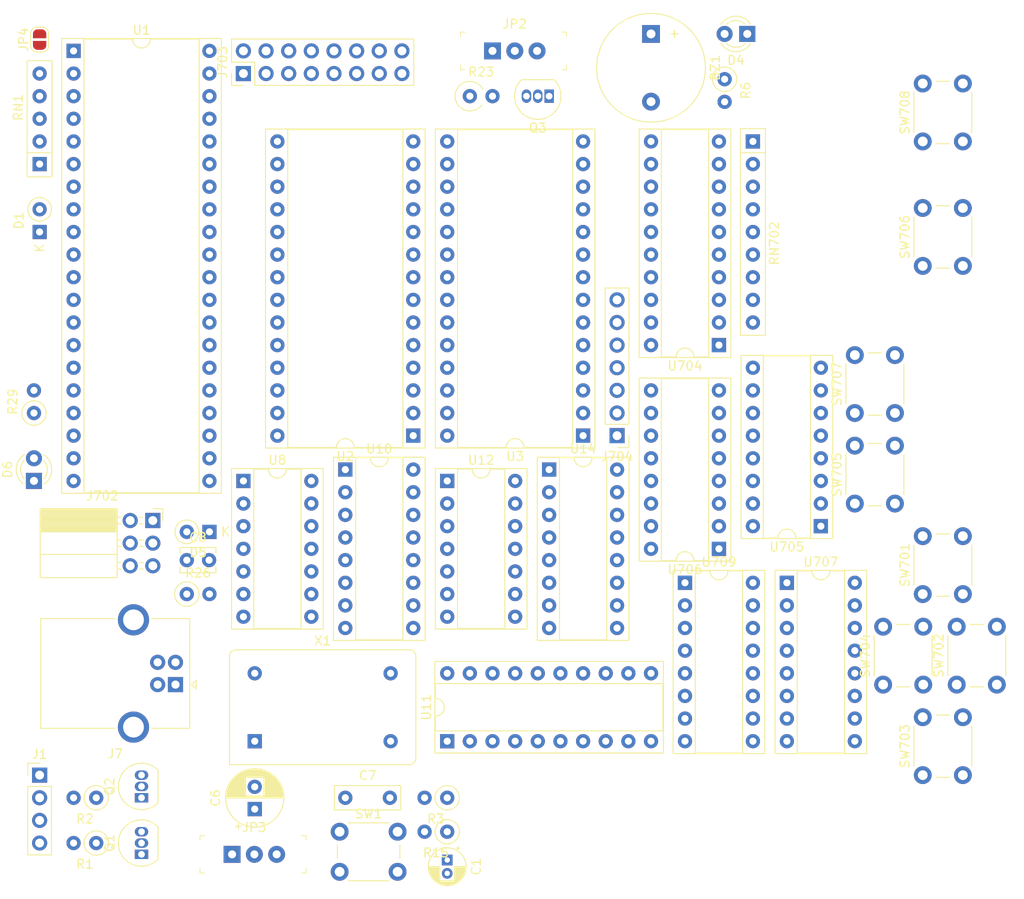
<source format=kicad_pcb>
(kicad_pcb (version 20171130) (host pcbnew "(5.1.2-1)-1")

  (general
    (thickness 1.6)
    (drawings 0)
    (tracks 0)
    (zones 0)
    (modules 53)
    (nets 78)
  )

  (page A4)
  (layers
    (0 F.Cu signal)
    (31 B.Cu signal)
    (32 B.Adhes user)
    (33 F.Adhes user)
    (34 B.Paste user)
    (35 F.Paste user)
    (36 B.SilkS user)
    (37 F.SilkS user)
    (38 B.Mask user)
    (39 F.Mask user)
    (40 Dwgs.User user)
    (41 Cmts.User user)
    (42 Eco1.User user)
    (43 Eco2.User user)
    (44 Edge.Cuts user)
    (45 Margin user)
    (46 B.CrtYd user)
    (47 F.CrtYd user)
    (48 B.Fab user)
    (49 F.Fab user)
  )

  (setup
    (last_trace_width 0.15)
    (user_trace_width 0.15)
    (user_trace_width 0.375)
    (user_trace_width 0.635)
    (user_trace_width 1.5)
    (trace_clearance 0.135)
    (zone_clearance 0.508)
    (zone_45_only no)
    (trace_min 0.15)
    (via_size 0.5)
    (via_drill 0.35)
    (via_min_size 0.5)
    (via_min_drill 0.35)
    (user_via 0.5 0.35)
    (user_via 0.75 0.5)
    (user_via 1.5 1)
    (uvia_size 0.3)
    (uvia_drill 0.1)
    (uvias_allowed no)
    (uvia_min_size 0.2)
    (uvia_min_drill 0.1)
    (edge_width 0.05)
    (segment_width 0.2)
    (pcb_text_width 0.3)
    (pcb_text_size 1.5 1.5)
    (mod_edge_width 0.12)
    (mod_text_size 1 1)
    (mod_text_width 0.15)
    (pad_size 1.8 1.8)
    (pad_drill 0.9)
    (pad_to_mask_clearance 0.051)
    (solder_mask_min_width 0.25)
    (aux_axis_origin 0 0)
    (visible_elements 7FFFFFFF)
    (pcbplotparams
      (layerselection 0x010fc_ffffffff)
      (usegerberextensions true)
      (usegerberattributes false)
      (usegerberadvancedattributes false)
      (creategerberjobfile false)
      (excludeedgelayer true)
      (linewidth 0.100000)
      (plotframeref false)
      (viasonmask false)
      (mode 1)
      (useauxorigin false)
      (hpglpennumber 1)
      (hpglpenspeed 20)
      (hpglpendiameter 15.000000)
      (psnegative false)
      (psa4output false)
      (plotreference true)
      (plotvalue true)
      (plotinvisibletext false)
      (padsonsilk false)
      (subtractmaskfromsilk true)
      (outputformat 1)
      (mirror false)
      (drillshape 0)
      (scaleselection 1)
      (outputdirectory "gerber"))
  )

  (net 0 "")
  (net 1 +5V)
  (net 2 GND)
  (net 3 /~INTREQ)
  (net 4 /SERDAT)
  (net 5 /SERCLK)
  (net 6 /~IOBQ)
  (net 7 /~IOAQ)
  (net 8 /IEN)
  (net 9 A3)
  (net 10 A2)
  (net 11 A1)
  (net 12 A0)
  (net 13 A14)
  (net 14 A15)
  (net 15 /~IEN)
  (net 16 /RDY)
  (net 17 /~SO)
  (net 18 A11)
  (net 19 A10)
  (net 20 A9)
  (net 21 A8)
  (net 22 A7)
  (net 23 A6)
  (net 24 A5)
  (net 25 A4)
  (net 26 A13)
  (net 27 A12)
  (net 28 /~IO)
  (net 29 /~IOQ)
  (net 30 /250HZ)
  (net 31 /BDT)
  (net 32 /BCL)
  (net 33 /ABUF)
  (net 34 /AOUT)
  (net 35 /PWLED)
  (net 36 /ERRLED)
  (net 37 "Net-(JP4-Pad1)")
  (net 38 /BZSW)
  (net 39 /~RESET)
  (net 40 /D250)
  (net 41 /~IRQ)
  (net 42 /+5V_IN)
  (net 43 /~NMI)
  (net 44 /BZR)
  (net 45 "Net-(RN702-Pad9)")
  (net 46 "Net-(RN702-Pad8)")
  (net 47 "Net-(RN702-Pad7)")
  (net 48 "Net-(RN702-Pad6)")
  (net 49 "Net-(RN702-Pad5)")
  (net 50 "Net-(RN702-Pad4)")
  (net 51 "Net-(RN702-Pad3)")
  (net 52 "Net-(RN702-Pad2)")
  (net 53 "Net-(R15-Pad2)")
  (net 54 /VCLK)
  (net 55 /R~W)
  (net 56 /D0)
  (net 57 /D1)
  (net 58 /D2)
  (net 59 /D3)
  (net 60 /D4)
  (net 61 /D5)
  (net 62 /D6)
  (net 63 /D7)
  (net 64 /~WE)
  (net 65 /~READ)
  (net 66 /~ROM_CS)
  (net 67 /~IO9Q)
  (net 68 /~SPI2)
  (net 69 /MOSI)
  (net 70 /SPI_CLK)
  (net 71 /MISO)
  (net 72 /~EN_SD)
  (net 73 /~EN_LCD)
  (net 74 /~PAD)
  (net 75 /~SPI_W)
  (net 76 /~SPI_R)
  (net 77 /~SPI_CTL)

  (net_class Default "Esta es la clase de red por defecto."
    (clearance 0.135)
    (trace_width 0.15)
    (via_dia 0.5)
    (via_drill 0.35)
    (uvia_dia 0.3)
    (uvia_drill 0.1)
    (add_net /+5V_IN)
    (add_net /250HZ)
    (add_net /ABUF)
    (add_net /AOUT)
    (add_net /BCL)
    (add_net /BDT)
    (add_net /BZR)
    (add_net /BZSW)
    (add_net /D0)
    (add_net /D1)
    (add_net /D2)
    (add_net /D250)
    (add_net /D3)
    (add_net /D4)
    (add_net /D5)
    (add_net /D6)
    (add_net /D7)
    (add_net /IEN)
    (add_net /MISO)
    (add_net /MOSI)
    (add_net /RDY)
    (add_net /R~W)
    (add_net /SERCLK)
    (add_net /SERDAT)
    (add_net /SPI_CLK)
    (add_net /VCLK)
    (add_net /~EN_LCD)
    (add_net /~EN_SD)
    (add_net /~IEN)
    (add_net /~INTREQ)
    (add_net /~IO)
    (add_net /~IO9Q)
    (add_net /~IOAQ)
    (add_net /~IOBQ)
    (add_net /~IOQ)
    (add_net /~IRQ)
    (add_net /~NMI)
    (add_net /~PAD)
    (add_net /~READ)
    (add_net /~RESET)
    (add_net /~ROM_CS)
    (add_net /~SO)
    (add_net /~SPI2)
    (add_net /~SPI_CTL)
    (add_net /~SPI_R)
    (add_net /~SPI_W)
    (add_net /~WE)
    (add_net A0)
    (add_net A1)
    (add_net A10)
    (add_net A11)
    (add_net A12)
    (add_net A13)
    (add_net A14)
    (add_net A15)
    (add_net A2)
    (add_net A3)
    (add_net A4)
    (add_net A5)
    (add_net A6)
    (add_net A7)
    (add_net A8)
    (add_net A9)
    (add_net "Net-(J1-Pad4)")
    (add_net "Net-(J7-Pad2)")
    (add_net "Net-(J7-Pad3)")
    (add_net "Net-(J703-Pad3)")
    (add_net "Net-(J703-Pad4)")
    (add_net "Net-(JP2-Pad3)")
    (add_net "Net-(JP3-Pad3)")
    (add_net "Net-(JP4-Pad1)")
    (add_net "Net-(R15-Pad2)")
    (add_net "Net-(RN702-Pad2)")
    (add_net "Net-(RN702-Pad3)")
    (add_net "Net-(RN702-Pad4)")
    (add_net "Net-(RN702-Pad5)")
    (add_net "Net-(RN702-Pad6)")
    (add_net "Net-(RN702-Pad7)")
    (add_net "Net-(RN702-Pad8)")
    (add_net "Net-(RN702-Pad9)")
    (add_net "Net-(U1-Pad3)")
    (add_net "Net-(U1-Pad35)")
    (add_net "Net-(U1-Pad39)")
    (add_net "Net-(U1-Pad5)")
    (add_net "Net-(U1-Pad7)")
    (add_net "Net-(U10-Pad11)")
    (add_net "Net-(U10-Pad12)")
    (add_net "Net-(U10-Pad4)")
    (add_net "Net-(U10-Pad9)")
    (add_net "Net-(U12-Pad8)")
    (add_net "Net-(U14-Pad1)")
    (add_net "Net-(U14-Pad12)")
    (add_net "Net-(U14-Pad13)")
    (add_net "Net-(U14-Pad14)")
    (add_net "Net-(U14-Pad15)")
    (add_net "Net-(U14-Pad3)")
    (add_net "Net-(U14-Pad4)")
    (add_net "Net-(U14-Pad5)")
    (add_net "Net-(U14-Pad6)")
    (add_net "Net-(U14-Pad7)")
    (add_net "Net-(U14-Pad9)")
    (add_net "Net-(U705-Pad7)")
    (add_net "Net-(U706-Pad9)")
    (add_net "Net-(U707-Pad10)")
    (add_net "Net-(U707-Pad12)")
    (add_net "Net-(U707-Pad15)")
    (add_net "Net-(U709-Pad12)")
    (add_net "Net-(U709-Pad13)")
    (add_net "Net-(U709-Pad15)")
    (add_net "Net-(X1-Pad1)")
  )

  (net_class EXTRA ""
    (clearance 0.135)
    (trace_width 1.5)
    (via_dia 1.5)
    (via_drill 1)
    (uvia_dia 0.3)
    (uvia_drill 0.1)
  )

  (net_class Low-Z ""
    (clearance 0.135)
    (trace_width 0.635)
    (via_dia 0.75)
    (via_drill 0.5)
    (uvia_dia 0.3)
    (uvia_drill 0.1)
  )

  (net_class Power ""
    (clearance 0.135)
    (trace_width 0.375)
    (via_dia 0.5)
    (via_drill 0.35)
    (uvia_dia 0.3)
    (uvia_drill 0.1)
    (add_net +5V)
    (add_net /ERRLED)
    (add_net /PWLED)
    (add_net GND)
  )

  (module Oscillator:Oscillator_DIP-14 (layer F.Cu) (tedit 58CD3344) (tstamp 649F7FD2)
    (at 39.37 96.52)
    (descr "Oscillator, DIP14, http://cdn-reichelt.de/documents/datenblatt/B400/OSZI.pdf")
    (tags oscillator)
    (path /6511D648)
    (fp_text reference X1 (at 7.62 -11.26) (layer F.SilkS)
      (effects (font (size 1 1) (thickness 0.15)))
    )
    (fp_text value "2.048 MHz" (at 7.62 3.74) (layer F.Fab)
      (effects (font (size 1 1) (thickness 0.15)))
    )
    (fp_arc (start -2.08 -9.51) (end -2.73 -9.51) (angle 90) (layer F.Fab) (width 0.1))
    (fp_arc (start 17.32 -9.51) (end 17.32 -10.16) (angle 90) (layer F.Fab) (width 0.1))
    (fp_arc (start 17.32 1.89) (end 17.97 1.89) (angle 90) (layer F.Fab) (width 0.1))
    (fp_arc (start -2.08 -9.51) (end -2.83 -9.51) (angle 90) (layer F.SilkS) (width 0.12))
    (fp_arc (start 17.32 -9.51) (end 17.32 -10.26) (angle 90) (layer F.SilkS) (width 0.12))
    (fp_arc (start 17.32 1.89) (end 18.07 1.89) (angle 90) (layer F.SilkS) (width 0.12))
    (fp_arc (start -1.38 -8.81) (end -1.73 -8.81) (angle 90) (layer F.Fab) (width 0.1))
    (fp_arc (start 16.62 -8.81) (end 16.62 -9.16) (angle 90) (layer F.Fab) (width 0.1))
    (fp_arc (start 16.62 1.19) (end 16.97 1.19) (angle 90) (layer F.Fab) (width 0.1))
    (fp_line (start -2.73 2.54) (end -2.73 -9.51) (layer F.Fab) (width 0.1))
    (fp_line (start -2.08 -10.16) (end 17.32 -10.16) (layer F.Fab) (width 0.1))
    (fp_line (start 17.97 -9.51) (end 17.97 1.89) (layer F.Fab) (width 0.1))
    (fp_line (start -2.73 2.54) (end 17.32 2.54) (layer F.Fab) (width 0.1))
    (fp_line (start -2.83 2.64) (end 17.32 2.64) (layer F.SilkS) (width 0.12))
    (fp_line (start 18.07 1.89) (end 18.07 -9.51) (layer F.SilkS) (width 0.12))
    (fp_line (start 17.32 -10.26) (end -2.08 -10.26) (layer F.SilkS) (width 0.12))
    (fp_line (start -2.83 -9.51) (end -2.83 2.64) (layer F.SilkS) (width 0.12))
    (fp_line (start -1.73 1.54) (end 16.62 1.54) (layer F.Fab) (width 0.1))
    (fp_line (start -1.73 1.54) (end -1.73 -8.81) (layer F.Fab) (width 0.1))
    (fp_line (start -1.38 -9.16) (end 16.62 -9.16) (layer F.Fab) (width 0.1))
    (fp_line (start 16.97 1.19) (end 16.97 -8.81) (layer F.Fab) (width 0.1))
    (fp_line (start -2.98 2.79) (end 18.22 2.79) (layer F.CrtYd) (width 0.05))
    (fp_line (start -2.98 -10.41) (end -2.98 2.79) (layer F.CrtYd) (width 0.05))
    (fp_line (start 18.22 -10.41) (end -2.98 -10.41) (layer F.CrtYd) (width 0.05))
    (fp_line (start 18.22 2.79) (end 18.22 -10.41) (layer F.CrtYd) (width 0.05))
    (fp_text user %R (at 7.62 -3.81) (layer F.Fab)
      (effects (font (size 1 1) (thickness 0.15)))
    )
    (pad 7 thru_hole circle (at 15.24 0) (size 1.6 1.6) (drill 0.8) (layers *.Cu *.Mask)
      (net 2 GND))
    (pad 8 thru_hole circle (at 15.24 -7.62) (size 1.6 1.6) (drill 0.8) (layers *.Cu *.Mask)
      (net 54 /VCLK))
    (pad 14 thru_hole circle (at 0 -7.62) (size 1.6 1.6) (drill 0.8) (layers *.Cu *.Mask)
      (net 1 +5V))
    (pad 1 thru_hole rect (at 0 0) (size 1.6 1.6) (drill 0.8) (layers *.Cu *.Mask))
    (model ${KISYS3DMOD}/Oscillator.3dshapes/Oscillator_DIP-14.wrl
      (at (xyz 0 0 0))
      (scale (xyz 1 1 1))
      (rotate (xyz 0 0 0))
    )
  )

  (module Package_DIP:DIP-16_W7.62mm_Socket (layer F.Cu) (tedit 5A02E8C5) (tstamp 649F7FB0)
    (at 87.63 78.74)
    (descr "16-lead though-hole mounted DIP package, row spacing 7.62 mm (300 mils), Socket")
    (tags "THT DIP DIL PDIP 2.54mm 7.62mm 300mil Socket")
    (path /65C163B3)
    (fp_text reference U709 (at 3.81 -2.33) (layer F.SilkS)
      (effects (font (size 1 1) (thickness 0.15)))
    )
    (fp_text value 74HC138 (at 3.81 20.11) (layer F.Fab)
      (effects (font (size 1 1) (thickness 0.15)))
    )
    (fp_text user %R (at 3.81 8.89) (layer F.Fab)
      (effects (font (size 1 1) (thickness 0.15)))
    )
    (fp_line (start 9.15 -1.6) (end -1.55 -1.6) (layer F.CrtYd) (width 0.05))
    (fp_line (start 9.15 19.4) (end 9.15 -1.6) (layer F.CrtYd) (width 0.05))
    (fp_line (start -1.55 19.4) (end 9.15 19.4) (layer F.CrtYd) (width 0.05))
    (fp_line (start -1.55 -1.6) (end -1.55 19.4) (layer F.CrtYd) (width 0.05))
    (fp_line (start 8.95 -1.39) (end -1.33 -1.39) (layer F.SilkS) (width 0.12))
    (fp_line (start 8.95 19.17) (end 8.95 -1.39) (layer F.SilkS) (width 0.12))
    (fp_line (start -1.33 19.17) (end 8.95 19.17) (layer F.SilkS) (width 0.12))
    (fp_line (start -1.33 -1.39) (end -1.33 19.17) (layer F.SilkS) (width 0.12))
    (fp_line (start 6.46 -1.33) (end 4.81 -1.33) (layer F.SilkS) (width 0.12))
    (fp_line (start 6.46 19.11) (end 6.46 -1.33) (layer F.SilkS) (width 0.12))
    (fp_line (start 1.16 19.11) (end 6.46 19.11) (layer F.SilkS) (width 0.12))
    (fp_line (start 1.16 -1.33) (end 1.16 19.11) (layer F.SilkS) (width 0.12))
    (fp_line (start 2.81 -1.33) (end 1.16 -1.33) (layer F.SilkS) (width 0.12))
    (fp_line (start 8.89 -1.33) (end -1.27 -1.33) (layer F.Fab) (width 0.1))
    (fp_line (start 8.89 19.11) (end 8.89 -1.33) (layer F.Fab) (width 0.1))
    (fp_line (start -1.27 19.11) (end 8.89 19.11) (layer F.Fab) (width 0.1))
    (fp_line (start -1.27 -1.33) (end -1.27 19.11) (layer F.Fab) (width 0.1))
    (fp_line (start 0.635 -0.27) (end 1.635 -1.27) (layer F.Fab) (width 0.1))
    (fp_line (start 0.635 19.05) (end 0.635 -0.27) (layer F.Fab) (width 0.1))
    (fp_line (start 6.985 19.05) (end 0.635 19.05) (layer F.Fab) (width 0.1))
    (fp_line (start 6.985 -1.27) (end 6.985 19.05) (layer F.Fab) (width 0.1))
    (fp_line (start 1.635 -1.27) (end 6.985 -1.27) (layer F.Fab) (width 0.1))
    (fp_arc (start 3.81 -1.33) (end 2.81 -1.33) (angle -180) (layer F.SilkS) (width 0.12))
    (pad 16 thru_hole oval (at 7.62 0) (size 1.6 1.6) (drill 0.8) (layers *.Cu *.Mask)
      (net 1 +5V))
    (pad 8 thru_hole oval (at 0 17.78) (size 1.6 1.6) (drill 0.8) (layers *.Cu *.Mask)
      (net 2 GND))
    (pad 15 thru_hole oval (at 7.62 2.54) (size 1.6 1.6) (drill 0.8) (layers *.Cu *.Mask))
    (pad 7 thru_hole oval (at 0 15.24) (size 1.6 1.6) (drill 0.8) (layers *.Cu *.Mask)
      (net 70 /SPI_CLK))
    (pad 14 thru_hole oval (at 7.62 5.08) (size 1.6 1.6) (drill 0.8) (layers *.Cu *.Mask)
      (net 74 /~PAD))
    (pad 6 thru_hole oval (at 0 12.7) (size 1.6 1.6) (drill 0.8) (layers *.Cu *.Mask)
      (net 10 A2))
    (pad 13 thru_hole oval (at 7.62 7.62) (size 1.6 1.6) (drill 0.8) (layers *.Cu *.Mask))
    (pad 5 thru_hole oval (at 0 10.16) (size 1.6 1.6) (drill 0.8) (layers *.Cu *.Mask)
      (net 2 GND))
    (pad 12 thru_hole oval (at 7.62 10.16) (size 1.6 1.6) (drill 0.8) (layers *.Cu *.Mask))
    (pad 4 thru_hole oval (at 0 7.62) (size 1.6 1.6) (drill 0.8) (layers *.Cu *.Mask)
      (net 67 /~IO9Q))
    (pad 11 thru_hole oval (at 7.62 12.7) (size 1.6 1.6) (drill 0.8) (layers *.Cu *.Mask)
      (net 75 /~SPI_W))
    (pad 3 thru_hole oval (at 0 5.08) (size 1.6 1.6) (drill 0.8) (layers *.Cu *.Mask)
      (net 11 A1))
    (pad 10 thru_hole oval (at 7.62 15.24) (size 1.6 1.6) (drill 0.8) (layers *.Cu *.Mask)
      (net 76 /~SPI_R))
    (pad 2 thru_hole oval (at 0 2.54) (size 1.6 1.6) (drill 0.8) (layers *.Cu *.Mask)
      (net 12 A0))
    (pad 9 thru_hole oval (at 7.62 17.78) (size 1.6 1.6) (drill 0.8) (layers *.Cu *.Mask)
      (net 77 /~SPI_CTL))
    (pad 1 thru_hole rect (at 0 0) (size 1.6 1.6) (drill 0.8) (layers *.Cu *.Mask)
      (net 55 /R~W))
    (model ${KISYS3DMOD}/Package_DIP.3dshapes/DIP-16_W7.62mm_Socket.wrl
      (at (xyz 0 0 0))
      (scale (xyz 1 1 1))
      (rotate (xyz 0 0 0))
    )
  )

  (module Package_DIP:DIP-16_W7.62mm_Socket (layer F.Cu) (tedit 5A02E8C5) (tstamp 649F7F84)
    (at 99.06 78.74)
    (descr "16-lead though-hole mounted DIP package, row spacing 7.62 mm (300 mils), Socket")
    (tags "THT DIP DIL PDIP 2.54mm 7.62mm 300mil Socket")
    (path /65D3A6FC)
    (fp_text reference U707 (at 3.81 -2.33) (layer F.SilkS)
      (effects (font (size 1 1) (thickness 0.15)))
    )
    (fp_text value 74HC174 (at 3.81 20.11) (layer F.Fab)
      (effects (font (size 1 1) (thickness 0.15)))
    )
    (fp_text user %R (at 3.81 8.89) (layer F.Fab)
      (effects (font (size 1 1) (thickness 0.15)))
    )
    (fp_line (start 9.15 -1.6) (end -1.55 -1.6) (layer F.CrtYd) (width 0.05))
    (fp_line (start 9.15 19.4) (end 9.15 -1.6) (layer F.CrtYd) (width 0.05))
    (fp_line (start -1.55 19.4) (end 9.15 19.4) (layer F.CrtYd) (width 0.05))
    (fp_line (start -1.55 -1.6) (end -1.55 19.4) (layer F.CrtYd) (width 0.05))
    (fp_line (start 8.95 -1.39) (end -1.33 -1.39) (layer F.SilkS) (width 0.12))
    (fp_line (start 8.95 19.17) (end 8.95 -1.39) (layer F.SilkS) (width 0.12))
    (fp_line (start -1.33 19.17) (end 8.95 19.17) (layer F.SilkS) (width 0.12))
    (fp_line (start -1.33 -1.39) (end -1.33 19.17) (layer F.SilkS) (width 0.12))
    (fp_line (start 6.46 -1.33) (end 4.81 -1.33) (layer F.SilkS) (width 0.12))
    (fp_line (start 6.46 19.11) (end 6.46 -1.33) (layer F.SilkS) (width 0.12))
    (fp_line (start 1.16 19.11) (end 6.46 19.11) (layer F.SilkS) (width 0.12))
    (fp_line (start 1.16 -1.33) (end 1.16 19.11) (layer F.SilkS) (width 0.12))
    (fp_line (start 2.81 -1.33) (end 1.16 -1.33) (layer F.SilkS) (width 0.12))
    (fp_line (start 8.89 -1.33) (end -1.27 -1.33) (layer F.Fab) (width 0.1))
    (fp_line (start 8.89 19.11) (end 8.89 -1.33) (layer F.Fab) (width 0.1))
    (fp_line (start -1.27 19.11) (end 8.89 19.11) (layer F.Fab) (width 0.1))
    (fp_line (start -1.27 -1.33) (end -1.27 19.11) (layer F.Fab) (width 0.1))
    (fp_line (start 0.635 -0.27) (end 1.635 -1.27) (layer F.Fab) (width 0.1))
    (fp_line (start 0.635 19.05) (end 0.635 -0.27) (layer F.Fab) (width 0.1))
    (fp_line (start 6.985 19.05) (end 0.635 19.05) (layer F.Fab) (width 0.1))
    (fp_line (start 6.985 -1.27) (end 6.985 19.05) (layer F.Fab) (width 0.1))
    (fp_line (start 1.635 -1.27) (end 6.985 -1.27) (layer F.Fab) (width 0.1))
    (fp_arc (start 3.81 -1.33) (end 2.81 -1.33) (angle -180) (layer F.SilkS) (width 0.12))
    (pad 16 thru_hole oval (at 7.62 0) (size 1.6 1.6) (drill 0.8) (layers *.Cu *.Mask)
      (net 1 +5V))
    (pad 8 thru_hole oval (at 0 17.78) (size 1.6 1.6) (drill 0.8) (layers *.Cu *.Mask)
      (net 2 GND))
    (pad 15 thru_hole oval (at 7.62 2.54) (size 1.6 1.6) (drill 0.8) (layers *.Cu *.Mask))
    (pad 7 thru_hole oval (at 0 15.24) (size 1.6 1.6) (drill 0.8) (layers *.Cu *.Mask)
      (net 68 /~SPI2))
    (pad 14 thru_hole oval (at 7.62 5.08) (size 1.6 1.6) (drill 0.8) (layers *.Cu *.Mask)
      (net 61 /D5))
    (pad 6 thru_hole oval (at 0 12.7) (size 1.6 1.6) (drill 0.8) (layers *.Cu *.Mask)
      (net 58 /D2))
    (pad 13 thru_hole oval (at 7.62 7.62) (size 1.6 1.6) (drill 0.8) (layers *.Cu *.Mask)
      (net 60 /D4))
    (pad 5 thru_hole oval (at 0 10.16) (size 1.6 1.6) (drill 0.8) (layers *.Cu *.Mask)
      (net 73 /~EN_LCD))
    (pad 12 thru_hole oval (at 7.62 10.16) (size 1.6 1.6) (drill 0.8) (layers *.Cu *.Mask))
    (pad 4 thru_hole oval (at 0 7.62) (size 1.6 1.6) (drill 0.8) (layers *.Cu *.Mask)
      (net 57 /D1))
    (pad 11 thru_hole oval (at 7.62 12.7) (size 1.6 1.6) (drill 0.8) (layers *.Cu *.Mask)
      (net 59 /D3))
    (pad 3 thru_hole oval (at 0 5.08) (size 1.6 1.6) (drill 0.8) (layers *.Cu *.Mask)
      (net 56 /D0))
    (pad 10 thru_hole oval (at 7.62 15.24) (size 1.6 1.6) (drill 0.8) (layers *.Cu *.Mask))
    (pad 2 thru_hole oval (at 0 2.54) (size 1.6 1.6) (drill 0.8) (layers *.Cu *.Mask)
      (net 72 /~EN_SD))
    (pad 9 thru_hole oval (at 7.62 17.78) (size 1.6 1.6) (drill 0.8) (layers *.Cu *.Mask)
      (net 77 /~SPI_CTL))
    (pad 1 thru_hole rect (at 0 0) (size 1.6 1.6) (drill 0.8) (layers *.Cu *.Mask)
      (net 1 +5V))
    (model ${KISYS3DMOD}/Package_DIP.3dshapes/DIP-16_W7.62mm_Socket.wrl
      (at (xyz 0 0 0))
      (scale (xyz 1 1 1))
      (rotate (xyz 0 0 0))
    )
  )

  (module Package_DIP:DIP-16_W7.62mm_Socket (layer F.Cu) (tedit 5A02E8C5) (tstamp 649F7F58)
    (at 91.44 74.93 180)
    (descr "16-lead though-hole mounted DIP package, row spacing 7.62 mm (300 mils), Socket")
    (tags "THT DIP DIL PDIP 2.54mm 7.62mm 300mil Socket")
    (path /65E3FE7E)
    (fp_text reference U706 (at 3.81 -2.33) (layer F.SilkS)
      (effects (font (size 1 1) (thickness 0.15)))
    )
    (fp_text value 74HC595 (at 3.81 20.11) (layer F.Fab)
      (effects (font (size 1 1) (thickness 0.15)))
    )
    (fp_text user %R (at 3.81 8.89) (layer F.Fab)
      (effects (font (size 1 1) (thickness 0.15)))
    )
    (fp_line (start 9.15 -1.6) (end -1.55 -1.6) (layer F.CrtYd) (width 0.05))
    (fp_line (start 9.15 19.4) (end 9.15 -1.6) (layer F.CrtYd) (width 0.05))
    (fp_line (start -1.55 19.4) (end 9.15 19.4) (layer F.CrtYd) (width 0.05))
    (fp_line (start -1.55 -1.6) (end -1.55 19.4) (layer F.CrtYd) (width 0.05))
    (fp_line (start 8.95 -1.39) (end -1.33 -1.39) (layer F.SilkS) (width 0.12))
    (fp_line (start 8.95 19.17) (end 8.95 -1.39) (layer F.SilkS) (width 0.12))
    (fp_line (start -1.33 19.17) (end 8.95 19.17) (layer F.SilkS) (width 0.12))
    (fp_line (start -1.33 -1.39) (end -1.33 19.17) (layer F.SilkS) (width 0.12))
    (fp_line (start 6.46 -1.33) (end 4.81 -1.33) (layer F.SilkS) (width 0.12))
    (fp_line (start 6.46 19.11) (end 6.46 -1.33) (layer F.SilkS) (width 0.12))
    (fp_line (start 1.16 19.11) (end 6.46 19.11) (layer F.SilkS) (width 0.12))
    (fp_line (start 1.16 -1.33) (end 1.16 19.11) (layer F.SilkS) (width 0.12))
    (fp_line (start 2.81 -1.33) (end 1.16 -1.33) (layer F.SilkS) (width 0.12))
    (fp_line (start 8.89 -1.33) (end -1.27 -1.33) (layer F.Fab) (width 0.1))
    (fp_line (start 8.89 19.11) (end 8.89 -1.33) (layer F.Fab) (width 0.1))
    (fp_line (start -1.27 19.11) (end 8.89 19.11) (layer F.Fab) (width 0.1))
    (fp_line (start -1.27 -1.33) (end -1.27 19.11) (layer F.Fab) (width 0.1))
    (fp_line (start 0.635 -0.27) (end 1.635 -1.27) (layer F.Fab) (width 0.1))
    (fp_line (start 0.635 19.05) (end 0.635 -0.27) (layer F.Fab) (width 0.1))
    (fp_line (start 6.985 19.05) (end 0.635 19.05) (layer F.Fab) (width 0.1))
    (fp_line (start 6.985 -1.27) (end 6.985 19.05) (layer F.Fab) (width 0.1))
    (fp_line (start 1.635 -1.27) (end 6.985 -1.27) (layer F.Fab) (width 0.1))
    (fp_arc (start 3.81 -1.33) (end 2.81 -1.33) (angle -180) (layer F.SilkS) (width 0.12))
    (pad 16 thru_hole oval (at 7.62 0 180) (size 1.6 1.6) (drill 0.8) (layers *.Cu *.Mask)
      (net 1 +5V))
    (pad 8 thru_hole oval (at 0 17.78 180) (size 1.6 1.6) (drill 0.8) (layers *.Cu *.Mask)
      (net 2 GND))
    (pad 15 thru_hole oval (at 7.62 2.54 180) (size 1.6 1.6) (drill 0.8) (layers *.Cu *.Mask)
      (net 56 /D0))
    (pad 7 thru_hole oval (at 0 15.24 180) (size 1.6 1.6) (drill 0.8) (layers *.Cu *.Mask)
      (net 63 /D7))
    (pad 14 thru_hole oval (at 7.62 5.08 180) (size 1.6 1.6) (drill 0.8) (layers *.Cu *.Mask)
      (net 71 /MISO))
    (pad 6 thru_hole oval (at 0 12.7 180) (size 1.6 1.6) (drill 0.8) (layers *.Cu *.Mask)
      (net 62 /D6))
    (pad 13 thru_hole oval (at 7.62 7.62 180) (size 1.6 1.6) (drill 0.8) (layers *.Cu *.Mask)
      (net 76 /~SPI_R))
    (pad 5 thru_hole oval (at 0 10.16 180) (size 1.6 1.6) (drill 0.8) (layers *.Cu *.Mask)
      (net 61 /D5))
    (pad 12 thru_hole oval (at 7.62 10.16 180) (size 1.6 1.6) (drill 0.8) (layers *.Cu *.Mask)
      (net 70 /SPI_CLK))
    (pad 4 thru_hole oval (at 0 7.62 180) (size 1.6 1.6) (drill 0.8) (layers *.Cu *.Mask)
      (net 60 /D4))
    (pad 11 thru_hole oval (at 7.62 12.7 180) (size 1.6 1.6) (drill 0.8) (layers *.Cu *.Mask)
      (net 70 /SPI_CLK))
    (pad 3 thru_hole oval (at 0 5.08 180) (size 1.6 1.6) (drill 0.8) (layers *.Cu *.Mask)
      (net 59 /D3))
    (pad 10 thru_hole oval (at 7.62 15.24 180) (size 1.6 1.6) (drill 0.8) (layers *.Cu *.Mask)
      (net 1 +5V))
    (pad 2 thru_hole oval (at 0 2.54 180) (size 1.6 1.6) (drill 0.8) (layers *.Cu *.Mask)
      (net 58 /D2))
    (pad 9 thru_hole oval (at 7.62 17.78 180) (size 1.6 1.6) (drill 0.8) (layers *.Cu *.Mask))
    (pad 1 thru_hole rect (at 0 0 180) (size 1.6 1.6) (drill 0.8) (layers *.Cu *.Mask)
      (net 57 /D1))
    (model ${KISYS3DMOD}/Package_DIP.3dshapes/DIP-16_W7.62mm_Socket.wrl
      (at (xyz 0 0 0))
      (scale (xyz 1 1 1))
      (rotate (xyz 0 0 0))
    )
  )

  (module Package_DIP:DIP-16_W7.62mm_Socket (layer F.Cu) (tedit 5A02E8C5) (tstamp 649F7F2C)
    (at 102.87 72.39 180)
    (descr "16-lead though-hole mounted DIP package, row spacing 7.62 mm (300 mils), Socket")
    (tags "THT DIP DIL PDIP 2.54mm 7.62mm 300mil Socket")
    (path /65E3DB49)
    (fp_text reference U705 (at 3.81 -2.33) (layer F.SilkS)
      (effects (font (size 1 1) (thickness 0.15)))
    )
    (fp_text value 74HC165 (at 3.81 20.11) (layer F.Fab)
      (effects (font (size 1 1) (thickness 0.15)))
    )
    (fp_text user %R (at 3.81 8.89) (layer F.Fab)
      (effects (font (size 1 1) (thickness 0.15)))
    )
    (fp_line (start 9.15 -1.6) (end -1.55 -1.6) (layer F.CrtYd) (width 0.05))
    (fp_line (start 9.15 19.4) (end 9.15 -1.6) (layer F.CrtYd) (width 0.05))
    (fp_line (start -1.55 19.4) (end 9.15 19.4) (layer F.CrtYd) (width 0.05))
    (fp_line (start -1.55 -1.6) (end -1.55 19.4) (layer F.CrtYd) (width 0.05))
    (fp_line (start 8.95 -1.39) (end -1.33 -1.39) (layer F.SilkS) (width 0.12))
    (fp_line (start 8.95 19.17) (end 8.95 -1.39) (layer F.SilkS) (width 0.12))
    (fp_line (start -1.33 19.17) (end 8.95 19.17) (layer F.SilkS) (width 0.12))
    (fp_line (start -1.33 -1.39) (end -1.33 19.17) (layer F.SilkS) (width 0.12))
    (fp_line (start 6.46 -1.33) (end 4.81 -1.33) (layer F.SilkS) (width 0.12))
    (fp_line (start 6.46 19.11) (end 6.46 -1.33) (layer F.SilkS) (width 0.12))
    (fp_line (start 1.16 19.11) (end 6.46 19.11) (layer F.SilkS) (width 0.12))
    (fp_line (start 1.16 -1.33) (end 1.16 19.11) (layer F.SilkS) (width 0.12))
    (fp_line (start 2.81 -1.33) (end 1.16 -1.33) (layer F.SilkS) (width 0.12))
    (fp_line (start 8.89 -1.33) (end -1.27 -1.33) (layer F.Fab) (width 0.1))
    (fp_line (start 8.89 19.11) (end 8.89 -1.33) (layer F.Fab) (width 0.1))
    (fp_line (start -1.27 19.11) (end 8.89 19.11) (layer F.Fab) (width 0.1))
    (fp_line (start -1.27 -1.33) (end -1.27 19.11) (layer F.Fab) (width 0.1))
    (fp_line (start 0.635 -0.27) (end 1.635 -1.27) (layer F.Fab) (width 0.1))
    (fp_line (start 0.635 19.05) (end 0.635 -0.27) (layer F.Fab) (width 0.1))
    (fp_line (start 6.985 19.05) (end 0.635 19.05) (layer F.Fab) (width 0.1))
    (fp_line (start 6.985 -1.27) (end 6.985 19.05) (layer F.Fab) (width 0.1))
    (fp_line (start 1.635 -1.27) (end 6.985 -1.27) (layer F.Fab) (width 0.1))
    (fp_arc (start 3.81 -1.33) (end 2.81 -1.33) (angle -180) (layer F.SilkS) (width 0.12))
    (pad 16 thru_hole oval (at 7.62 0 180) (size 1.6 1.6) (drill 0.8) (layers *.Cu *.Mask)
      (net 1 +5V))
    (pad 8 thru_hole oval (at 0 17.78 180) (size 1.6 1.6) (drill 0.8) (layers *.Cu *.Mask)
      (net 2 GND))
    (pad 15 thru_hole oval (at 7.62 2.54 180) (size 1.6 1.6) (drill 0.8) (layers *.Cu *.Mask)
      (net 2 GND))
    (pad 7 thru_hole oval (at 0 15.24 180) (size 1.6 1.6) (drill 0.8) (layers *.Cu *.Mask))
    (pad 14 thru_hole oval (at 7.62 5.08 180) (size 1.6 1.6) (drill 0.8) (layers *.Cu *.Mask)
      (net 59 /D3))
    (pad 6 thru_hole oval (at 0 12.7 180) (size 1.6 1.6) (drill 0.8) (layers *.Cu *.Mask)
      (net 63 /D7))
    (pad 13 thru_hole oval (at 7.62 7.62 180) (size 1.6 1.6) (drill 0.8) (layers *.Cu *.Mask)
      (net 58 /D2))
    (pad 5 thru_hole oval (at 0 10.16 180) (size 1.6 1.6) (drill 0.8) (layers *.Cu *.Mask)
      (net 62 /D6))
    (pad 12 thru_hole oval (at 7.62 10.16 180) (size 1.6 1.6) (drill 0.8) (layers *.Cu *.Mask)
      (net 57 /D1))
    (pad 4 thru_hole oval (at 0 7.62 180) (size 1.6 1.6) (drill 0.8) (layers *.Cu *.Mask)
      (net 61 /D5))
    (pad 11 thru_hole oval (at 7.62 12.7 180) (size 1.6 1.6) (drill 0.8) (layers *.Cu *.Mask)
      (net 56 /D0))
    (pad 3 thru_hole oval (at 0 5.08 180) (size 1.6 1.6) (drill 0.8) (layers *.Cu *.Mask)
      (net 60 /D4))
    (pad 10 thru_hole oval (at 7.62 15.24 180) (size 1.6 1.6) (drill 0.8) (layers *.Cu *.Mask)
      (net 1 +5V))
    (pad 2 thru_hole oval (at 0 2.54 180) (size 1.6 1.6) (drill 0.8) (layers *.Cu *.Mask)
      (net 70 /SPI_CLK))
    (pad 9 thru_hole oval (at 7.62 17.78 180) (size 1.6 1.6) (drill 0.8) (layers *.Cu *.Mask)
      (net 69 /MOSI))
    (pad 1 thru_hole rect (at 0 0 180) (size 1.6 1.6) (drill 0.8) (layers *.Cu *.Mask)
      (net 75 /~SPI_W))
    (model ${KISYS3DMOD}/Package_DIP.3dshapes/DIP-16_W7.62mm_Socket.wrl
      (at (xyz 0 0 0))
      (scale (xyz 1 1 1))
      (rotate (xyz 0 0 0))
    )
  )

  (module Package_DIP:DIP-20_W7.62mm_Socket (layer F.Cu) (tedit 5A02E8C5) (tstamp 649F7F00)
    (at 91.44 52.07 180)
    (descr "20-lead though-hole mounted DIP package, row spacing 7.62 mm (300 mils), Socket")
    (tags "THT DIP DIL PDIP 2.54mm 7.62mm 300mil Socket")
    (path /658F78BE)
    (fp_text reference U704 (at 3.81 -2.33) (layer F.SilkS)
      (effects (font (size 1 1) (thickness 0.15)))
    )
    (fp_text value 74HC245 (at 3.81 25.19) (layer F.Fab)
      (effects (font (size 1 1) (thickness 0.15)))
    )
    (fp_text user %R (at 3.81 11.43) (layer F.Fab)
      (effects (font (size 1 1) (thickness 0.15)))
    )
    (fp_line (start 9.15 -1.6) (end -1.55 -1.6) (layer F.CrtYd) (width 0.05))
    (fp_line (start 9.15 24.45) (end 9.15 -1.6) (layer F.CrtYd) (width 0.05))
    (fp_line (start -1.55 24.45) (end 9.15 24.45) (layer F.CrtYd) (width 0.05))
    (fp_line (start -1.55 -1.6) (end -1.55 24.45) (layer F.CrtYd) (width 0.05))
    (fp_line (start 8.95 -1.39) (end -1.33 -1.39) (layer F.SilkS) (width 0.12))
    (fp_line (start 8.95 24.25) (end 8.95 -1.39) (layer F.SilkS) (width 0.12))
    (fp_line (start -1.33 24.25) (end 8.95 24.25) (layer F.SilkS) (width 0.12))
    (fp_line (start -1.33 -1.39) (end -1.33 24.25) (layer F.SilkS) (width 0.12))
    (fp_line (start 6.46 -1.33) (end 4.81 -1.33) (layer F.SilkS) (width 0.12))
    (fp_line (start 6.46 24.19) (end 6.46 -1.33) (layer F.SilkS) (width 0.12))
    (fp_line (start 1.16 24.19) (end 6.46 24.19) (layer F.SilkS) (width 0.12))
    (fp_line (start 1.16 -1.33) (end 1.16 24.19) (layer F.SilkS) (width 0.12))
    (fp_line (start 2.81 -1.33) (end 1.16 -1.33) (layer F.SilkS) (width 0.12))
    (fp_line (start 8.89 -1.33) (end -1.27 -1.33) (layer F.Fab) (width 0.1))
    (fp_line (start 8.89 24.19) (end 8.89 -1.33) (layer F.Fab) (width 0.1))
    (fp_line (start -1.27 24.19) (end 8.89 24.19) (layer F.Fab) (width 0.1))
    (fp_line (start -1.27 -1.33) (end -1.27 24.19) (layer F.Fab) (width 0.1))
    (fp_line (start 0.635 -0.27) (end 1.635 -1.27) (layer F.Fab) (width 0.1))
    (fp_line (start 0.635 24.13) (end 0.635 -0.27) (layer F.Fab) (width 0.1))
    (fp_line (start 6.985 24.13) (end 0.635 24.13) (layer F.Fab) (width 0.1))
    (fp_line (start 6.985 -1.27) (end 6.985 24.13) (layer F.Fab) (width 0.1))
    (fp_line (start 1.635 -1.27) (end 6.985 -1.27) (layer F.Fab) (width 0.1))
    (fp_arc (start 3.81 -1.33) (end 2.81 -1.33) (angle -180) (layer F.SilkS) (width 0.12))
    (pad 20 thru_hole oval (at 7.62 0 180) (size 1.6 1.6) (drill 0.8) (layers *.Cu *.Mask)
      (net 1 +5V))
    (pad 10 thru_hole oval (at 0 22.86 180) (size 1.6 1.6) (drill 0.8) (layers *.Cu *.Mask)
      (net 2 GND))
    (pad 19 thru_hole oval (at 7.62 2.54 180) (size 1.6 1.6) (drill 0.8) (layers *.Cu *.Mask)
      (net 74 /~PAD))
    (pad 9 thru_hole oval (at 0 20.32 180) (size 1.6 1.6) (drill 0.8) (layers *.Cu *.Mask)
      (net 52 "Net-(RN702-Pad2)"))
    (pad 18 thru_hole oval (at 7.62 5.08 180) (size 1.6 1.6) (drill 0.8) (layers *.Cu *.Mask)
      (net 56 /D0))
    (pad 8 thru_hole oval (at 0 17.78 180) (size 1.6 1.6) (drill 0.8) (layers *.Cu *.Mask)
      (net 51 "Net-(RN702-Pad3)"))
    (pad 17 thru_hole oval (at 7.62 7.62 180) (size 1.6 1.6) (drill 0.8) (layers *.Cu *.Mask)
      (net 57 /D1))
    (pad 7 thru_hole oval (at 0 15.24 180) (size 1.6 1.6) (drill 0.8) (layers *.Cu *.Mask)
      (net 50 "Net-(RN702-Pad4)"))
    (pad 16 thru_hole oval (at 7.62 10.16 180) (size 1.6 1.6) (drill 0.8) (layers *.Cu *.Mask)
      (net 58 /D2))
    (pad 6 thru_hole oval (at 0 12.7 180) (size 1.6 1.6) (drill 0.8) (layers *.Cu *.Mask)
      (net 49 "Net-(RN702-Pad5)"))
    (pad 15 thru_hole oval (at 7.62 12.7 180) (size 1.6 1.6) (drill 0.8) (layers *.Cu *.Mask)
      (net 59 /D3))
    (pad 5 thru_hole oval (at 0 10.16 180) (size 1.6 1.6) (drill 0.8) (layers *.Cu *.Mask)
      (net 48 "Net-(RN702-Pad6)"))
    (pad 14 thru_hole oval (at 7.62 15.24 180) (size 1.6 1.6) (drill 0.8) (layers *.Cu *.Mask)
      (net 60 /D4))
    (pad 4 thru_hole oval (at 0 7.62 180) (size 1.6 1.6) (drill 0.8) (layers *.Cu *.Mask)
      (net 47 "Net-(RN702-Pad7)"))
    (pad 13 thru_hole oval (at 7.62 17.78 180) (size 1.6 1.6) (drill 0.8) (layers *.Cu *.Mask)
      (net 61 /D5))
    (pad 3 thru_hole oval (at 0 5.08 180) (size 1.6 1.6) (drill 0.8) (layers *.Cu *.Mask)
      (net 46 "Net-(RN702-Pad8)"))
    (pad 12 thru_hole oval (at 7.62 20.32 180) (size 1.6 1.6) (drill 0.8) (layers *.Cu *.Mask)
      (net 62 /D6))
    (pad 2 thru_hole oval (at 0 2.54 180) (size 1.6 1.6) (drill 0.8) (layers *.Cu *.Mask)
      (net 45 "Net-(RN702-Pad9)"))
    (pad 11 thru_hole oval (at 7.62 22.86 180) (size 1.6 1.6) (drill 0.8) (layers *.Cu *.Mask)
      (net 63 /D7))
    (pad 1 thru_hole rect (at 0 0 180) (size 1.6 1.6) (drill 0.8) (layers *.Cu *.Mask)
      (net 1 +5V))
    (model ${KISYS3DMOD}/Package_DIP.3dshapes/DIP-20_W7.62mm_Socket.wrl
      (at (xyz 0 0 0))
      (scale (xyz 1 1 1))
      (rotate (xyz 0 0 0))
    )
  )

  (module Package_DIP:DIP-16_W7.62mm_Socket (layer F.Cu) (tedit 5A02E8C5) (tstamp 649F7ED0)
    (at 72.39 66.04)
    (descr "16-lead though-hole mounted DIP package, row spacing 7.62 mm (300 mils), Socket")
    (tags "THT DIP DIL PDIP 2.54mm 7.62mm 300mil Socket")
    (path /651F3C63)
    (fp_text reference U14 (at 3.81 -2.33) (layer F.SilkS)
      (effects (font (size 1 1) (thickness 0.15)))
    )
    (fp_text value 4020 (at 3.81 20.11) (layer F.Fab)
      (effects (font (size 1 1) (thickness 0.15)))
    )
    (fp_text user %R (at 3.81 8.89) (layer F.Fab)
      (effects (font (size 1 1) (thickness 0.15)))
    )
    (fp_line (start 9.15 -1.6) (end -1.55 -1.6) (layer F.CrtYd) (width 0.05))
    (fp_line (start 9.15 19.4) (end 9.15 -1.6) (layer F.CrtYd) (width 0.05))
    (fp_line (start -1.55 19.4) (end 9.15 19.4) (layer F.CrtYd) (width 0.05))
    (fp_line (start -1.55 -1.6) (end -1.55 19.4) (layer F.CrtYd) (width 0.05))
    (fp_line (start 8.95 -1.39) (end -1.33 -1.39) (layer F.SilkS) (width 0.12))
    (fp_line (start 8.95 19.17) (end 8.95 -1.39) (layer F.SilkS) (width 0.12))
    (fp_line (start -1.33 19.17) (end 8.95 19.17) (layer F.SilkS) (width 0.12))
    (fp_line (start -1.33 -1.39) (end -1.33 19.17) (layer F.SilkS) (width 0.12))
    (fp_line (start 6.46 -1.33) (end 4.81 -1.33) (layer F.SilkS) (width 0.12))
    (fp_line (start 6.46 19.11) (end 6.46 -1.33) (layer F.SilkS) (width 0.12))
    (fp_line (start 1.16 19.11) (end 6.46 19.11) (layer F.SilkS) (width 0.12))
    (fp_line (start 1.16 -1.33) (end 1.16 19.11) (layer F.SilkS) (width 0.12))
    (fp_line (start 2.81 -1.33) (end 1.16 -1.33) (layer F.SilkS) (width 0.12))
    (fp_line (start 8.89 -1.33) (end -1.27 -1.33) (layer F.Fab) (width 0.1))
    (fp_line (start 8.89 19.11) (end 8.89 -1.33) (layer F.Fab) (width 0.1))
    (fp_line (start -1.27 19.11) (end 8.89 19.11) (layer F.Fab) (width 0.1))
    (fp_line (start -1.27 -1.33) (end -1.27 19.11) (layer F.Fab) (width 0.1))
    (fp_line (start 0.635 -0.27) (end 1.635 -1.27) (layer F.Fab) (width 0.1))
    (fp_line (start 0.635 19.05) (end 0.635 -0.27) (layer F.Fab) (width 0.1))
    (fp_line (start 6.985 19.05) (end 0.635 19.05) (layer F.Fab) (width 0.1))
    (fp_line (start 6.985 -1.27) (end 6.985 19.05) (layer F.Fab) (width 0.1))
    (fp_line (start 1.635 -1.27) (end 6.985 -1.27) (layer F.Fab) (width 0.1))
    (fp_arc (start 3.81 -1.33) (end 2.81 -1.33) (angle -180) (layer F.SilkS) (width 0.12))
    (pad 16 thru_hole oval (at 7.62 0) (size 1.6 1.6) (drill 0.8) (layers *.Cu *.Mask)
      (net 1 +5V))
    (pad 8 thru_hole oval (at 0 17.78) (size 1.6 1.6) (drill 0.8) (layers *.Cu *.Mask)
      (net 2 GND))
    (pad 15 thru_hole oval (at 7.62 2.54) (size 1.6 1.6) (drill 0.8) (layers *.Cu *.Mask))
    (pad 7 thru_hole oval (at 0 15.24) (size 1.6 1.6) (drill 0.8) (layers *.Cu *.Mask))
    (pad 14 thru_hole oval (at 7.62 5.08) (size 1.6 1.6) (drill 0.8) (layers *.Cu *.Mask))
    (pad 6 thru_hole oval (at 0 12.7) (size 1.6 1.6) (drill 0.8) (layers *.Cu *.Mask))
    (pad 13 thru_hole oval (at 7.62 7.62) (size 1.6 1.6) (drill 0.8) (layers *.Cu *.Mask))
    (pad 5 thru_hole oval (at 0 10.16) (size 1.6 1.6) (drill 0.8) (layers *.Cu *.Mask))
    (pad 12 thru_hole oval (at 7.62 10.16) (size 1.6 1.6) (drill 0.8) (layers *.Cu *.Mask))
    (pad 4 thru_hole oval (at 0 7.62) (size 1.6 1.6) (drill 0.8) (layers *.Cu *.Mask))
    (pad 11 thru_hole oval (at 7.62 12.7) (size 1.6 1.6) (drill 0.8) (layers *.Cu *.Mask)
      (net 2 GND))
    (pad 3 thru_hole oval (at 0 5.08) (size 1.6 1.6) (drill 0.8) (layers *.Cu *.Mask))
    (pad 10 thru_hole oval (at 7.62 15.24) (size 1.6 1.6) (drill 0.8) (layers *.Cu *.Mask)
      (net 54 /VCLK))
    (pad 2 thru_hole oval (at 0 2.54) (size 1.6 1.6) (drill 0.8) (layers *.Cu *.Mask)
      (net 30 /250HZ))
    (pad 9 thru_hole oval (at 7.62 17.78) (size 1.6 1.6) (drill 0.8) (layers *.Cu *.Mask))
    (pad 1 thru_hole rect (at 0 0) (size 1.6 1.6) (drill 0.8) (layers *.Cu *.Mask))
    (model ${KISYS3DMOD}/Package_DIP.3dshapes/DIP-16_W7.62mm_Socket.wrl
      (at (xyz 0 0 0))
      (scale (xyz 1 1 1))
      (rotate (xyz 0 0 0))
    )
  )

  (module Package_DIP:DIP-14_W7.62mm_Socket (layer F.Cu) (tedit 5A02E8C5) (tstamp 649F7EA4)
    (at 60.96 67.31)
    (descr "14-lead though-hole mounted DIP package, row spacing 7.62 mm (300 mils), Socket")
    (tags "THT DIP DIL PDIP 2.54mm 7.62mm 300mil Socket")
    (path /61846FEF)
    (fp_text reference U12 (at 3.81 -2.33) (layer F.SilkS)
      (effects (font (size 1 1) (thickness 0.15)))
    )
    (fp_text value 74HC74 (at 3.81 17.57) (layer F.Fab)
      (effects (font (size 1 1) (thickness 0.15)))
    )
    (fp_text user %R (at 3.81 7.62) (layer F.Fab)
      (effects (font (size 1 1) (thickness 0.15)))
    )
    (fp_line (start 9.15 -1.6) (end -1.55 -1.6) (layer F.CrtYd) (width 0.05))
    (fp_line (start 9.15 16.85) (end 9.15 -1.6) (layer F.CrtYd) (width 0.05))
    (fp_line (start -1.55 16.85) (end 9.15 16.85) (layer F.CrtYd) (width 0.05))
    (fp_line (start -1.55 -1.6) (end -1.55 16.85) (layer F.CrtYd) (width 0.05))
    (fp_line (start 8.95 -1.39) (end -1.33 -1.39) (layer F.SilkS) (width 0.12))
    (fp_line (start 8.95 16.63) (end 8.95 -1.39) (layer F.SilkS) (width 0.12))
    (fp_line (start -1.33 16.63) (end 8.95 16.63) (layer F.SilkS) (width 0.12))
    (fp_line (start -1.33 -1.39) (end -1.33 16.63) (layer F.SilkS) (width 0.12))
    (fp_line (start 6.46 -1.33) (end 4.81 -1.33) (layer F.SilkS) (width 0.12))
    (fp_line (start 6.46 16.57) (end 6.46 -1.33) (layer F.SilkS) (width 0.12))
    (fp_line (start 1.16 16.57) (end 6.46 16.57) (layer F.SilkS) (width 0.12))
    (fp_line (start 1.16 -1.33) (end 1.16 16.57) (layer F.SilkS) (width 0.12))
    (fp_line (start 2.81 -1.33) (end 1.16 -1.33) (layer F.SilkS) (width 0.12))
    (fp_line (start 8.89 -1.33) (end -1.27 -1.33) (layer F.Fab) (width 0.1))
    (fp_line (start 8.89 16.57) (end 8.89 -1.33) (layer F.Fab) (width 0.1))
    (fp_line (start -1.27 16.57) (end 8.89 16.57) (layer F.Fab) (width 0.1))
    (fp_line (start -1.27 -1.33) (end -1.27 16.57) (layer F.Fab) (width 0.1))
    (fp_line (start 0.635 -0.27) (end 1.635 -1.27) (layer F.Fab) (width 0.1))
    (fp_line (start 0.635 16.51) (end 0.635 -0.27) (layer F.Fab) (width 0.1))
    (fp_line (start 6.985 16.51) (end 0.635 16.51) (layer F.Fab) (width 0.1))
    (fp_line (start 6.985 -1.27) (end 6.985 16.51) (layer F.Fab) (width 0.1))
    (fp_line (start 1.635 -1.27) (end 6.985 -1.27) (layer F.Fab) (width 0.1))
    (fp_arc (start 3.81 -1.33) (end 2.81 -1.33) (angle -180) (layer F.SilkS) (width 0.12))
    (pad 14 thru_hole oval (at 7.62 0) (size 1.6 1.6) (drill 0.8) (layers *.Cu *.Mask)
      (net 1 +5V))
    (pad 7 thru_hole oval (at 0 15.24) (size 1.6 1.6) (drill 0.8) (layers *.Cu *.Mask)
      (net 2 GND))
    (pad 13 thru_hole oval (at 7.62 2.54) (size 1.6 1.6) (drill 0.8) (layers *.Cu *.Mask)
      (net 39 /~RESET))
    (pad 6 thru_hole oval (at 0 12.7) (size 1.6 1.6) (drill 0.8) (layers *.Cu *.Mask)
      (net 15 /~IEN))
    (pad 12 thru_hole oval (at 7.62 5.08) (size 1.6 1.6) (drill 0.8) (layers *.Cu *.Mask)
      (net 56 /D0))
    (pad 5 thru_hole oval (at 0 10.16) (size 1.6 1.6) (drill 0.8) (layers *.Cu *.Mask)
      (net 8 /IEN))
    (pad 11 thru_hole oval (at 7.62 7.62) (size 1.6 1.6) (drill 0.8) (layers *.Cu *.Mask)
      (net 6 /~IOBQ))
    (pad 4 thru_hole oval (at 0 7.62) (size 1.6 1.6) (drill 0.8) (layers *.Cu *.Mask)
      (net 1 +5V))
    (pad 10 thru_hole oval (at 7.62 10.16) (size 1.6 1.6) (drill 0.8) (layers *.Cu *.Mask)
      (net 1 +5V))
    (pad 3 thru_hole oval (at 0 5.08) (size 1.6 1.6) (drill 0.8) (layers *.Cu *.Mask)
      (net 7 /~IOAQ))
    (pad 9 thru_hole oval (at 7.62 12.7) (size 1.6 1.6) (drill 0.8) (layers *.Cu *.Mask)
      (net 34 /AOUT))
    (pad 2 thru_hole oval (at 0 2.54) (size 1.6 1.6) (drill 0.8) (layers *.Cu *.Mask)
      (net 56 /D0))
    (pad 8 thru_hole oval (at 7.62 15.24) (size 1.6 1.6) (drill 0.8) (layers *.Cu *.Mask))
    (pad 1 thru_hole rect (at 0 0) (size 1.6 1.6) (drill 0.8) (layers *.Cu *.Mask)
      (net 39 /~RESET))
    (model ${KISYS3DMOD}/Package_DIP.3dshapes/DIP-14_W7.62mm_Socket.wrl
      (at (xyz 0 0 0))
      (scale (xyz 1 1 1))
      (rotate (xyz 0 0 0))
    )
  )

  (module Package_DIP:DIP-20_W7.62mm_Socket (layer F.Cu) (tedit 5A02E8C5) (tstamp 649F7E7A)
    (at 60.96 96.52 90)
    (descr "20-lead though-hole mounted DIP package, row spacing 7.62 mm (300 mils), Socket")
    (tags "THT DIP DIL PDIP 2.54mm 7.62mm 300mil Socket")
    (path /61959159)
    (fp_text reference U11 (at 3.81 -2.33 90) (layer F.SilkS)
      (effects (font (size 1 1) (thickness 0.15)))
    )
    (fp_text value 74HC688 (at 3.81 25.19 90) (layer F.Fab)
      (effects (font (size 1 1) (thickness 0.15)))
    )
    (fp_text user %R (at 3.81 11.43 90) (layer F.Fab)
      (effects (font (size 1 1) (thickness 0.15)))
    )
    (fp_line (start 9.15 -1.6) (end -1.55 -1.6) (layer F.CrtYd) (width 0.05))
    (fp_line (start 9.15 24.45) (end 9.15 -1.6) (layer F.CrtYd) (width 0.05))
    (fp_line (start -1.55 24.45) (end 9.15 24.45) (layer F.CrtYd) (width 0.05))
    (fp_line (start -1.55 -1.6) (end -1.55 24.45) (layer F.CrtYd) (width 0.05))
    (fp_line (start 8.95 -1.39) (end -1.33 -1.39) (layer F.SilkS) (width 0.12))
    (fp_line (start 8.95 24.25) (end 8.95 -1.39) (layer F.SilkS) (width 0.12))
    (fp_line (start -1.33 24.25) (end 8.95 24.25) (layer F.SilkS) (width 0.12))
    (fp_line (start -1.33 -1.39) (end -1.33 24.25) (layer F.SilkS) (width 0.12))
    (fp_line (start 6.46 -1.33) (end 4.81 -1.33) (layer F.SilkS) (width 0.12))
    (fp_line (start 6.46 24.19) (end 6.46 -1.33) (layer F.SilkS) (width 0.12))
    (fp_line (start 1.16 24.19) (end 6.46 24.19) (layer F.SilkS) (width 0.12))
    (fp_line (start 1.16 -1.33) (end 1.16 24.19) (layer F.SilkS) (width 0.12))
    (fp_line (start 2.81 -1.33) (end 1.16 -1.33) (layer F.SilkS) (width 0.12))
    (fp_line (start 8.89 -1.33) (end -1.27 -1.33) (layer F.Fab) (width 0.1))
    (fp_line (start 8.89 24.19) (end 8.89 -1.33) (layer F.Fab) (width 0.1))
    (fp_line (start -1.27 24.19) (end 8.89 24.19) (layer F.Fab) (width 0.1))
    (fp_line (start -1.27 -1.33) (end -1.27 24.19) (layer F.Fab) (width 0.1))
    (fp_line (start 0.635 -0.27) (end 1.635 -1.27) (layer F.Fab) (width 0.1))
    (fp_line (start 0.635 24.13) (end 0.635 -0.27) (layer F.Fab) (width 0.1))
    (fp_line (start 6.985 24.13) (end 0.635 24.13) (layer F.Fab) (width 0.1))
    (fp_line (start 6.985 -1.27) (end 6.985 24.13) (layer F.Fab) (width 0.1))
    (fp_line (start 1.635 -1.27) (end 6.985 -1.27) (layer F.Fab) (width 0.1))
    (fp_arc (start 3.81 -1.33) (end 2.81 -1.33) (angle -180) (layer F.SilkS) (width 0.12))
    (pad 20 thru_hole oval (at 7.62 0 90) (size 1.6 1.6) (drill 0.8) (layers *.Cu *.Mask)
      (net 1 +5V))
    (pad 10 thru_hole oval (at 0 22.86 90) (size 1.6 1.6) (drill 0.8) (layers *.Cu *.Mask)
      (net 2 GND))
    (pad 19 thru_hole oval (at 7.62 2.54 90) (size 1.6 1.6) (drill 0.8) (layers *.Cu *.Mask)
      (net 28 /~IO))
    (pad 9 thru_hole oval (at 0 20.32 90) (size 1.6 1.6) (drill 0.8) (layers *.Cu *.Mask)
      (net 1 +5V))
    (pad 18 thru_hole oval (at 7.62 5.08 90) (size 1.6 1.6) (drill 0.8) (layers *.Cu *.Mask)
      (net 1 +5V))
    (pad 8 thru_hole oval (at 0 17.78 90) (size 1.6 1.6) (drill 0.8) (layers *.Cu *.Mask)
      (net 19 A10))
    (pad 17 thru_hole oval (at 7.62 7.62 90) (size 1.6 1.6) (drill 0.8) (layers *.Cu *.Mask)
      (net 14 A15))
    (pad 7 thru_hole oval (at 0 15.24 90) (size 1.6 1.6) (drill 0.8) (layers *.Cu *.Mask)
      (net 1 +5V))
    (pad 16 thru_hole oval (at 7.62 10.16 90) (size 1.6 1.6) (drill 0.8) (layers *.Cu *.Mask)
      (net 1 +5V))
    (pad 6 thru_hole oval (at 0 12.7 90) (size 1.6 1.6) (drill 0.8) (layers *.Cu *.Mask)
      (net 20 A9))
    (pad 15 thru_hole oval (at 7.62 12.7 90) (size 1.6 1.6) (drill 0.8) (layers *.Cu *.Mask)
      (net 13 A14))
    (pad 5 thru_hole oval (at 0 10.16 90) (size 1.6 1.6) (drill 0.8) (layers *.Cu *.Mask)
      (net 1 +5V))
    (pad 14 thru_hole oval (at 7.62 15.24 90) (size 1.6 1.6) (drill 0.8) (layers *.Cu *.Mask)
      (net 1 +5V))
    (pad 4 thru_hole oval (at 0 7.62 90) (size 1.6 1.6) (drill 0.8) (layers *.Cu *.Mask)
      (net 21 A8))
    (pad 13 thru_hole oval (at 7.62 17.78 90) (size 1.6 1.6) (drill 0.8) (layers *.Cu *.Mask)
      (net 27 A12))
    (pad 3 thru_hole oval (at 0 5.08 90) (size 1.6 1.6) (drill 0.8) (layers *.Cu *.Mask)
      (net 1 +5V))
    (pad 12 thru_hole oval (at 7.62 20.32 90) (size 1.6 1.6) (drill 0.8) (layers *.Cu *.Mask)
      (net 1 +5V))
    (pad 2 thru_hole oval (at 0 2.54 90) (size 1.6 1.6) (drill 0.8) (layers *.Cu *.Mask)
      (net 22 A7))
    (pad 11 thru_hole oval (at 7.62 22.86 90) (size 1.6 1.6) (drill 0.8) (layers *.Cu *.Mask)
      (net 18 A11))
    (pad 1 thru_hole rect (at 0 0 90) (size 1.6 1.6) (drill 0.8) (layers *.Cu *.Mask)
      (net 26 A13))
    (model ${KISYS3DMOD}/Package_DIP.3dshapes/DIP-20_W7.62mm_Socket.wrl
      (at (xyz 0 0 0))
      (scale (xyz 1 1 1))
      (rotate (xyz 0 0 0))
    )
  )

  (module Package_DIP:DIP-16_W7.62mm_Socket (layer F.Cu) (tedit 5A02E8C5) (tstamp 649F7E4A)
    (at 49.53 66.04)
    (descr "16-lead though-hole mounted DIP package, row spacing 7.62 mm (300 mils), Socket")
    (tags "THT DIP DIL PDIP 2.54mm 7.62mm 300mil Socket")
    (path /60C0EDF7)
    (fp_text reference U10 (at 3.81 -2.33) (layer F.SilkS)
      (effects (font (size 1 1) (thickness 0.15)))
    )
    (fp_text value 74HC139 (at 3.81 20.11) (layer F.Fab)
      (effects (font (size 1 1) (thickness 0.15)))
    )
    (fp_text user %R (at 3.81 8.89) (layer F.Fab)
      (effects (font (size 1 1) (thickness 0.15)))
    )
    (fp_line (start 9.15 -1.6) (end -1.55 -1.6) (layer F.CrtYd) (width 0.05))
    (fp_line (start 9.15 19.4) (end 9.15 -1.6) (layer F.CrtYd) (width 0.05))
    (fp_line (start -1.55 19.4) (end 9.15 19.4) (layer F.CrtYd) (width 0.05))
    (fp_line (start -1.55 -1.6) (end -1.55 19.4) (layer F.CrtYd) (width 0.05))
    (fp_line (start 8.95 -1.39) (end -1.33 -1.39) (layer F.SilkS) (width 0.12))
    (fp_line (start 8.95 19.17) (end 8.95 -1.39) (layer F.SilkS) (width 0.12))
    (fp_line (start -1.33 19.17) (end 8.95 19.17) (layer F.SilkS) (width 0.12))
    (fp_line (start -1.33 -1.39) (end -1.33 19.17) (layer F.SilkS) (width 0.12))
    (fp_line (start 6.46 -1.33) (end 4.81 -1.33) (layer F.SilkS) (width 0.12))
    (fp_line (start 6.46 19.11) (end 6.46 -1.33) (layer F.SilkS) (width 0.12))
    (fp_line (start 1.16 19.11) (end 6.46 19.11) (layer F.SilkS) (width 0.12))
    (fp_line (start 1.16 -1.33) (end 1.16 19.11) (layer F.SilkS) (width 0.12))
    (fp_line (start 2.81 -1.33) (end 1.16 -1.33) (layer F.SilkS) (width 0.12))
    (fp_line (start 8.89 -1.33) (end -1.27 -1.33) (layer F.Fab) (width 0.1))
    (fp_line (start 8.89 19.11) (end 8.89 -1.33) (layer F.Fab) (width 0.1))
    (fp_line (start -1.27 19.11) (end 8.89 19.11) (layer F.Fab) (width 0.1))
    (fp_line (start -1.27 -1.33) (end -1.27 19.11) (layer F.Fab) (width 0.1))
    (fp_line (start 0.635 -0.27) (end 1.635 -1.27) (layer F.Fab) (width 0.1))
    (fp_line (start 0.635 19.05) (end 0.635 -0.27) (layer F.Fab) (width 0.1))
    (fp_line (start 6.985 19.05) (end 0.635 19.05) (layer F.Fab) (width 0.1))
    (fp_line (start 6.985 -1.27) (end 6.985 19.05) (layer F.Fab) (width 0.1))
    (fp_line (start 1.635 -1.27) (end 6.985 -1.27) (layer F.Fab) (width 0.1))
    (fp_arc (start 3.81 -1.33) (end 2.81 -1.33) (angle -180) (layer F.SilkS) (width 0.12))
    (pad 16 thru_hole oval (at 7.62 0) (size 1.6 1.6) (drill 0.8) (layers *.Cu *.Mask)
      (net 1 +5V))
    (pad 8 thru_hole oval (at 0 17.78) (size 1.6 1.6) (drill 0.8) (layers *.Cu *.Mask)
      (net 2 GND))
    (pad 15 thru_hole oval (at 7.62 2.54) (size 1.6 1.6) (drill 0.8) (layers *.Cu *.Mask)
      (net 28 /~IO))
    (pad 7 thru_hole oval (at 0 15.24) (size 1.6 1.6) (drill 0.8) (layers *.Cu *.Mask)
      (net 6 /~IOBQ))
    (pad 14 thru_hole oval (at 7.62 5.08) (size 1.6 1.6) (drill 0.8) (layers *.Cu *.Mask)
      (net 23 A6))
    (pad 6 thru_hole oval (at 0 12.7) (size 1.6 1.6) (drill 0.8) (layers *.Cu *.Mask)
      (net 7 /~IOAQ))
    (pad 13 thru_hole oval (at 7.62 7.62) (size 1.6 1.6) (drill 0.8) (layers *.Cu *.Mask)
      (net 54 /VCLK))
    (pad 5 thru_hole oval (at 0 10.16) (size 1.6 1.6) (drill 0.8) (layers *.Cu *.Mask)
      (net 67 /~IO9Q))
    (pad 12 thru_hole oval (at 7.62 10.16) (size 1.6 1.6) (drill 0.8) (layers *.Cu *.Mask))
    (pad 4 thru_hole oval (at 0 7.62) (size 1.6 1.6) (drill 0.8) (layers *.Cu *.Mask))
    (pad 11 thru_hole oval (at 7.62 12.7) (size 1.6 1.6) (drill 0.8) (layers *.Cu *.Mask))
    (pad 3 thru_hole oval (at 0 5.08) (size 1.6 1.6) (drill 0.8) (layers *.Cu *.Mask)
      (net 24 A5))
    (pad 10 thru_hole oval (at 7.62 15.24) (size 1.6 1.6) (drill 0.8) (layers *.Cu *.Mask)
      (net 29 /~IOQ))
    (pad 2 thru_hole oval (at 0 2.54) (size 1.6 1.6) (drill 0.8) (layers *.Cu *.Mask)
      (net 25 A4))
    (pad 9 thru_hole oval (at 7.62 17.78) (size 1.6 1.6) (drill 0.8) (layers *.Cu *.Mask))
    (pad 1 thru_hole rect (at 0 0) (size 1.6 1.6) (drill 0.8) (layers *.Cu *.Mask)
      (net 29 /~IOQ))
    (model ${KISYS3DMOD}/Package_DIP.3dshapes/DIP-16_W7.62mm_Socket.wrl
      (at (xyz 0 0 0))
      (scale (xyz 1 1 1))
      (rotate (xyz 0 0 0))
    )
  )

  (module Package_DIP:DIP-14_W7.62mm_Socket (layer F.Cu) (tedit 5A02E8C5) (tstamp 649F7E1E)
    (at 38.1 67.31)
    (descr "14-lead though-hole mounted DIP package, row spacing 7.62 mm (300 mils), Socket")
    (tags "THT DIP DIL PDIP 2.54mm 7.62mm 300mil Socket")
    (path /60904857)
    (fp_text reference U8 (at 3.81 -2.33) (layer F.SilkS)
      (effects (font (size 1 1) (thickness 0.15)))
    )
    (fp_text value 74HC132 (at 3.81 17.57) (layer F.Fab)
      (effects (font (size 1 1) (thickness 0.15)))
    )
    (fp_text user %R (at 3.81 7.62) (layer F.Fab)
      (effects (font (size 1 1) (thickness 0.15)))
    )
    (fp_line (start 9.15 -1.6) (end -1.55 -1.6) (layer F.CrtYd) (width 0.05))
    (fp_line (start 9.15 16.85) (end 9.15 -1.6) (layer F.CrtYd) (width 0.05))
    (fp_line (start -1.55 16.85) (end 9.15 16.85) (layer F.CrtYd) (width 0.05))
    (fp_line (start -1.55 -1.6) (end -1.55 16.85) (layer F.CrtYd) (width 0.05))
    (fp_line (start 8.95 -1.39) (end -1.33 -1.39) (layer F.SilkS) (width 0.12))
    (fp_line (start 8.95 16.63) (end 8.95 -1.39) (layer F.SilkS) (width 0.12))
    (fp_line (start -1.33 16.63) (end 8.95 16.63) (layer F.SilkS) (width 0.12))
    (fp_line (start -1.33 -1.39) (end -1.33 16.63) (layer F.SilkS) (width 0.12))
    (fp_line (start 6.46 -1.33) (end 4.81 -1.33) (layer F.SilkS) (width 0.12))
    (fp_line (start 6.46 16.57) (end 6.46 -1.33) (layer F.SilkS) (width 0.12))
    (fp_line (start 1.16 16.57) (end 6.46 16.57) (layer F.SilkS) (width 0.12))
    (fp_line (start 1.16 -1.33) (end 1.16 16.57) (layer F.SilkS) (width 0.12))
    (fp_line (start 2.81 -1.33) (end 1.16 -1.33) (layer F.SilkS) (width 0.12))
    (fp_line (start 8.89 -1.33) (end -1.27 -1.33) (layer F.Fab) (width 0.1))
    (fp_line (start 8.89 16.57) (end 8.89 -1.33) (layer F.Fab) (width 0.1))
    (fp_line (start -1.27 16.57) (end 8.89 16.57) (layer F.Fab) (width 0.1))
    (fp_line (start -1.27 -1.33) (end -1.27 16.57) (layer F.Fab) (width 0.1))
    (fp_line (start 0.635 -0.27) (end 1.635 -1.27) (layer F.Fab) (width 0.1))
    (fp_line (start 0.635 16.51) (end 0.635 -0.27) (layer F.Fab) (width 0.1))
    (fp_line (start 6.985 16.51) (end 0.635 16.51) (layer F.Fab) (width 0.1))
    (fp_line (start 6.985 -1.27) (end 6.985 16.51) (layer F.Fab) (width 0.1))
    (fp_line (start 1.635 -1.27) (end 6.985 -1.27) (layer F.Fab) (width 0.1))
    (fp_arc (start 3.81 -1.33) (end 2.81 -1.33) (angle -180) (layer F.SilkS) (width 0.12))
    (pad 14 thru_hole oval (at 7.62 0) (size 1.6 1.6) (drill 0.8) (layers *.Cu *.Mask)
      (net 1 +5V))
    (pad 7 thru_hole oval (at 0 15.24) (size 1.6 1.6) (drill 0.8) (layers *.Cu *.Mask)
      (net 2 GND))
    (pad 13 thru_hole oval (at 7.62 2.54) (size 1.6 1.6) (drill 0.8) (layers *.Cu *.Mask)
      (net 54 /VCLK))
    (pad 6 thru_hole oval (at 0 12.7) (size 1.6 1.6) (drill 0.8) (layers *.Cu *.Mask)
      (net 3 /~INTREQ))
    (pad 12 thru_hole oval (at 7.62 5.08) (size 1.6 1.6) (drill 0.8) (layers *.Cu *.Mask)
      (net 65 /~READ))
    (pad 5 thru_hole oval (at 0 10.16) (size 1.6 1.6) (drill 0.8) (layers *.Cu *.Mask)
      (net 40 /D250))
    (pad 11 thru_hole oval (at 7.62 7.62) (size 1.6 1.6) (drill 0.8) (layers *.Cu *.Mask)
      (net 64 /~WE))
    (pad 4 thru_hole oval (at 0 7.62) (size 1.6 1.6) (drill 0.8) (layers *.Cu *.Mask)
      (net 8 /IEN))
    (pad 10 thru_hole oval (at 7.62 10.16) (size 1.6 1.6) (drill 0.8) (layers *.Cu *.Mask)
      (net 28 /~IO))
    (pad 3 thru_hole oval (at 0 5.08) (size 1.6 1.6) (drill 0.8) (layers *.Cu *.Mask)
      (net 65 /~READ))
    (pad 9 thru_hole oval (at 7.62 12.7) (size 1.6 1.6) (drill 0.8) (layers *.Cu *.Mask)
      (net 14 A15))
    (pad 2 thru_hole oval (at 0 2.54) (size 1.6 1.6) (drill 0.8) (layers *.Cu *.Mask)
      (net 55 /R~W))
    (pad 8 thru_hole oval (at 7.62 15.24) (size 1.6 1.6) (drill 0.8) (layers *.Cu *.Mask)
      (net 66 /~ROM_CS))
    (pad 1 thru_hole rect (at 0 0) (size 1.6 1.6) (drill 0.8) (layers *.Cu *.Mask)
      (net 1 +5V))
    (model ${KISYS3DMOD}/Package_DIP.3dshapes/DIP-14_W7.62mm_Socket.wrl
      (at (xyz 0 0 0))
      (scale (xyz 1 1 1))
      (rotate (xyz 0 0 0))
    )
  )

  (module Package_DIP:DIP-28_W15.24mm_Socket (layer F.Cu) (tedit 5A02E8C5) (tstamp 649F7DF4)
    (at 76.2 62.23 180)
    (descr "28-lead though-hole mounted DIP package, row spacing 15.24 mm (600 mils), Socket")
    (tags "THT DIP DIL PDIP 2.54mm 15.24mm 600mil Socket")
    (path /607CD398)
    (fp_text reference U3 (at 7.62 -2.33) (layer F.SilkS)
      (effects (font (size 1 1) (thickness 0.15)))
    )
    (fp_text value 62256 (at 7.62 35.35) (layer F.Fab)
      (effects (font (size 1 1) (thickness 0.15)))
    )
    (fp_text user %R (at 7.62 16.51) (layer F.Fab)
      (effects (font (size 1 1) (thickness 0.15)))
    )
    (fp_line (start 16.8 -1.6) (end -1.55 -1.6) (layer F.CrtYd) (width 0.05))
    (fp_line (start 16.8 34.65) (end 16.8 -1.6) (layer F.CrtYd) (width 0.05))
    (fp_line (start -1.55 34.65) (end 16.8 34.65) (layer F.CrtYd) (width 0.05))
    (fp_line (start -1.55 -1.6) (end -1.55 34.65) (layer F.CrtYd) (width 0.05))
    (fp_line (start 16.57 -1.39) (end -1.33 -1.39) (layer F.SilkS) (width 0.12))
    (fp_line (start 16.57 34.41) (end 16.57 -1.39) (layer F.SilkS) (width 0.12))
    (fp_line (start -1.33 34.41) (end 16.57 34.41) (layer F.SilkS) (width 0.12))
    (fp_line (start -1.33 -1.39) (end -1.33 34.41) (layer F.SilkS) (width 0.12))
    (fp_line (start 14.08 -1.33) (end 8.62 -1.33) (layer F.SilkS) (width 0.12))
    (fp_line (start 14.08 34.35) (end 14.08 -1.33) (layer F.SilkS) (width 0.12))
    (fp_line (start 1.16 34.35) (end 14.08 34.35) (layer F.SilkS) (width 0.12))
    (fp_line (start 1.16 -1.33) (end 1.16 34.35) (layer F.SilkS) (width 0.12))
    (fp_line (start 6.62 -1.33) (end 1.16 -1.33) (layer F.SilkS) (width 0.12))
    (fp_line (start 16.51 -1.33) (end -1.27 -1.33) (layer F.Fab) (width 0.1))
    (fp_line (start 16.51 34.35) (end 16.51 -1.33) (layer F.Fab) (width 0.1))
    (fp_line (start -1.27 34.35) (end 16.51 34.35) (layer F.Fab) (width 0.1))
    (fp_line (start -1.27 -1.33) (end -1.27 34.35) (layer F.Fab) (width 0.1))
    (fp_line (start 0.255 -0.27) (end 1.255 -1.27) (layer F.Fab) (width 0.1))
    (fp_line (start 0.255 34.29) (end 0.255 -0.27) (layer F.Fab) (width 0.1))
    (fp_line (start 14.985 34.29) (end 0.255 34.29) (layer F.Fab) (width 0.1))
    (fp_line (start 14.985 -1.27) (end 14.985 34.29) (layer F.Fab) (width 0.1))
    (fp_line (start 1.255 -1.27) (end 14.985 -1.27) (layer F.Fab) (width 0.1))
    (fp_arc (start 7.62 -1.33) (end 6.62 -1.33) (angle -180) (layer F.SilkS) (width 0.12))
    (pad 28 thru_hole oval (at 15.24 0 180) (size 1.6 1.6) (drill 0.8) (layers *.Cu *.Mask)
      (net 1 +5V))
    (pad 14 thru_hole oval (at 0 33.02 180) (size 1.6 1.6) (drill 0.8) (layers *.Cu *.Mask)
      (net 2 GND))
    (pad 27 thru_hole oval (at 15.24 2.54 180) (size 1.6 1.6) (drill 0.8) (layers *.Cu *.Mask)
      (net 64 /~WE))
    (pad 13 thru_hole oval (at 0 30.48 180) (size 1.6 1.6) (drill 0.8) (layers *.Cu *.Mask)
      (net 58 /D2))
    (pad 26 thru_hole oval (at 15.24 5.08 180) (size 1.6 1.6) (drill 0.8) (layers *.Cu *.Mask)
      (net 26 A13))
    (pad 12 thru_hole oval (at 0 27.94 180) (size 1.6 1.6) (drill 0.8) (layers *.Cu *.Mask)
      (net 57 /D1))
    (pad 25 thru_hole oval (at 15.24 7.62 180) (size 1.6 1.6) (drill 0.8) (layers *.Cu *.Mask)
      (net 21 A8))
    (pad 11 thru_hole oval (at 0 25.4 180) (size 1.6 1.6) (drill 0.8) (layers *.Cu *.Mask)
      (net 56 /D0))
    (pad 24 thru_hole oval (at 15.24 10.16 180) (size 1.6 1.6) (drill 0.8) (layers *.Cu *.Mask)
      (net 20 A9))
    (pad 10 thru_hole oval (at 0 22.86 180) (size 1.6 1.6) (drill 0.8) (layers *.Cu *.Mask)
      (net 12 A0))
    (pad 23 thru_hole oval (at 15.24 12.7 180) (size 1.6 1.6) (drill 0.8) (layers *.Cu *.Mask)
      (net 18 A11))
    (pad 9 thru_hole oval (at 0 20.32 180) (size 1.6 1.6) (drill 0.8) (layers *.Cu *.Mask)
      (net 11 A1))
    (pad 22 thru_hole oval (at 15.24 15.24 180) (size 1.6 1.6) (drill 0.8) (layers *.Cu *.Mask)
      (net 2 GND))
    (pad 8 thru_hole oval (at 0 17.78 180) (size 1.6 1.6) (drill 0.8) (layers *.Cu *.Mask)
      (net 10 A2))
    (pad 21 thru_hole oval (at 15.24 17.78 180) (size 1.6 1.6) (drill 0.8) (layers *.Cu *.Mask)
      (net 19 A10))
    (pad 7 thru_hole oval (at 0 15.24 180) (size 1.6 1.6) (drill 0.8) (layers *.Cu *.Mask)
      (net 9 A3))
    (pad 20 thru_hole oval (at 15.24 20.32 180) (size 1.6 1.6) (drill 0.8) (layers *.Cu *.Mask)
      (net 14 A15))
    (pad 6 thru_hole oval (at 0 12.7 180) (size 1.6 1.6) (drill 0.8) (layers *.Cu *.Mask)
      (net 25 A4))
    (pad 19 thru_hole oval (at 15.24 22.86 180) (size 1.6 1.6) (drill 0.8) (layers *.Cu *.Mask)
      (net 63 /D7))
    (pad 5 thru_hole oval (at 0 10.16 180) (size 1.6 1.6) (drill 0.8) (layers *.Cu *.Mask)
      (net 24 A5))
    (pad 18 thru_hole oval (at 15.24 25.4 180) (size 1.6 1.6) (drill 0.8) (layers *.Cu *.Mask)
      (net 62 /D6))
    (pad 4 thru_hole oval (at 0 7.62 180) (size 1.6 1.6) (drill 0.8) (layers *.Cu *.Mask)
      (net 23 A6))
    (pad 17 thru_hole oval (at 15.24 27.94 180) (size 1.6 1.6) (drill 0.8) (layers *.Cu *.Mask)
      (net 61 /D5))
    (pad 3 thru_hole oval (at 0 5.08 180) (size 1.6 1.6) (drill 0.8) (layers *.Cu *.Mask)
      (net 22 A7))
    (pad 16 thru_hole oval (at 15.24 30.48 180) (size 1.6 1.6) (drill 0.8) (layers *.Cu *.Mask)
      (net 60 /D4))
    (pad 2 thru_hole oval (at 0 2.54 180) (size 1.6 1.6) (drill 0.8) (layers *.Cu *.Mask)
      (net 27 A12))
    (pad 15 thru_hole oval (at 15.24 33.02 180) (size 1.6 1.6) (drill 0.8) (layers *.Cu *.Mask)
      (net 59 /D3))
    (pad 1 thru_hole rect (at 0 0 180) (size 1.6 1.6) (drill 0.8) (layers *.Cu *.Mask)
      (net 13 A14))
    (model ${KISYS3DMOD}/Package_DIP.3dshapes/DIP-28_W15.24mm_Socket.wrl
      (at (xyz 0 0 0))
      (scale (xyz 1 1 1))
      (rotate (xyz 0 0 0))
    )
  )

  (module Package_DIP:DIP-28_W15.24mm_Socket (layer F.Cu) (tedit 5A02E8C5) (tstamp 649F7DBC)
    (at 57.15 62.23 180)
    (descr "28-lead though-hole mounted DIP package, row spacing 15.24 mm (600 mils), Socket")
    (tags "THT DIP DIL PDIP 2.54mm 15.24mm 600mil Socket")
    (path /658415C7)
    (fp_text reference U2 (at 7.62 -2.33) (layer F.SilkS)
      (effects (font (size 1 1) (thickness 0.15)))
    )
    (fp_text value 28C256 (at 7.62 35.35) (layer F.Fab)
      (effects (font (size 1 1) (thickness 0.15)))
    )
    (fp_text user %R (at 7.62 16.51) (layer F.Fab)
      (effects (font (size 1 1) (thickness 0.15)))
    )
    (fp_line (start 16.8 -1.6) (end -1.55 -1.6) (layer F.CrtYd) (width 0.05))
    (fp_line (start 16.8 34.65) (end 16.8 -1.6) (layer F.CrtYd) (width 0.05))
    (fp_line (start -1.55 34.65) (end 16.8 34.65) (layer F.CrtYd) (width 0.05))
    (fp_line (start -1.55 -1.6) (end -1.55 34.65) (layer F.CrtYd) (width 0.05))
    (fp_line (start 16.57 -1.39) (end -1.33 -1.39) (layer F.SilkS) (width 0.12))
    (fp_line (start 16.57 34.41) (end 16.57 -1.39) (layer F.SilkS) (width 0.12))
    (fp_line (start -1.33 34.41) (end 16.57 34.41) (layer F.SilkS) (width 0.12))
    (fp_line (start -1.33 -1.39) (end -1.33 34.41) (layer F.SilkS) (width 0.12))
    (fp_line (start 14.08 -1.33) (end 8.62 -1.33) (layer F.SilkS) (width 0.12))
    (fp_line (start 14.08 34.35) (end 14.08 -1.33) (layer F.SilkS) (width 0.12))
    (fp_line (start 1.16 34.35) (end 14.08 34.35) (layer F.SilkS) (width 0.12))
    (fp_line (start 1.16 -1.33) (end 1.16 34.35) (layer F.SilkS) (width 0.12))
    (fp_line (start 6.62 -1.33) (end 1.16 -1.33) (layer F.SilkS) (width 0.12))
    (fp_line (start 16.51 -1.33) (end -1.27 -1.33) (layer F.Fab) (width 0.1))
    (fp_line (start 16.51 34.35) (end 16.51 -1.33) (layer F.Fab) (width 0.1))
    (fp_line (start -1.27 34.35) (end 16.51 34.35) (layer F.Fab) (width 0.1))
    (fp_line (start -1.27 -1.33) (end -1.27 34.35) (layer F.Fab) (width 0.1))
    (fp_line (start 0.255 -0.27) (end 1.255 -1.27) (layer F.Fab) (width 0.1))
    (fp_line (start 0.255 34.29) (end 0.255 -0.27) (layer F.Fab) (width 0.1))
    (fp_line (start 14.985 34.29) (end 0.255 34.29) (layer F.Fab) (width 0.1))
    (fp_line (start 14.985 -1.27) (end 14.985 34.29) (layer F.Fab) (width 0.1))
    (fp_line (start 1.255 -1.27) (end 14.985 -1.27) (layer F.Fab) (width 0.1))
    (fp_arc (start 7.62 -1.33) (end 6.62 -1.33) (angle -180) (layer F.SilkS) (width 0.12))
    (pad 28 thru_hole oval (at 15.24 0 180) (size 1.6 1.6) (drill 0.8) (layers *.Cu *.Mask)
      (net 1 +5V))
    (pad 14 thru_hole oval (at 0 33.02 180) (size 1.6 1.6) (drill 0.8) (layers *.Cu *.Mask)
      (net 2 GND))
    (pad 27 thru_hole oval (at 15.24 2.54 180) (size 1.6 1.6) (drill 0.8) (layers *.Cu *.Mask)
      (net 1 +5V))
    (pad 13 thru_hole oval (at 0 30.48 180) (size 1.6 1.6) (drill 0.8) (layers *.Cu *.Mask)
      (net 58 /D2))
    (pad 26 thru_hole oval (at 15.24 5.08 180) (size 1.6 1.6) (drill 0.8) (layers *.Cu *.Mask)
      (net 26 A13))
    (pad 12 thru_hole oval (at 0 27.94 180) (size 1.6 1.6) (drill 0.8) (layers *.Cu *.Mask)
      (net 57 /D1))
    (pad 25 thru_hole oval (at 15.24 7.62 180) (size 1.6 1.6) (drill 0.8) (layers *.Cu *.Mask)
      (net 21 A8))
    (pad 11 thru_hole oval (at 0 25.4 180) (size 1.6 1.6) (drill 0.8) (layers *.Cu *.Mask)
      (net 56 /D0))
    (pad 24 thru_hole oval (at 15.24 10.16 180) (size 1.6 1.6) (drill 0.8) (layers *.Cu *.Mask)
      (net 20 A9))
    (pad 10 thru_hole oval (at 0 22.86 180) (size 1.6 1.6) (drill 0.8) (layers *.Cu *.Mask)
      (net 12 A0))
    (pad 23 thru_hole oval (at 15.24 12.7 180) (size 1.6 1.6) (drill 0.8) (layers *.Cu *.Mask)
      (net 18 A11))
    (pad 9 thru_hole oval (at 0 20.32 180) (size 1.6 1.6) (drill 0.8) (layers *.Cu *.Mask)
      (net 11 A1))
    (pad 22 thru_hole oval (at 15.24 15.24 180) (size 1.6 1.6) (drill 0.8) (layers *.Cu *.Mask)
      (net 2 GND))
    (pad 8 thru_hole oval (at 0 17.78 180) (size 1.6 1.6) (drill 0.8) (layers *.Cu *.Mask)
      (net 10 A2))
    (pad 21 thru_hole oval (at 15.24 17.78 180) (size 1.6 1.6) (drill 0.8) (layers *.Cu *.Mask)
      (net 19 A10))
    (pad 7 thru_hole oval (at 0 15.24 180) (size 1.6 1.6) (drill 0.8) (layers *.Cu *.Mask)
      (net 9 A3))
    (pad 20 thru_hole oval (at 15.24 20.32 180) (size 1.6 1.6) (drill 0.8) (layers *.Cu *.Mask)
      (net 66 /~ROM_CS))
    (pad 6 thru_hole oval (at 0 12.7 180) (size 1.6 1.6) (drill 0.8) (layers *.Cu *.Mask)
      (net 25 A4))
    (pad 19 thru_hole oval (at 15.24 22.86 180) (size 1.6 1.6) (drill 0.8) (layers *.Cu *.Mask)
      (net 63 /D7))
    (pad 5 thru_hole oval (at 0 10.16 180) (size 1.6 1.6) (drill 0.8) (layers *.Cu *.Mask)
      (net 24 A5))
    (pad 18 thru_hole oval (at 15.24 25.4 180) (size 1.6 1.6) (drill 0.8) (layers *.Cu *.Mask)
      (net 62 /D6))
    (pad 4 thru_hole oval (at 0 7.62 180) (size 1.6 1.6) (drill 0.8) (layers *.Cu *.Mask)
      (net 23 A6))
    (pad 17 thru_hole oval (at 15.24 27.94 180) (size 1.6 1.6) (drill 0.8) (layers *.Cu *.Mask)
      (net 61 /D5))
    (pad 3 thru_hole oval (at 0 5.08 180) (size 1.6 1.6) (drill 0.8) (layers *.Cu *.Mask)
      (net 22 A7))
    (pad 16 thru_hole oval (at 15.24 30.48 180) (size 1.6 1.6) (drill 0.8) (layers *.Cu *.Mask)
      (net 60 /D4))
    (pad 2 thru_hole oval (at 0 2.54 180) (size 1.6 1.6) (drill 0.8) (layers *.Cu *.Mask)
      (net 27 A12))
    (pad 15 thru_hole oval (at 15.24 33.02 180) (size 1.6 1.6) (drill 0.8) (layers *.Cu *.Mask)
      (net 59 /D3))
    (pad 1 thru_hole rect (at 0 0 180) (size 1.6 1.6) (drill 0.8) (layers *.Cu *.Mask)
      (net 13 A14))
    (model ${KISYS3DMOD}/Package_DIP.3dshapes/DIP-28_W15.24mm_Socket.wrl
      (at (xyz 0 0 0))
      (scale (xyz 1 1 1))
      (rotate (xyz 0 0 0))
    )
  )

  (module Package_DIP:DIP-40_W15.24mm_Socket (layer F.Cu) (tedit 5A02E8C5) (tstamp 649F7D84)
    (at 19.05 19.05)
    (descr "40-lead though-hole mounted DIP package, row spacing 15.24 mm (600 mils), Socket")
    (tags "THT DIP DIL PDIP 2.54mm 15.24mm 600mil Socket")
    (path /607C3CC6)
    (fp_text reference U1 (at 7.62 -2.33) (layer F.SilkS)
      (effects (font (size 1 1) (thickness 0.15)))
    )
    (fp_text value 65C02 (at 7.62 50.59) (layer F.Fab)
      (effects (font (size 1 1) (thickness 0.15)))
    )
    (fp_text user %R (at 7.62 24.13) (layer F.Fab)
      (effects (font (size 1 1) (thickness 0.15)))
    )
    (fp_line (start 16.8 -1.6) (end -1.55 -1.6) (layer F.CrtYd) (width 0.05))
    (fp_line (start 16.8 49.85) (end 16.8 -1.6) (layer F.CrtYd) (width 0.05))
    (fp_line (start -1.55 49.85) (end 16.8 49.85) (layer F.CrtYd) (width 0.05))
    (fp_line (start -1.55 -1.6) (end -1.55 49.85) (layer F.CrtYd) (width 0.05))
    (fp_line (start 16.57 -1.39) (end -1.33 -1.39) (layer F.SilkS) (width 0.12))
    (fp_line (start 16.57 49.65) (end 16.57 -1.39) (layer F.SilkS) (width 0.12))
    (fp_line (start -1.33 49.65) (end 16.57 49.65) (layer F.SilkS) (width 0.12))
    (fp_line (start -1.33 -1.39) (end -1.33 49.65) (layer F.SilkS) (width 0.12))
    (fp_line (start 14.08 -1.33) (end 8.62 -1.33) (layer F.SilkS) (width 0.12))
    (fp_line (start 14.08 49.59) (end 14.08 -1.33) (layer F.SilkS) (width 0.12))
    (fp_line (start 1.16 49.59) (end 14.08 49.59) (layer F.SilkS) (width 0.12))
    (fp_line (start 1.16 -1.33) (end 1.16 49.59) (layer F.SilkS) (width 0.12))
    (fp_line (start 6.62 -1.33) (end 1.16 -1.33) (layer F.SilkS) (width 0.12))
    (fp_line (start 16.51 -1.33) (end -1.27 -1.33) (layer F.Fab) (width 0.1))
    (fp_line (start 16.51 49.59) (end 16.51 -1.33) (layer F.Fab) (width 0.1))
    (fp_line (start -1.27 49.59) (end 16.51 49.59) (layer F.Fab) (width 0.1))
    (fp_line (start -1.27 -1.33) (end -1.27 49.59) (layer F.Fab) (width 0.1))
    (fp_line (start 0.255 -0.27) (end 1.255 -1.27) (layer F.Fab) (width 0.1))
    (fp_line (start 0.255 49.53) (end 0.255 -0.27) (layer F.Fab) (width 0.1))
    (fp_line (start 14.985 49.53) (end 0.255 49.53) (layer F.Fab) (width 0.1))
    (fp_line (start 14.985 -1.27) (end 14.985 49.53) (layer F.Fab) (width 0.1))
    (fp_line (start 1.255 -1.27) (end 14.985 -1.27) (layer F.Fab) (width 0.1))
    (fp_arc (start 7.62 -1.33) (end 6.62 -1.33) (angle -180) (layer F.SilkS) (width 0.12))
    (pad 40 thru_hole oval (at 15.24 0) (size 1.6 1.6) (drill 0.8) (layers *.Cu *.Mask)
      (net 39 /~RESET))
    (pad 20 thru_hole oval (at 0 48.26) (size 1.6 1.6) (drill 0.8) (layers *.Cu *.Mask)
      (net 18 A11))
    (pad 39 thru_hole oval (at 15.24 2.54) (size 1.6 1.6) (drill 0.8) (layers *.Cu *.Mask))
    (pad 19 thru_hole oval (at 0 45.72) (size 1.6 1.6) (drill 0.8) (layers *.Cu *.Mask)
      (net 19 A10))
    (pad 38 thru_hole oval (at 15.24 5.08) (size 1.6 1.6) (drill 0.8) (layers *.Cu *.Mask)
      (net 17 /~SO))
    (pad 18 thru_hole oval (at 0 43.18) (size 1.6 1.6) (drill 0.8) (layers *.Cu *.Mask)
      (net 20 A9))
    (pad 37 thru_hole oval (at 15.24 7.62) (size 1.6 1.6) (drill 0.8) (layers *.Cu *.Mask)
      (net 54 /VCLK))
    (pad 17 thru_hole oval (at 0 40.64) (size 1.6 1.6) (drill 0.8) (layers *.Cu *.Mask)
      (net 21 A8))
    (pad 36 thru_hole oval (at 15.24 10.16) (size 1.6 1.6) (drill 0.8) (layers *.Cu *.Mask)
      (net 1 +5V))
    (pad 16 thru_hole oval (at 0 38.1) (size 1.6 1.6) (drill 0.8) (layers *.Cu *.Mask)
      (net 22 A7))
    (pad 35 thru_hole oval (at 15.24 12.7) (size 1.6 1.6) (drill 0.8) (layers *.Cu *.Mask))
    (pad 15 thru_hole oval (at 0 35.56) (size 1.6 1.6) (drill 0.8) (layers *.Cu *.Mask)
      (net 23 A6))
    (pad 34 thru_hole oval (at 15.24 15.24) (size 1.6 1.6) (drill 0.8) (layers *.Cu *.Mask)
      (net 55 /R~W))
    (pad 14 thru_hole oval (at 0 33.02) (size 1.6 1.6) (drill 0.8) (layers *.Cu *.Mask)
      (net 24 A5))
    (pad 33 thru_hole oval (at 15.24 17.78) (size 1.6 1.6) (drill 0.8) (layers *.Cu *.Mask)
      (net 56 /D0))
    (pad 13 thru_hole oval (at 0 30.48) (size 1.6 1.6) (drill 0.8) (layers *.Cu *.Mask)
      (net 25 A4))
    (pad 32 thru_hole oval (at 15.24 20.32) (size 1.6 1.6) (drill 0.8) (layers *.Cu *.Mask)
      (net 57 /D1))
    (pad 12 thru_hole oval (at 0 27.94) (size 1.6 1.6) (drill 0.8) (layers *.Cu *.Mask)
      (net 9 A3))
    (pad 31 thru_hole oval (at 15.24 22.86) (size 1.6 1.6) (drill 0.8) (layers *.Cu *.Mask)
      (net 58 /D2))
    (pad 11 thru_hole oval (at 0 25.4) (size 1.6 1.6) (drill 0.8) (layers *.Cu *.Mask)
      (net 10 A2))
    (pad 30 thru_hole oval (at 15.24 25.4) (size 1.6 1.6) (drill 0.8) (layers *.Cu *.Mask)
      (net 59 /D3))
    (pad 10 thru_hole oval (at 0 22.86) (size 1.6 1.6) (drill 0.8) (layers *.Cu *.Mask)
      (net 11 A1))
    (pad 29 thru_hole oval (at 15.24 27.94) (size 1.6 1.6) (drill 0.8) (layers *.Cu *.Mask)
      (net 60 /D4))
    (pad 9 thru_hole oval (at 0 20.32) (size 1.6 1.6) (drill 0.8) (layers *.Cu *.Mask)
      (net 12 A0))
    (pad 28 thru_hole oval (at 15.24 30.48) (size 1.6 1.6) (drill 0.8) (layers *.Cu *.Mask)
      (net 61 /D5))
    (pad 8 thru_hole oval (at 0 17.78) (size 1.6 1.6) (drill 0.8) (layers *.Cu *.Mask)
      (net 1 +5V))
    (pad 27 thru_hole oval (at 15.24 33.02) (size 1.6 1.6) (drill 0.8) (layers *.Cu *.Mask)
      (net 62 /D6))
    (pad 7 thru_hole oval (at 0 15.24) (size 1.6 1.6) (drill 0.8) (layers *.Cu *.Mask))
    (pad 26 thru_hole oval (at 15.24 35.56) (size 1.6 1.6) (drill 0.8) (layers *.Cu *.Mask)
      (net 63 /D7))
    (pad 6 thru_hole oval (at 0 12.7) (size 1.6 1.6) (drill 0.8) (layers *.Cu *.Mask)
      (net 43 /~NMI))
    (pad 25 thru_hole oval (at 15.24 38.1) (size 1.6 1.6) (drill 0.8) (layers *.Cu *.Mask)
      (net 14 A15))
    (pad 5 thru_hole oval (at 0 10.16) (size 1.6 1.6) (drill 0.8) (layers *.Cu *.Mask))
    (pad 24 thru_hole oval (at 15.24 40.64) (size 1.6 1.6) (drill 0.8) (layers *.Cu *.Mask)
      (net 13 A14))
    (pad 4 thru_hole oval (at 0 7.62) (size 1.6 1.6) (drill 0.8) (layers *.Cu *.Mask)
      (net 41 /~IRQ))
    (pad 23 thru_hole oval (at 15.24 43.18) (size 1.6 1.6) (drill 0.8) (layers *.Cu *.Mask)
      (net 26 A13))
    (pad 3 thru_hole oval (at 0 5.08) (size 1.6 1.6) (drill 0.8) (layers *.Cu *.Mask))
    (pad 22 thru_hole oval (at 15.24 45.72) (size 1.6 1.6) (drill 0.8) (layers *.Cu *.Mask)
      (net 27 A12))
    (pad 2 thru_hole oval (at 0 2.54) (size 1.6 1.6) (drill 0.8) (layers *.Cu *.Mask)
      (net 16 /RDY))
    (pad 21 thru_hole oval (at 15.24 48.26) (size 1.6 1.6) (drill 0.8) (layers *.Cu *.Mask)
      (net 2 GND))
    (pad 1 thru_hole rect (at 0 0) (size 1.6 1.6) (drill 0.8) (layers *.Cu *.Mask)
      (net 37 "Net-(JP4-Pad1)"))
    (model ${KISYS3DMOD}/Package_DIP.3dshapes/DIP-40_W15.24mm_Socket.wrl
      (at (xyz 0 0 0))
      (scale (xyz 1 1 1))
      (rotate (xyz 0 0 0))
    )
  )

  (module Button_Switch_THT:SW_PUSH_6mm (layer F.Cu) (tedit 5A02FE31) (tstamp 649F7D40)
    (at 114.3 29.21 90)
    (descr https://www.omron.com/ecb/products/pdf/en-b3f.pdf)
    (tags "tact sw push 6mm")
    (path /6596D1A6)
    (fp_text reference SW708 (at 3.25 -2 90) (layer F.SilkS)
      (effects (font (size 1 1) (thickness 0.15)))
    )
    (fp_text value "FIRE A" (at 3.75 6.7 90) (layer F.Fab)
      (effects (font (size 1 1) (thickness 0.15)))
    )
    (fp_circle (center 3.25 2.25) (end 1.25 2.5) (layer F.Fab) (width 0.1))
    (fp_line (start 6.75 3) (end 6.75 1.5) (layer F.SilkS) (width 0.12))
    (fp_line (start 5.5 -1) (end 1 -1) (layer F.SilkS) (width 0.12))
    (fp_line (start -0.25 1.5) (end -0.25 3) (layer F.SilkS) (width 0.12))
    (fp_line (start 1 5.5) (end 5.5 5.5) (layer F.SilkS) (width 0.12))
    (fp_line (start 8 -1.25) (end 8 5.75) (layer F.CrtYd) (width 0.05))
    (fp_line (start 7.75 6) (end -1.25 6) (layer F.CrtYd) (width 0.05))
    (fp_line (start -1.5 5.75) (end -1.5 -1.25) (layer F.CrtYd) (width 0.05))
    (fp_line (start -1.25 -1.5) (end 7.75 -1.5) (layer F.CrtYd) (width 0.05))
    (fp_line (start -1.5 6) (end -1.25 6) (layer F.CrtYd) (width 0.05))
    (fp_line (start -1.5 5.75) (end -1.5 6) (layer F.CrtYd) (width 0.05))
    (fp_line (start -1.5 -1.5) (end -1.25 -1.5) (layer F.CrtYd) (width 0.05))
    (fp_line (start -1.5 -1.25) (end -1.5 -1.5) (layer F.CrtYd) (width 0.05))
    (fp_line (start 8 -1.5) (end 8 -1.25) (layer F.CrtYd) (width 0.05))
    (fp_line (start 7.75 -1.5) (end 8 -1.5) (layer F.CrtYd) (width 0.05))
    (fp_line (start 8 6) (end 8 5.75) (layer F.CrtYd) (width 0.05))
    (fp_line (start 7.75 6) (end 8 6) (layer F.CrtYd) (width 0.05))
    (fp_line (start 0.25 -0.75) (end 3.25 -0.75) (layer F.Fab) (width 0.1))
    (fp_line (start 0.25 5.25) (end 0.25 -0.75) (layer F.Fab) (width 0.1))
    (fp_line (start 6.25 5.25) (end 0.25 5.25) (layer F.Fab) (width 0.1))
    (fp_line (start 6.25 -0.75) (end 6.25 5.25) (layer F.Fab) (width 0.1))
    (fp_line (start 3.25 -0.75) (end 6.25 -0.75) (layer F.Fab) (width 0.1))
    (fp_text user %R (at 3.25 2.25 90) (layer F.Fab)
      (effects (font (size 1 1) (thickness 0.15)))
    )
    (pad 1 thru_hole circle (at 6.5 0 180) (size 2 2) (drill 1.1) (layers *.Cu *.Mask)
      (net 1 +5V))
    (pad 2 thru_hole circle (at 6.5 4.5 180) (size 2 2) (drill 1.1) (layers *.Cu *.Mask)
      (net 52 "Net-(RN702-Pad2)"))
    (pad 1 thru_hole circle (at 0 0 180) (size 2 2) (drill 1.1) (layers *.Cu *.Mask)
      (net 1 +5V))
    (pad 2 thru_hole circle (at 0 4.5 180) (size 2 2) (drill 1.1) (layers *.Cu *.Mask)
      (net 52 "Net-(RN702-Pad2)"))
    (model ${KISYS3DMOD}/Button_Switch_THT.3dshapes/SW_PUSH_6mm.wrl
      (at (xyz 0 0 0))
      (scale (xyz 1 1 1))
      (rotate (xyz 0 0 0))
    )
  )

  (module Button_Switch_THT:SW_PUSH_6mm (layer F.Cu) (tedit 5A02FE31) (tstamp 649F7D21)
    (at 106.68 59.69 90)
    (descr https://www.omron.com/ecb/products/pdf/en-b3f.pdf)
    (tags "tact sw push 6mm")
    (path /6596D19C)
    (fp_text reference SW707 (at 3.25 -2 90) (layer F.SilkS)
      (effects (font (size 1 1) (thickness 0.15)))
    )
    (fp_text value START (at 3.75 6.7 90) (layer F.Fab)
      (effects (font (size 1 1) (thickness 0.15)))
    )
    (fp_circle (center 3.25 2.25) (end 1.25 2.5) (layer F.Fab) (width 0.1))
    (fp_line (start 6.75 3) (end 6.75 1.5) (layer F.SilkS) (width 0.12))
    (fp_line (start 5.5 -1) (end 1 -1) (layer F.SilkS) (width 0.12))
    (fp_line (start -0.25 1.5) (end -0.25 3) (layer F.SilkS) (width 0.12))
    (fp_line (start 1 5.5) (end 5.5 5.5) (layer F.SilkS) (width 0.12))
    (fp_line (start 8 -1.25) (end 8 5.75) (layer F.CrtYd) (width 0.05))
    (fp_line (start 7.75 6) (end -1.25 6) (layer F.CrtYd) (width 0.05))
    (fp_line (start -1.5 5.75) (end -1.5 -1.25) (layer F.CrtYd) (width 0.05))
    (fp_line (start -1.25 -1.5) (end 7.75 -1.5) (layer F.CrtYd) (width 0.05))
    (fp_line (start -1.5 6) (end -1.25 6) (layer F.CrtYd) (width 0.05))
    (fp_line (start -1.5 5.75) (end -1.5 6) (layer F.CrtYd) (width 0.05))
    (fp_line (start -1.5 -1.5) (end -1.25 -1.5) (layer F.CrtYd) (width 0.05))
    (fp_line (start -1.5 -1.25) (end -1.5 -1.5) (layer F.CrtYd) (width 0.05))
    (fp_line (start 8 -1.5) (end 8 -1.25) (layer F.CrtYd) (width 0.05))
    (fp_line (start 7.75 -1.5) (end 8 -1.5) (layer F.CrtYd) (width 0.05))
    (fp_line (start 8 6) (end 8 5.75) (layer F.CrtYd) (width 0.05))
    (fp_line (start 7.75 6) (end 8 6) (layer F.CrtYd) (width 0.05))
    (fp_line (start 0.25 -0.75) (end 3.25 -0.75) (layer F.Fab) (width 0.1))
    (fp_line (start 0.25 5.25) (end 0.25 -0.75) (layer F.Fab) (width 0.1))
    (fp_line (start 6.25 5.25) (end 0.25 5.25) (layer F.Fab) (width 0.1))
    (fp_line (start 6.25 -0.75) (end 6.25 5.25) (layer F.Fab) (width 0.1))
    (fp_line (start 3.25 -0.75) (end 6.25 -0.75) (layer F.Fab) (width 0.1))
    (fp_text user %R (at 3.25 2.25 90) (layer F.Fab)
      (effects (font (size 1 1) (thickness 0.15)))
    )
    (pad 1 thru_hole circle (at 6.5 0 180) (size 2 2) (drill 1.1) (layers *.Cu *.Mask)
      (net 1 +5V))
    (pad 2 thru_hole circle (at 6.5 4.5 180) (size 2 2) (drill 1.1) (layers *.Cu *.Mask)
      (net 51 "Net-(RN702-Pad3)"))
    (pad 1 thru_hole circle (at 0 0 180) (size 2 2) (drill 1.1) (layers *.Cu *.Mask)
      (net 1 +5V))
    (pad 2 thru_hole circle (at 0 4.5 180) (size 2 2) (drill 1.1) (layers *.Cu *.Mask)
      (net 51 "Net-(RN702-Pad3)"))
    (model ${KISYS3DMOD}/Button_Switch_THT.3dshapes/SW_PUSH_6mm.wrl
      (at (xyz 0 0 0))
      (scale (xyz 1 1 1))
      (rotate (xyz 0 0 0))
    )
  )

  (module Button_Switch_THT:SW_PUSH_6mm (layer F.Cu) (tedit 5A02FE31) (tstamp 649F7D02)
    (at 114.3 43.18 90)
    (descr https://www.omron.com/ecb/products/pdf/en-b3f.pdf)
    (tags "tact sw push 6mm")
    (path /6596D192)
    (fp_text reference SW706 (at 3.25 -2 90) (layer F.SilkS)
      (effects (font (size 1 1) (thickness 0.15)))
    )
    (fp_text value "FIRE B" (at 3.75 6.7 90) (layer F.Fab)
      (effects (font (size 1 1) (thickness 0.15)))
    )
    (fp_circle (center 3.25 2.25) (end 1.25 2.5) (layer F.Fab) (width 0.1))
    (fp_line (start 6.75 3) (end 6.75 1.5) (layer F.SilkS) (width 0.12))
    (fp_line (start 5.5 -1) (end 1 -1) (layer F.SilkS) (width 0.12))
    (fp_line (start -0.25 1.5) (end -0.25 3) (layer F.SilkS) (width 0.12))
    (fp_line (start 1 5.5) (end 5.5 5.5) (layer F.SilkS) (width 0.12))
    (fp_line (start 8 -1.25) (end 8 5.75) (layer F.CrtYd) (width 0.05))
    (fp_line (start 7.75 6) (end -1.25 6) (layer F.CrtYd) (width 0.05))
    (fp_line (start -1.5 5.75) (end -1.5 -1.25) (layer F.CrtYd) (width 0.05))
    (fp_line (start -1.25 -1.5) (end 7.75 -1.5) (layer F.CrtYd) (width 0.05))
    (fp_line (start -1.5 6) (end -1.25 6) (layer F.CrtYd) (width 0.05))
    (fp_line (start -1.5 5.75) (end -1.5 6) (layer F.CrtYd) (width 0.05))
    (fp_line (start -1.5 -1.5) (end -1.25 -1.5) (layer F.CrtYd) (width 0.05))
    (fp_line (start -1.5 -1.25) (end -1.5 -1.5) (layer F.CrtYd) (width 0.05))
    (fp_line (start 8 -1.5) (end 8 -1.25) (layer F.CrtYd) (width 0.05))
    (fp_line (start 7.75 -1.5) (end 8 -1.5) (layer F.CrtYd) (width 0.05))
    (fp_line (start 8 6) (end 8 5.75) (layer F.CrtYd) (width 0.05))
    (fp_line (start 7.75 6) (end 8 6) (layer F.CrtYd) (width 0.05))
    (fp_line (start 0.25 -0.75) (end 3.25 -0.75) (layer F.Fab) (width 0.1))
    (fp_line (start 0.25 5.25) (end 0.25 -0.75) (layer F.Fab) (width 0.1))
    (fp_line (start 6.25 5.25) (end 0.25 5.25) (layer F.Fab) (width 0.1))
    (fp_line (start 6.25 -0.75) (end 6.25 5.25) (layer F.Fab) (width 0.1))
    (fp_line (start 3.25 -0.75) (end 6.25 -0.75) (layer F.Fab) (width 0.1))
    (fp_text user %R (at 3.25 2.25 90) (layer F.Fab)
      (effects (font (size 1 1) (thickness 0.15)))
    )
    (pad 1 thru_hole circle (at 6.5 0 180) (size 2 2) (drill 1.1) (layers *.Cu *.Mask)
      (net 1 +5V))
    (pad 2 thru_hole circle (at 6.5 4.5 180) (size 2 2) (drill 1.1) (layers *.Cu *.Mask)
      (net 50 "Net-(RN702-Pad4)"))
    (pad 1 thru_hole circle (at 0 0 180) (size 2 2) (drill 1.1) (layers *.Cu *.Mask)
      (net 1 +5V))
    (pad 2 thru_hole circle (at 0 4.5 180) (size 2 2) (drill 1.1) (layers *.Cu *.Mask)
      (net 50 "Net-(RN702-Pad4)"))
    (model ${KISYS3DMOD}/Button_Switch_THT.3dshapes/SW_PUSH_6mm.wrl
      (at (xyz 0 0 0))
      (scale (xyz 1 1 1))
      (rotate (xyz 0 0 0))
    )
  )

  (module Button_Switch_THT:SW_PUSH_6mm (layer F.Cu) (tedit 5A02FE31) (tstamp 649F7CE3)
    (at 106.68 69.85 90)
    (descr https://www.omron.com/ecb/products/pdf/en-b3f.pdf)
    (tags "tact sw push 6mm")
    (path /6596D188)
    (fp_text reference SW705 (at 3.25 -2 90) (layer F.SilkS)
      (effects (font (size 1 1) (thickness 0.15)))
    )
    (fp_text value SELECT (at 3.75 6.7 90) (layer F.Fab)
      (effects (font (size 1 1) (thickness 0.15)))
    )
    (fp_circle (center 3.25 2.25) (end 1.25 2.5) (layer F.Fab) (width 0.1))
    (fp_line (start 6.75 3) (end 6.75 1.5) (layer F.SilkS) (width 0.12))
    (fp_line (start 5.5 -1) (end 1 -1) (layer F.SilkS) (width 0.12))
    (fp_line (start -0.25 1.5) (end -0.25 3) (layer F.SilkS) (width 0.12))
    (fp_line (start 1 5.5) (end 5.5 5.5) (layer F.SilkS) (width 0.12))
    (fp_line (start 8 -1.25) (end 8 5.75) (layer F.CrtYd) (width 0.05))
    (fp_line (start 7.75 6) (end -1.25 6) (layer F.CrtYd) (width 0.05))
    (fp_line (start -1.5 5.75) (end -1.5 -1.25) (layer F.CrtYd) (width 0.05))
    (fp_line (start -1.25 -1.5) (end 7.75 -1.5) (layer F.CrtYd) (width 0.05))
    (fp_line (start -1.5 6) (end -1.25 6) (layer F.CrtYd) (width 0.05))
    (fp_line (start -1.5 5.75) (end -1.5 6) (layer F.CrtYd) (width 0.05))
    (fp_line (start -1.5 -1.5) (end -1.25 -1.5) (layer F.CrtYd) (width 0.05))
    (fp_line (start -1.5 -1.25) (end -1.5 -1.5) (layer F.CrtYd) (width 0.05))
    (fp_line (start 8 -1.5) (end 8 -1.25) (layer F.CrtYd) (width 0.05))
    (fp_line (start 7.75 -1.5) (end 8 -1.5) (layer F.CrtYd) (width 0.05))
    (fp_line (start 8 6) (end 8 5.75) (layer F.CrtYd) (width 0.05))
    (fp_line (start 7.75 6) (end 8 6) (layer F.CrtYd) (width 0.05))
    (fp_line (start 0.25 -0.75) (end 3.25 -0.75) (layer F.Fab) (width 0.1))
    (fp_line (start 0.25 5.25) (end 0.25 -0.75) (layer F.Fab) (width 0.1))
    (fp_line (start 6.25 5.25) (end 0.25 5.25) (layer F.Fab) (width 0.1))
    (fp_line (start 6.25 -0.75) (end 6.25 5.25) (layer F.Fab) (width 0.1))
    (fp_line (start 3.25 -0.75) (end 6.25 -0.75) (layer F.Fab) (width 0.1))
    (fp_text user %R (at 3.25 2.25 90) (layer F.Fab)
      (effects (font (size 1 1) (thickness 0.15)))
    )
    (pad 1 thru_hole circle (at 6.5 0 180) (size 2 2) (drill 1.1) (layers *.Cu *.Mask)
      (net 1 +5V))
    (pad 2 thru_hole circle (at 6.5 4.5 180) (size 2 2) (drill 1.1) (layers *.Cu *.Mask)
      (net 49 "Net-(RN702-Pad5)"))
    (pad 1 thru_hole circle (at 0 0 180) (size 2 2) (drill 1.1) (layers *.Cu *.Mask)
      (net 1 +5V))
    (pad 2 thru_hole circle (at 0 4.5 180) (size 2 2) (drill 1.1) (layers *.Cu *.Mask)
      (net 49 "Net-(RN702-Pad5)"))
    (model ${KISYS3DMOD}/Button_Switch_THT.3dshapes/SW_PUSH_6mm.wrl
      (at (xyz 0 0 0))
      (scale (xyz 1 1 1))
      (rotate (xyz 0 0 0))
    )
  )

  (module Button_Switch_THT:SW_PUSH_6mm (layer F.Cu) (tedit 5A02FE31) (tstamp 649F7CC4)
    (at 109.855 90.17 90)
    (descr https://www.omron.com/ecb/products/pdf/en-b3f.pdf)
    (tags "tact sw push 6mm")
    (path /6596BF6A)
    (fp_text reference SW704 (at 3.25 -2 90) (layer F.SilkS)
      (effects (font (size 1 1) (thickness 0.15)))
    )
    (fp_text value UP (at 3.75 6.7 90) (layer F.Fab)
      (effects (font (size 1 1) (thickness 0.15)))
    )
    (fp_circle (center 3.25 2.25) (end 1.25 2.5) (layer F.Fab) (width 0.1))
    (fp_line (start 6.75 3) (end 6.75 1.5) (layer F.SilkS) (width 0.12))
    (fp_line (start 5.5 -1) (end 1 -1) (layer F.SilkS) (width 0.12))
    (fp_line (start -0.25 1.5) (end -0.25 3) (layer F.SilkS) (width 0.12))
    (fp_line (start 1 5.5) (end 5.5 5.5) (layer F.SilkS) (width 0.12))
    (fp_line (start 8 -1.25) (end 8 5.75) (layer F.CrtYd) (width 0.05))
    (fp_line (start 7.75 6) (end -1.25 6) (layer F.CrtYd) (width 0.05))
    (fp_line (start -1.5 5.75) (end -1.5 -1.25) (layer F.CrtYd) (width 0.05))
    (fp_line (start -1.25 -1.5) (end 7.75 -1.5) (layer F.CrtYd) (width 0.05))
    (fp_line (start -1.5 6) (end -1.25 6) (layer F.CrtYd) (width 0.05))
    (fp_line (start -1.5 5.75) (end -1.5 6) (layer F.CrtYd) (width 0.05))
    (fp_line (start -1.5 -1.5) (end -1.25 -1.5) (layer F.CrtYd) (width 0.05))
    (fp_line (start -1.5 -1.25) (end -1.5 -1.5) (layer F.CrtYd) (width 0.05))
    (fp_line (start 8 -1.5) (end 8 -1.25) (layer F.CrtYd) (width 0.05))
    (fp_line (start 7.75 -1.5) (end 8 -1.5) (layer F.CrtYd) (width 0.05))
    (fp_line (start 8 6) (end 8 5.75) (layer F.CrtYd) (width 0.05))
    (fp_line (start 7.75 6) (end 8 6) (layer F.CrtYd) (width 0.05))
    (fp_line (start 0.25 -0.75) (end 3.25 -0.75) (layer F.Fab) (width 0.1))
    (fp_line (start 0.25 5.25) (end 0.25 -0.75) (layer F.Fab) (width 0.1))
    (fp_line (start 6.25 5.25) (end 0.25 5.25) (layer F.Fab) (width 0.1))
    (fp_line (start 6.25 -0.75) (end 6.25 5.25) (layer F.Fab) (width 0.1))
    (fp_line (start 3.25 -0.75) (end 6.25 -0.75) (layer F.Fab) (width 0.1))
    (fp_text user %R (at 3.25 2.25 90) (layer F.Fab)
      (effects (font (size 1 1) (thickness 0.15)))
    )
    (pad 1 thru_hole circle (at 6.5 0 180) (size 2 2) (drill 1.1) (layers *.Cu *.Mask)
      (net 1 +5V))
    (pad 2 thru_hole circle (at 6.5 4.5 180) (size 2 2) (drill 1.1) (layers *.Cu *.Mask)
      (net 48 "Net-(RN702-Pad6)"))
    (pad 1 thru_hole circle (at 0 0 180) (size 2 2) (drill 1.1) (layers *.Cu *.Mask)
      (net 1 +5V))
    (pad 2 thru_hole circle (at 0 4.5 180) (size 2 2) (drill 1.1) (layers *.Cu *.Mask)
      (net 48 "Net-(RN702-Pad6)"))
    (model ${KISYS3DMOD}/Button_Switch_THT.3dshapes/SW_PUSH_6mm.wrl
      (at (xyz 0 0 0))
      (scale (xyz 1 1 1))
      (rotate (xyz 0 0 0))
    )
  )

  (module Button_Switch_THT:SW_PUSH_6mm (layer F.Cu) (tedit 5A02FE31) (tstamp 649F7CA5)
    (at 114.3 100.33 90)
    (descr https://www.omron.com/ecb/products/pdf/en-b3f.pdf)
    (tags "tact sw push 6mm")
    (path /6596AEF1)
    (fp_text reference SW703 (at 3.25 -2 90) (layer F.SilkS)
      (effects (font (size 1 1) (thickness 0.15)))
    )
    (fp_text value LEFT (at 3.75 6.7 90) (layer F.Fab)
      (effects (font (size 1 1) (thickness 0.15)))
    )
    (fp_circle (center 3.25 2.25) (end 1.25 2.5) (layer F.Fab) (width 0.1))
    (fp_line (start 6.75 3) (end 6.75 1.5) (layer F.SilkS) (width 0.12))
    (fp_line (start 5.5 -1) (end 1 -1) (layer F.SilkS) (width 0.12))
    (fp_line (start -0.25 1.5) (end -0.25 3) (layer F.SilkS) (width 0.12))
    (fp_line (start 1 5.5) (end 5.5 5.5) (layer F.SilkS) (width 0.12))
    (fp_line (start 8 -1.25) (end 8 5.75) (layer F.CrtYd) (width 0.05))
    (fp_line (start 7.75 6) (end -1.25 6) (layer F.CrtYd) (width 0.05))
    (fp_line (start -1.5 5.75) (end -1.5 -1.25) (layer F.CrtYd) (width 0.05))
    (fp_line (start -1.25 -1.5) (end 7.75 -1.5) (layer F.CrtYd) (width 0.05))
    (fp_line (start -1.5 6) (end -1.25 6) (layer F.CrtYd) (width 0.05))
    (fp_line (start -1.5 5.75) (end -1.5 6) (layer F.CrtYd) (width 0.05))
    (fp_line (start -1.5 -1.5) (end -1.25 -1.5) (layer F.CrtYd) (width 0.05))
    (fp_line (start -1.5 -1.25) (end -1.5 -1.5) (layer F.CrtYd) (width 0.05))
    (fp_line (start 8 -1.5) (end 8 -1.25) (layer F.CrtYd) (width 0.05))
    (fp_line (start 7.75 -1.5) (end 8 -1.5) (layer F.CrtYd) (width 0.05))
    (fp_line (start 8 6) (end 8 5.75) (layer F.CrtYd) (width 0.05))
    (fp_line (start 7.75 6) (end 8 6) (layer F.CrtYd) (width 0.05))
    (fp_line (start 0.25 -0.75) (end 3.25 -0.75) (layer F.Fab) (width 0.1))
    (fp_line (start 0.25 5.25) (end 0.25 -0.75) (layer F.Fab) (width 0.1))
    (fp_line (start 6.25 5.25) (end 0.25 5.25) (layer F.Fab) (width 0.1))
    (fp_line (start 6.25 -0.75) (end 6.25 5.25) (layer F.Fab) (width 0.1))
    (fp_line (start 3.25 -0.75) (end 6.25 -0.75) (layer F.Fab) (width 0.1))
    (fp_text user %R (at 3.25 2.25 90) (layer F.Fab)
      (effects (font (size 1 1) (thickness 0.15)))
    )
    (pad 1 thru_hole circle (at 6.5 0 180) (size 2 2) (drill 1.1) (layers *.Cu *.Mask)
      (net 1 +5V))
    (pad 2 thru_hole circle (at 6.5 4.5 180) (size 2 2) (drill 1.1) (layers *.Cu *.Mask)
      (net 47 "Net-(RN702-Pad7)"))
    (pad 1 thru_hole circle (at 0 0 180) (size 2 2) (drill 1.1) (layers *.Cu *.Mask)
      (net 1 +5V))
    (pad 2 thru_hole circle (at 0 4.5 180) (size 2 2) (drill 1.1) (layers *.Cu *.Mask)
      (net 47 "Net-(RN702-Pad7)"))
    (model ${KISYS3DMOD}/Button_Switch_THT.3dshapes/SW_PUSH_6mm.wrl
      (at (xyz 0 0 0))
      (scale (xyz 1 1 1))
      (rotate (xyz 0 0 0))
    )
  )

  (module Button_Switch_THT:SW_PUSH_6mm (layer F.Cu) (tedit 5A02FE31) (tstamp 649F7C86)
    (at 118.11 90.17 90)
    (descr https://www.omron.com/ecb/products/pdf/en-b3f.pdf)
    (tags "tact sw push 6mm")
    (path /6596988C)
    (fp_text reference SW702 (at 3.25 -2 90) (layer F.SilkS)
      (effects (font (size 1 1) (thickness 0.15)))
    )
    (fp_text value DOWN (at 3.75 6.7 90) (layer F.Fab)
      (effects (font (size 1 1) (thickness 0.15)))
    )
    (fp_circle (center 3.25 2.25) (end 1.25 2.5) (layer F.Fab) (width 0.1))
    (fp_line (start 6.75 3) (end 6.75 1.5) (layer F.SilkS) (width 0.12))
    (fp_line (start 5.5 -1) (end 1 -1) (layer F.SilkS) (width 0.12))
    (fp_line (start -0.25 1.5) (end -0.25 3) (layer F.SilkS) (width 0.12))
    (fp_line (start 1 5.5) (end 5.5 5.5) (layer F.SilkS) (width 0.12))
    (fp_line (start 8 -1.25) (end 8 5.75) (layer F.CrtYd) (width 0.05))
    (fp_line (start 7.75 6) (end -1.25 6) (layer F.CrtYd) (width 0.05))
    (fp_line (start -1.5 5.75) (end -1.5 -1.25) (layer F.CrtYd) (width 0.05))
    (fp_line (start -1.25 -1.5) (end 7.75 -1.5) (layer F.CrtYd) (width 0.05))
    (fp_line (start -1.5 6) (end -1.25 6) (layer F.CrtYd) (width 0.05))
    (fp_line (start -1.5 5.75) (end -1.5 6) (layer F.CrtYd) (width 0.05))
    (fp_line (start -1.5 -1.5) (end -1.25 -1.5) (layer F.CrtYd) (width 0.05))
    (fp_line (start -1.5 -1.25) (end -1.5 -1.5) (layer F.CrtYd) (width 0.05))
    (fp_line (start 8 -1.5) (end 8 -1.25) (layer F.CrtYd) (width 0.05))
    (fp_line (start 7.75 -1.5) (end 8 -1.5) (layer F.CrtYd) (width 0.05))
    (fp_line (start 8 6) (end 8 5.75) (layer F.CrtYd) (width 0.05))
    (fp_line (start 7.75 6) (end 8 6) (layer F.CrtYd) (width 0.05))
    (fp_line (start 0.25 -0.75) (end 3.25 -0.75) (layer F.Fab) (width 0.1))
    (fp_line (start 0.25 5.25) (end 0.25 -0.75) (layer F.Fab) (width 0.1))
    (fp_line (start 6.25 5.25) (end 0.25 5.25) (layer F.Fab) (width 0.1))
    (fp_line (start 6.25 -0.75) (end 6.25 5.25) (layer F.Fab) (width 0.1))
    (fp_line (start 3.25 -0.75) (end 6.25 -0.75) (layer F.Fab) (width 0.1))
    (fp_text user %R (at 3.25 2.25 90) (layer F.Fab)
      (effects (font (size 1 1) (thickness 0.15)))
    )
    (pad 1 thru_hole circle (at 6.5 0 180) (size 2 2) (drill 1.1) (layers *.Cu *.Mask)
      (net 1 +5V))
    (pad 2 thru_hole circle (at 6.5 4.5 180) (size 2 2) (drill 1.1) (layers *.Cu *.Mask)
      (net 46 "Net-(RN702-Pad8)"))
    (pad 1 thru_hole circle (at 0 0 180) (size 2 2) (drill 1.1) (layers *.Cu *.Mask)
      (net 1 +5V))
    (pad 2 thru_hole circle (at 0 4.5 180) (size 2 2) (drill 1.1) (layers *.Cu *.Mask)
      (net 46 "Net-(RN702-Pad8)"))
    (model ${KISYS3DMOD}/Button_Switch_THT.3dshapes/SW_PUSH_6mm.wrl
      (at (xyz 0 0 0))
      (scale (xyz 1 1 1))
      (rotate (xyz 0 0 0))
    )
  )

  (module Button_Switch_THT:SW_PUSH_6mm (layer F.Cu) (tedit 5A02FE31) (tstamp 649F7C67)
    (at 114.3 80.01 90)
    (descr https://www.omron.com/ecb/products/pdf/en-b3f.pdf)
    (tags "tact sw push 6mm")
    (path /65967C28)
    (fp_text reference SW701 (at 3.25 -2 90) (layer F.SilkS)
      (effects (font (size 1 1) (thickness 0.15)))
    )
    (fp_text value RIGHT (at 3.75 6.7 90) (layer F.Fab)
      (effects (font (size 1 1) (thickness 0.15)))
    )
    (fp_circle (center 3.25 2.25) (end 1.25 2.5) (layer F.Fab) (width 0.1))
    (fp_line (start 6.75 3) (end 6.75 1.5) (layer F.SilkS) (width 0.12))
    (fp_line (start 5.5 -1) (end 1 -1) (layer F.SilkS) (width 0.12))
    (fp_line (start -0.25 1.5) (end -0.25 3) (layer F.SilkS) (width 0.12))
    (fp_line (start 1 5.5) (end 5.5 5.5) (layer F.SilkS) (width 0.12))
    (fp_line (start 8 -1.25) (end 8 5.75) (layer F.CrtYd) (width 0.05))
    (fp_line (start 7.75 6) (end -1.25 6) (layer F.CrtYd) (width 0.05))
    (fp_line (start -1.5 5.75) (end -1.5 -1.25) (layer F.CrtYd) (width 0.05))
    (fp_line (start -1.25 -1.5) (end 7.75 -1.5) (layer F.CrtYd) (width 0.05))
    (fp_line (start -1.5 6) (end -1.25 6) (layer F.CrtYd) (width 0.05))
    (fp_line (start -1.5 5.75) (end -1.5 6) (layer F.CrtYd) (width 0.05))
    (fp_line (start -1.5 -1.5) (end -1.25 -1.5) (layer F.CrtYd) (width 0.05))
    (fp_line (start -1.5 -1.25) (end -1.5 -1.5) (layer F.CrtYd) (width 0.05))
    (fp_line (start 8 -1.5) (end 8 -1.25) (layer F.CrtYd) (width 0.05))
    (fp_line (start 7.75 -1.5) (end 8 -1.5) (layer F.CrtYd) (width 0.05))
    (fp_line (start 8 6) (end 8 5.75) (layer F.CrtYd) (width 0.05))
    (fp_line (start 7.75 6) (end 8 6) (layer F.CrtYd) (width 0.05))
    (fp_line (start 0.25 -0.75) (end 3.25 -0.75) (layer F.Fab) (width 0.1))
    (fp_line (start 0.25 5.25) (end 0.25 -0.75) (layer F.Fab) (width 0.1))
    (fp_line (start 6.25 5.25) (end 0.25 5.25) (layer F.Fab) (width 0.1))
    (fp_line (start 6.25 -0.75) (end 6.25 5.25) (layer F.Fab) (width 0.1))
    (fp_line (start 3.25 -0.75) (end 6.25 -0.75) (layer F.Fab) (width 0.1))
    (fp_text user %R (at 3.25 2.25 90) (layer F.Fab)
      (effects (font (size 1 1) (thickness 0.15)))
    )
    (pad 1 thru_hole circle (at 6.5 0 180) (size 2 2) (drill 1.1) (layers *.Cu *.Mask)
      (net 1 +5V))
    (pad 2 thru_hole circle (at 6.5 4.5 180) (size 2 2) (drill 1.1) (layers *.Cu *.Mask)
      (net 45 "Net-(RN702-Pad9)"))
    (pad 1 thru_hole circle (at 0 0 180) (size 2 2) (drill 1.1) (layers *.Cu *.Mask)
      (net 1 +5V))
    (pad 2 thru_hole circle (at 0 4.5 180) (size 2 2) (drill 1.1) (layers *.Cu *.Mask)
      (net 45 "Net-(RN702-Pad9)"))
    (model ${KISYS3DMOD}/Button_Switch_THT.3dshapes/SW_PUSH_6mm.wrl
      (at (xyz 0 0 0))
      (scale (xyz 1 1 1))
      (rotate (xyz 0 0 0))
    )
  )

  (module Button_Switch_THT:SW_PUSH_6mm (layer F.Cu) (tedit 5A02FE31) (tstamp 649F7C48)
    (at 48.895 106.68)
    (descr https://www.omron.com/ecb/products/pdf/en-b3f.pdf)
    (tags "tact sw push 6mm")
    (path /60D71AF9)
    (fp_text reference SW1 (at 3.25 -2) (layer F.SilkS)
      (effects (font (size 1 1) (thickness 0.15)))
    )
    (fp_text value RESET (at 3.75 6.7) (layer F.Fab)
      (effects (font (size 1 1) (thickness 0.15)))
    )
    (fp_circle (center 3.25 2.25) (end 1.25 2.5) (layer F.Fab) (width 0.1))
    (fp_line (start 6.75 3) (end 6.75 1.5) (layer F.SilkS) (width 0.12))
    (fp_line (start 5.5 -1) (end 1 -1) (layer F.SilkS) (width 0.12))
    (fp_line (start -0.25 1.5) (end -0.25 3) (layer F.SilkS) (width 0.12))
    (fp_line (start 1 5.5) (end 5.5 5.5) (layer F.SilkS) (width 0.12))
    (fp_line (start 8 -1.25) (end 8 5.75) (layer F.CrtYd) (width 0.05))
    (fp_line (start 7.75 6) (end -1.25 6) (layer F.CrtYd) (width 0.05))
    (fp_line (start -1.5 5.75) (end -1.5 -1.25) (layer F.CrtYd) (width 0.05))
    (fp_line (start -1.25 -1.5) (end 7.75 -1.5) (layer F.CrtYd) (width 0.05))
    (fp_line (start -1.5 6) (end -1.25 6) (layer F.CrtYd) (width 0.05))
    (fp_line (start -1.5 5.75) (end -1.5 6) (layer F.CrtYd) (width 0.05))
    (fp_line (start -1.5 -1.5) (end -1.25 -1.5) (layer F.CrtYd) (width 0.05))
    (fp_line (start -1.5 -1.25) (end -1.5 -1.5) (layer F.CrtYd) (width 0.05))
    (fp_line (start 8 -1.5) (end 8 -1.25) (layer F.CrtYd) (width 0.05))
    (fp_line (start 7.75 -1.5) (end 8 -1.5) (layer F.CrtYd) (width 0.05))
    (fp_line (start 8 6) (end 8 5.75) (layer F.CrtYd) (width 0.05))
    (fp_line (start 7.75 6) (end 8 6) (layer F.CrtYd) (width 0.05))
    (fp_line (start 0.25 -0.75) (end 3.25 -0.75) (layer F.Fab) (width 0.1))
    (fp_line (start 0.25 5.25) (end 0.25 -0.75) (layer F.Fab) (width 0.1))
    (fp_line (start 6.25 5.25) (end 0.25 5.25) (layer F.Fab) (width 0.1))
    (fp_line (start 6.25 -0.75) (end 6.25 5.25) (layer F.Fab) (width 0.1))
    (fp_line (start 3.25 -0.75) (end 6.25 -0.75) (layer F.Fab) (width 0.1))
    (fp_text user %R (at 3.25 2.25) (layer F.Fab)
      (effects (font (size 1 1) (thickness 0.15)))
    )
    (pad 1 thru_hole circle (at 6.5 0 90) (size 2 2) (drill 1.1) (layers *.Cu *.Mask)
      (net 53 "Net-(R15-Pad2)"))
    (pad 2 thru_hole circle (at 6.5 4.5 90) (size 2 2) (drill 1.1) (layers *.Cu *.Mask)
      (net 2 GND))
    (pad 1 thru_hole circle (at 0 0 90) (size 2 2) (drill 1.1) (layers *.Cu *.Mask)
      (net 53 "Net-(R15-Pad2)"))
    (pad 2 thru_hole circle (at 0 4.5 90) (size 2 2) (drill 1.1) (layers *.Cu *.Mask)
      (net 2 GND))
    (model ${KISYS3DMOD}/Button_Switch_THT.3dshapes/SW_PUSH_6mm.wrl
      (at (xyz 0 0 0))
      (scale (xyz 1 1 1))
      (rotate (xyz 0 0 0))
    )
  )

  (module Resistor_THT:R_Array_SIP9 (layer F.Cu) (tedit 5A14249F) (tstamp 649F7C29)
    (at 95.25 29.21 270)
    (descr "9-pin Resistor SIP pack")
    (tags R)
    (path /6599F490)
    (fp_text reference RN702 (at 11.43 -2.4 90) (layer F.SilkS)
      (effects (font (size 1 1) (thickness 0.15)))
    )
    (fp_text value 220K (at 11.43 2.4 90) (layer F.Fab)
      (effects (font (size 1 1) (thickness 0.15)))
    )
    (fp_line (start 22.05 -1.65) (end -1.7 -1.65) (layer F.CrtYd) (width 0.05))
    (fp_line (start 22.05 1.65) (end 22.05 -1.65) (layer F.CrtYd) (width 0.05))
    (fp_line (start -1.7 1.65) (end 22.05 1.65) (layer F.CrtYd) (width 0.05))
    (fp_line (start -1.7 -1.65) (end -1.7 1.65) (layer F.CrtYd) (width 0.05))
    (fp_line (start 1.27 -1.4) (end 1.27 1.4) (layer F.SilkS) (width 0.12))
    (fp_line (start 21.76 -1.4) (end -1.44 -1.4) (layer F.SilkS) (width 0.12))
    (fp_line (start 21.76 1.4) (end 21.76 -1.4) (layer F.SilkS) (width 0.12))
    (fp_line (start -1.44 1.4) (end 21.76 1.4) (layer F.SilkS) (width 0.12))
    (fp_line (start -1.44 -1.4) (end -1.44 1.4) (layer F.SilkS) (width 0.12))
    (fp_line (start 1.27 -1.25) (end 1.27 1.25) (layer F.Fab) (width 0.1))
    (fp_line (start 21.61 -1.25) (end -1.29 -1.25) (layer F.Fab) (width 0.1))
    (fp_line (start 21.61 1.25) (end 21.61 -1.25) (layer F.Fab) (width 0.1))
    (fp_line (start -1.29 1.25) (end 21.61 1.25) (layer F.Fab) (width 0.1))
    (fp_line (start -1.29 -1.25) (end -1.29 1.25) (layer F.Fab) (width 0.1))
    (fp_text user %R (at 10.16 0 90) (layer F.Fab)
      (effects (font (size 1 1) (thickness 0.15)))
    )
    (pad 9 thru_hole oval (at 20.32 0 270) (size 1.6 1.6) (drill 0.8) (layers *.Cu *.Mask)
      (net 45 "Net-(RN702-Pad9)"))
    (pad 8 thru_hole oval (at 17.78 0 270) (size 1.6 1.6) (drill 0.8) (layers *.Cu *.Mask)
      (net 46 "Net-(RN702-Pad8)"))
    (pad 7 thru_hole oval (at 15.24 0 270) (size 1.6 1.6) (drill 0.8) (layers *.Cu *.Mask)
      (net 47 "Net-(RN702-Pad7)"))
    (pad 6 thru_hole oval (at 12.7 0 270) (size 1.6 1.6) (drill 0.8) (layers *.Cu *.Mask)
      (net 48 "Net-(RN702-Pad6)"))
    (pad 5 thru_hole oval (at 10.16 0 270) (size 1.6 1.6) (drill 0.8) (layers *.Cu *.Mask)
      (net 49 "Net-(RN702-Pad5)"))
    (pad 4 thru_hole oval (at 7.62 0 270) (size 1.6 1.6) (drill 0.8) (layers *.Cu *.Mask)
      (net 50 "Net-(RN702-Pad4)"))
    (pad 3 thru_hole oval (at 5.08 0 270) (size 1.6 1.6) (drill 0.8) (layers *.Cu *.Mask)
      (net 51 "Net-(RN702-Pad3)"))
    (pad 2 thru_hole oval (at 2.54 0 270) (size 1.6 1.6) (drill 0.8) (layers *.Cu *.Mask)
      (net 52 "Net-(RN702-Pad2)"))
    (pad 1 thru_hole rect (at 0 0 270) (size 1.6 1.6) (drill 0.8) (layers *.Cu *.Mask)
      (net 2 GND))
    (model ${KISYS3DMOD}/Resistor_THT.3dshapes/R_Array_SIP9.wrl
      (at (xyz 0 0 0))
      (scale (xyz 1 1 1))
      (rotate (xyz 0 0 0))
    )
  )

  (module Resistor_THT:R_Array_SIP5 (layer F.Cu) (tedit 5A14249F) (tstamp 649F7C0D)
    (at 15.24 31.75 90)
    (descr "5-pin Resistor SIP pack")
    (tags R)
    (path /60A49F0F)
    (fp_text reference RN1 (at 6.35 -2.4 90) (layer F.SilkS)
      (effects (font (size 1 1) (thickness 0.15)))
    )
    (fp_text value 4K7 (at 6.35 2.4 90) (layer F.Fab)
      (effects (font (size 1 1) (thickness 0.15)))
    )
    (fp_line (start 11.9 -1.65) (end -1.7 -1.65) (layer F.CrtYd) (width 0.05))
    (fp_line (start 11.9 1.65) (end 11.9 -1.65) (layer F.CrtYd) (width 0.05))
    (fp_line (start -1.7 1.65) (end 11.9 1.65) (layer F.CrtYd) (width 0.05))
    (fp_line (start -1.7 -1.65) (end -1.7 1.65) (layer F.CrtYd) (width 0.05))
    (fp_line (start 1.27 -1.4) (end 1.27 1.4) (layer F.SilkS) (width 0.12))
    (fp_line (start 11.6 -1.4) (end -1.44 -1.4) (layer F.SilkS) (width 0.12))
    (fp_line (start 11.6 1.4) (end 11.6 -1.4) (layer F.SilkS) (width 0.12))
    (fp_line (start -1.44 1.4) (end 11.6 1.4) (layer F.SilkS) (width 0.12))
    (fp_line (start -1.44 -1.4) (end -1.44 1.4) (layer F.SilkS) (width 0.12))
    (fp_line (start 1.27 -1.25) (end 1.27 1.25) (layer F.Fab) (width 0.1))
    (fp_line (start 11.45 -1.25) (end -1.29 -1.25) (layer F.Fab) (width 0.1))
    (fp_line (start 11.45 1.25) (end 11.45 -1.25) (layer F.Fab) (width 0.1))
    (fp_line (start -1.29 1.25) (end 11.45 1.25) (layer F.Fab) (width 0.1))
    (fp_line (start -1.29 -1.25) (end -1.29 1.25) (layer F.Fab) (width 0.1))
    (fp_text user %R (at 5.08 0 90) (layer F.Fab)
      (effects (font (size 1 1) (thickness 0.15)))
    )
    (pad 5 thru_hole oval (at 10.16 0 90) (size 1.6 1.6) (drill 0.8) (layers *.Cu *.Mask)
      (net 16 /RDY))
    (pad 4 thru_hole oval (at 7.62 0 90) (size 1.6 1.6) (drill 0.8) (layers *.Cu *.Mask)
      (net 17 /~SO))
    (pad 3 thru_hole oval (at 5.08 0 90) (size 1.6 1.6) (drill 0.8) (layers *.Cu *.Mask)
      (net 41 /~IRQ))
    (pad 2 thru_hole oval (at 2.54 0 90) (size 1.6 1.6) (drill 0.8) (layers *.Cu *.Mask)
      (net 43 /~NMI))
    (pad 1 thru_hole rect (at 0 0 90) (size 1.6 1.6) (drill 0.8) (layers *.Cu *.Mask)
      (net 1 +5V))
    (model ${KISYS3DMOD}/Resistor_THT.3dshapes/R_Array_SIP5.wrl
      (at (xyz 0 0 0))
      (scale (xyz 1 1 1))
      (rotate (xyz 0 0 0))
    )
  )

  (module Resistor_THT:R_Axial_DIN0207_L6.3mm_D2.5mm_P2.54mm_Vertical (layer F.Cu) (tedit 5AE5139B) (tstamp 649F7BF5)
    (at 14.605 59.69 90)
    (descr "Resistor, Axial_DIN0207 series, Axial, Vertical, pin pitch=2.54mm, 0.25W = 1/4W, length*diameter=6.3*2.5mm^2, http://cdn-reichelt.de/documents/datenblatt/B400/1_4W%23YAG.pdf")
    (tags "Resistor Axial_DIN0207 series Axial Vertical pin pitch 2.54mm 0.25W = 1/4W length 6.3mm diameter 2.5mm")
    (path /61E14266)
    (fp_text reference R29 (at 1.27 -2.37 90) (layer F.SilkS)
      (effects (font (size 1 1) (thickness 0.15)))
    )
    (fp_text value 12K (at 1.27 2.37 90) (layer F.Fab)
      (effects (font (size 1 1) (thickness 0.15)))
    )
    (fp_text user %R (at 1.27 -2.37 90) (layer F.Fab)
      (effects (font (size 1 1) (thickness 0.15)))
    )
    (fp_line (start 3.59 -1.5) (end -1.5 -1.5) (layer F.CrtYd) (width 0.05))
    (fp_line (start 3.59 1.5) (end 3.59 -1.5) (layer F.CrtYd) (width 0.05))
    (fp_line (start -1.5 1.5) (end 3.59 1.5) (layer F.CrtYd) (width 0.05))
    (fp_line (start -1.5 -1.5) (end -1.5 1.5) (layer F.CrtYd) (width 0.05))
    (fp_line (start 1.37 0) (end 1.44 0) (layer F.SilkS) (width 0.12))
    (fp_line (start 0 0) (end 2.54 0) (layer F.Fab) (width 0.1))
    (fp_circle (center 0 0) (end 1.37 0) (layer F.SilkS) (width 0.12))
    (fp_circle (center 0 0) (end 1.25 0) (layer F.Fab) (width 0.1))
    (pad 2 thru_hole oval (at 2.54 0 90) (size 1.6 1.6) (drill 0.8) (layers *.Cu *.Mask)
      (net 1 +5V))
    (pad 1 thru_hole circle (at 0 0 90) (size 1.6 1.6) (drill 0.8) (layers *.Cu *.Mask)
      (net 35 /PWLED))
    (model ${KISYS3DMOD}/Resistor_THT.3dshapes/R_Axial_DIN0207_L6.3mm_D2.5mm_P2.54mm_Vertical.wrl
      (at (xyz 0 0 0))
      (scale (xyz 1 1 1))
      (rotate (xyz 0 0 0))
    )
  )

  (module Resistor_THT:R_Axial_DIN0207_L6.3mm_D2.5mm_P2.54mm_Vertical (layer F.Cu) (tedit 5AE5139B) (tstamp 649F7BE6)
    (at 31.75 80.01)
    (descr "Resistor, Axial_DIN0207 series, Axial, Vertical, pin pitch=2.54mm, 0.25W = 1/4W, length*diameter=6.3*2.5mm^2, http://cdn-reichelt.de/documents/datenblatt/B400/1_4W%23YAG.pdf")
    (tags "Resistor Axial_DIN0207 series Axial Vertical pin pitch 2.54mm 0.25W = 1/4W length 6.3mm diameter 2.5mm")
    (path /616075A2)
    (fp_text reference R26 (at 1.27 -2.37) (layer F.SilkS)
      (effects (font (size 1 1) (thickness 0.15)))
    )
    (fp_text value 100K (at 1.27 2.37) (layer F.Fab)
      (effects (font (size 1 1) (thickness 0.15)))
    )
    (fp_text user %R (at 1.27 -2.37) (layer F.Fab)
      (effects (font (size 1 1) (thickness 0.15)))
    )
    (fp_line (start 3.59 -1.5) (end -1.5 -1.5) (layer F.CrtYd) (width 0.05))
    (fp_line (start 3.59 1.5) (end 3.59 -1.5) (layer F.CrtYd) (width 0.05))
    (fp_line (start -1.5 1.5) (end 3.59 1.5) (layer F.CrtYd) (width 0.05))
    (fp_line (start -1.5 -1.5) (end -1.5 1.5) (layer F.CrtYd) (width 0.05))
    (fp_line (start 1.37 0) (end 1.44 0) (layer F.SilkS) (width 0.12))
    (fp_line (start 0 0) (end 2.54 0) (layer F.Fab) (width 0.1))
    (fp_circle (center 0 0) (end 1.37 0) (layer F.SilkS) (width 0.12))
    (fp_circle (center 0 0) (end 1.25 0) (layer F.Fab) (width 0.1))
    (pad 2 thru_hole oval (at 2.54 0) (size 1.6 1.6) (drill 0.8) (layers *.Cu *.Mask)
      (net 40 /D250))
    (pad 1 thru_hole circle (at 0 0) (size 1.6 1.6) (drill 0.8) (layers *.Cu *.Mask)
      (net 2 GND))
    (model ${KISYS3DMOD}/Resistor_THT.3dshapes/R_Axial_DIN0207_L6.3mm_D2.5mm_P2.54mm_Vertical.wrl
      (at (xyz 0 0 0))
      (scale (xyz 1 1 1))
      (rotate (xyz 0 0 0))
    )
  )

  (module Resistor_THT:R_Axial_DIN0309_L9.0mm_D3.2mm_P2.54mm_Vertical (layer F.Cu) (tedit 5AE5139B) (tstamp 649F7BD7)
    (at 63.5 24.13)
    (descr "Resistor, Axial_DIN0309 series, Axial, Vertical, pin pitch=2.54mm, 0.5W = 1/2W, length*diameter=9*3.2mm^2, http://cdn-reichelt.de/documents/datenblatt/B400/1_4W%23YAG.pdf")
    (tags "Resistor Axial_DIN0309 series Axial Vertical pin pitch 2.54mm 0.5W = 1/2W length 9mm diameter 3.2mm")
    (path /6223ED95)
    (fp_text reference R23 (at 1.27 -2.72) (layer F.SilkS)
      (effects (font (size 1 1) (thickness 0.15)))
    )
    (fp_text value "27 .5W" (at 1.27 2.72) (layer F.Fab)
      (effects (font (size 1 1) (thickness 0.15)))
    )
    (fp_text user %R (at 1.27 -2.72) (layer F.Fab)
      (effects (font (size 1 1) (thickness 0.15)))
    )
    (fp_line (start 3.59 -1.85) (end -1.85 -1.85) (layer F.CrtYd) (width 0.05))
    (fp_line (start 3.59 1.85) (end 3.59 -1.85) (layer F.CrtYd) (width 0.05))
    (fp_line (start -1.85 1.85) (end 3.59 1.85) (layer F.CrtYd) (width 0.05))
    (fp_line (start -1.85 -1.85) (end -1.85 1.85) (layer F.CrtYd) (width 0.05))
    (fp_line (start 0 0) (end 2.54 0) (layer F.Fab) (width 0.1))
    (fp_circle (center 0 0) (end 1.6 0) (layer F.Fab) (width 0.1))
    (fp_arc (start 0 0) (end 1.453272 -0.8) (angle -295.326041) (layer F.SilkS) (width 0.12))
    (pad 2 thru_hole oval (at 2.54 0) (size 1.6 1.6) (drill 0.8) (layers *.Cu *.Mask)
      (net 33 /ABUF))
    (pad 1 thru_hole circle (at 0 0) (size 1.6 1.6) (drill 0.8) (layers *.Cu *.Mask)
      (net 44 /BZR))
    (model ${KISYS3DMOD}/Resistor_THT.3dshapes/R_Axial_DIN0309_L9.0mm_D3.2mm_P2.54mm_Vertical.wrl
      (at (xyz 0 0 0))
      (scale (xyz 1 1 1))
      (rotate (xyz 0 0 0))
    )
  )

  (module Resistor_THT:R_Axial_DIN0207_L6.3mm_D2.5mm_P2.54mm_Vertical (layer F.Cu) (tedit 5AE5139B) (tstamp 649F7BC9)
    (at 60.96 106.68 180)
    (descr "Resistor, Axial_DIN0207 series, Axial, Vertical, pin pitch=2.54mm, 0.25W = 1/4W, length*diameter=6.3*2.5mm^2, http://cdn-reichelt.de/documents/datenblatt/B400/1_4W%23YAG.pdf")
    (tags "Resistor Axial_DIN0207 series Axial Vertical pin pitch 2.54mm 0.25W = 1/4W length 6.3mm diameter 2.5mm")
    (path /65303BB4)
    (fp_text reference R15 (at 1.27 -2.37) (layer F.SilkS)
      (effects (font (size 1 1) (thickness 0.15)))
    )
    (fp_text value 330 (at 1.27 2.37) (layer F.Fab)
      (effects (font (size 1 1) (thickness 0.15)))
    )
    (fp_text user %R (at 1.27 -2.37) (layer F.Fab)
      (effects (font (size 1 1) (thickness 0.15)))
    )
    (fp_line (start 3.59 -1.5) (end -1.5 -1.5) (layer F.CrtYd) (width 0.05))
    (fp_line (start 3.59 1.5) (end 3.59 -1.5) (layer F.CrtYd) (width 0.05))
    (fp_line (start -1.5 1.5) (end 3.59 1.5) (layer F.CrtYd) (width 0.05))
    (fp_line (start -1.5 -1.5) (end -1.5 1.5) (layer F.CrtYd) (width 0.05))
    (fp_line (start 1.37 0) (end 1.44 0) (layer F.SilkS) (width 0.12))
    (fp_line (start 0 0) (end 2.54 0) (layer F.Fab) (width 0.1))
    (fp_circle (center 0 0) (end 1.37 0) (layer F.SilkS) (width 0.12))
    (fp_circle (center 0 0) (end 1.25 0) (layer F.Fab) (width 0.1))
    (pad 2 thru_hole oval (at 2.54 0 180) (size 1.6 1.6) (drill 0.8) (layers *.Cu *.Mask)
      (net 53 "Net-(R15-Pad2)"))
    (pad 1 thru_hole circle (at 0 0 180) (size 1.6 1.6) (drill 0.8) (layers *.Cu *.Mask)
      (net 39 /~RESET))
    (model ${KISYS3DMOD}/Resistor_THT.3dshapes/R_Axial_DIN0207_L6.3mm_D2.5mm_P2.54mm_Vertical.wrl
      (at (xyz 0 0 0))
      (scale (xyz 1 1 1))
      (rotate (xyz 0 0 0))
    )
  )

  (module Resistor_THT:R_Axial_DIN0207_L6.3mm_D2.5mm_P2.54mm_Vertical (layer F.Cu) (tedit 5AE5139B) (tstamp 649F7BBA)
    (at 92.075 22.225 270)
    (descr "Resistor, Axial_DIN0207 series, Axial, Vertical, pin pitch=2.54mm, 0.25W = 1/4W, length*diameter=6.3*2.5mm^2, http://cdn-reichelt.de/documents/datenblatt/B400/1_4W%23YAG.pdf")
    (tags "Resistor Axial_DIN0207 series Axial Vertical pin pitch 2.54mm 0.25W = 1/4W length 6.3mm diameter 2.5mm")
    (path /60BA364C)
    (fp_text reference R6 (at 1.27 -2.37 90) (layer F.SilkS)
      (effects (font (size 1 1) (thickness 0.15)))
    )
    (fp_text value 680 (at 1.27 2.37 90) (layer F.Fab)
      (effects (font (size 1 1) (thickness 0.15)))
    )
    (fp_text user %R (at 1.27 -2.37 90) (layer F.Fab)
      (effects (font (size 1 1) (thickness 0.15)))
    )
    (fp_line (start 3.59 -1.5) (end -1.5 -1.5) (layer F.CrtYd) (width 0.05))
    (fp_line (start 3.59 1.5) (end 3.59 -1.5) (layer F.CrtYd) (width 0.05))
    (fp_line (start -1.5 1.5) (end 3.59 1.5) (layer F.CrtYd) (width 0.05))
    (fp_line (start -1.5 -1.5) (end -1.5 1.5) (layer F.CrtYd) (width 0.05))
    (fp_line (start 1.37 0) (end 1.44 0) (layer F.SilkS) (width 0.12))
    (fp_line (start 0 0) (end 2.54 0) (layer F.Fab) (width 0.1))
    (fp_circle (center 0 0) (end 1.37 0) (layer F.SilkS) (width 0.12))
    (fp_circle (center 0 0) (end 1.25 0) (layer F.Fab) (width 0.1))
    (pad 2 thru_hole oval (at 2.54 0 270) (size 1.6 1.6) (drill 0.8) (layers *.Cu *.Mask)
      (net 15 /~IEN))
    (pad 1 thru_hole circle (at 0 0 270) (size 1.6 1.6) (drill 0.8) (layers *.Cu *.Mask)
      (net 36 /ERRLED))
    (model ${KISYS3DMOD}/Resistor_THT.3dshapes/R_Axial_DIN0207_L6.3mm_D2.5mm_P2.54mm_Vertical.wrl
      (at (xyz 0 0 0))
      (scale (xyz 1 1 1))
      (rotate (xyz 0 0 0))
    )
  )

  (module Resistor_THT:R_Axial_DIN0207_L6.3mm_D2.5mm_P2.54mm_Vertical (layer F.Cu) (tedit 5AE5139B) (tstamp 649F7BAB)
    (at 60.96 102.87 180)
    (descr "Resistor, Axial_DIN0207 series, Axial, Vertical, pin pitch=2.54mm, 0.25W = 1/4W, length*diameter=6.3*2.5mm^2, http://cdn-reichelt.de/documents/datenblatt/B400/1_4W%23YAG.pdf")
    (tags "Resistor Axial_DIN0207 series Axial Vertical pin pitch 2.54mm 0.25W = 1/4W length 6.3mm diameter 2.5mm")
    (path /60C96840)
    (fp_text reference R3 (at 1.27 -2.37) (layer F.SilkS)
      (effects (font (size 1 1) (thickness 0.15)))
    )
    (fp_text value 3K3 (at 1.27 2.37) (layer F.Fab)
      (effects (font (size 1 1) (thickness 0.15)))
    )
    (fp_text user %R (at 1.27 -2.37) (layer F.Fab)
      (effects (font (size 1 1) (thickness 0.15)))
    )
    (fp_line (start 3.59 -1.5) (end -1.5 -1.5) (layer F.CrtYd) (width 0.05))
    (fp_line (start 3.59 1.5) (end 3.59 -1.5) (layer F.CrtYd) (width 0.05))
    (fp_line (start -1.5 1.5) (end 3.59 1.5) (layer F.CrtYd) (width 0.05))
    (fp_line (start -1.5 -1.5) (end -1.5 1.5) (layer F.CrtYd) (width 0.05))
    (fp_line (start 1.37 0) (end 1.44 0) (layer F.SilkS) (width 0.12))
    (fp_line (start 0 0) (end 2.54 0) (layer F.Fab) (width 0.1))
    (fp_circle (center 0 0) (end 1.37 0) (layer F.SilkS) (width 0.12))
    (fp_circle (center 0 0) (end 1.25 0) (layer F.Fab) (width 0.1))
    (pad 2 thru_hole oval (at 2.54 0 180) (size 1.6 1.6) (drill 0.8) (layers *.Cu *.Mask)
      (net 1 +5V))
    (pad 1 thru_hole circle (at 0 0 180) (size 1.6 1.6) (drill 0.8) (layers *.Cu *.Mask)
      (net 39 /~RESET))
    (model ${KISYS3DMOD}/Resistor_THT.3dshapes/R_Axial_DIN0207_L6.3mm_D2.5mm_P2.54mm_Vertical.wrl
      (at (xyz 0 0 0))
      (scale (xyz 1 1 1))
      (rotate (xyz 0 0 0))
    )
  )

  (module Resistor_THT:R_Axial_DIN0207_L6.3mm_D2.5mm_P2.54mm_Vertical (layer F.Cu) (tedit 5AE5139B) (tstamp 649F7B9C)
    (at 21.59 102.87 180)
    (descr "Resistor, Axial_DIN0207 series, Axial, Vertical, pin pitch=2.54mm, 0.25W = 1/4W, length*diameter=6.3*2.5mm^2, http://cdn-reichelt.de/documents/datenblatt/B400/1_4W%23YAG.pdf")
    (tags "Resistor Axial_DIN0207 series Axial Vertical pin pitch 2.54mm 0.25W = 1/4W length 6.3mm diameter 2.5mm")
    (path /60C1F826)
    (fp_text reference R2 (at 1.27 -2.37) (layer F.SilkS)
      (effects (font (size 1 1) (thickness 0.15)))
    )
    (fp_text value 22K (at 1.27 2.37) (layer F.Fab)
      (effects (font (size 1 1) (thickness 0.15)))
    )
    (fp_text user %R (at 1.27 -2.37) (layer F.Fab)
      (effects (font (size 1 1) (thickness 0.15)))
    )
    (fp_line (start 3.59 -1.5) (end -1.5 -1.5) (layer F.CrtYd) (width 0.05))
    (fp_line (start 3.59 1.5) (end 3.59 -1.5) (layer F.CrtYd) (width 0.05))
    (fp_line (start -1.5 1.5) (end 3.59 1.5) (layer F.CrtYd) (width 0.05))
    (fp_line (start -1.5 -1.5) (end -1.5 1.5) (layer F.CrtYd) (width 0.05))
    (fp_line (start 1.37 0) (end 1.44 0) (layer F.SilkS) (width 0.12))
    (fp_line (start 0 0) (end 2.54 0) (layer F.Fab) (width 0.1))
    (fp_circle (center 0 0) (end 1.37 0) (layer F.SilkS) (width 0.12))
    (fp_circle (center 0 0) (end 1.25 0) (layer F.Fab) (width 0.1))
    (pad 2 thru_hole oval (at 2.54 0 180) (size 1.6 1.6) (drill 0.8) (layers *.Cu *.Mask)
      (net 5 /SERCLK))
    (pad 1 thru_hole circle (at 0 0 180) (size 1.6 1.6) (drill 0.8) (layers *.Cu *.Mask)
      (net 32 /BCL))
    (model ${KISYS3DMOD}/Resistor_THT.3dshapes/R_Axial_DIN0207_L6.3mm_D2.5mm_P2.54mm_Vertical.wrl
      (at (xyz 0 0 0))
      (scale (xyz 1 1 1))
      (rotate (xyz 0 0 0))
    )
  )

  (module Resistor_THT:R_Axial_DIN0207_L6.3mm_D2.5mm_P2.54mm_Vertical (layer F.Cu) (tedit 5AE5139B) (tstamp 649F7B8D)
    (at 21.59 107.95 180)
    (descr "Resistor, Axial_DIN0207 series, Axial, Vertical, pin pitch=2.54mm, 0.25W = 1/4W, length*diameter=6.3*2.5mm^2, http://cdn-reichelt.de/documents/datenblatt/B400/1_4W%23YAG.pdf")
    (tags "Resistor Axial_DIN0207 series Axial Vertical pin pitch 2.54mm 0.25W = 1/4W length 6.3mm diameter 2.5mm")
    (path /60C1F00B)
    (fp_text reference R1 (at 1.27 -2.37) (layer F.SilkS)
      (effects (font (size 1 1) (thickness 0.15)))
    )
    (fp_text value 22K (at 1.27 2.37) (layer F.Fab)
      (effects (font (size 1 1) (thickness 0.15)))
    )
    (fp_text user %R (at 1.27 -2.37) (layer F.Fab)
      (effects (font (size 1 1) (thickness 0.15)))
    )
    (fp_line (start 3.59 -1.5) (end -1.5 -1.5) (layer F.CrtYd) (width 0.05))
    (fp_line (start 3.59 1.5) (end 3.59 -1.5) (layer F.CrtYd) (width 0.05))
    (fp_line (start -1.5 1.5) (end 3.59 1.5) (layer F.CrtYd) (width 0.05))
    (fp_line (start -1.5 -1.5) (end -1.5 1.5) (layer F.CrtYd) (width 0.05))
    (fp_line (start 1.37 0) (end 1.44 0) (layer F.SilkS) (width 0.12))
    (fp_line (start 0 0) (end 2.54 0) (layer F.Fab) (width 0.1))
    (fp_circle (center 0 0) (end 1.37 0) (layer F.SilkS) (width 0.12))
    (fp_circle (center 0 0) (end 1.25 0) (layer F.Fab) (width 0.1))
    (pad 2 thru_hole oval (at 2.54 0 180) (size 1.6 1.6) (drill 0.8) (layers *.Cu *.Mask)
      (net 4 /SERDAT))
    (pad 1 thru_hole circle (at 0 0 180) (size 1.6 1.6) (drill 0.8) (layers *.Cu *.Mask)
      (net 31 /BDT))
    (model ${KISYS3DMOD}/Resistor_THT.3dshapes/R_Axial_DIN0207_L6.3mm_D2.5mm_P2.54mm_Vertical.wrl
      (at (xyz 0 0 0))
      (scale (xyz 1 1 1))
      (rotate (xyz 0 0 0))
    )
  )

  (module Package_TO_SOT_THT:TO-92_Inline (layer F.Cu) (tedit 5A1DD157) (tstamp 649FA7F4)
    (at 72.39 24.13 180)
    (descr "TO-92 leads in-line, narrow, oval pads, drill 0.75mm (see NXP sot054_po.pdf)")
    (tags "to-92 sc-43 sc-43a sot54 PA33 transistor")
    (path /60A6632E)
    (fp_text reference Q3 (at 1.27 -3.56) (layer F.SilkS)
      (effects (font (size 1 1) (thickness 0.15)))
    )
    (fp_text value BC548 (at 1.27 2.79) (layer F.Fab)
      (effects (font (size 1 1) (thickness 0.15)))
    )
    (fp_arc (start 1.27 0) (end 1.27 -2.6) (angle 135) (layer F.SilkS) (width 0.12))
    (fp_arc (start 1.27 0) (end 1.27 -2.48) (angle -135) (layer F.Fab) (width 0.1))
    (fp_arc (start 1.27 0) (end 1.27 -2.6) (angle -135) (layer F.SilkS) (width 0.12))
    (fp_arc (start 1.27 0) (end 1.27 -2.48) (angle 135) (layer F.Fab) (width 0.1))
    (fp_line (start 4 2.01) (end -1.46 2.01) (layer F.CrtYd) (width 0.05))
    (fp_line (start 4 2.01) (end 4 -2.73) (layer F.CrtYd) (width 0.05))
    (fp_line (start -1.46 -2.73) (end -1.46 2.01) (layer F.CrtYd) (width 0.05))
    (fp_line (start -1.46 -2.73) (end 4 -2.73) (layer F.CrtYd) (width 0.05))
    (fp_line (start -0.5 1.75) (end 3 1.75) (layer F.Fab) (width 0.1))
    (fp_line (start -0.53 1.85) (end 3.07 1.85) (layer F.SilkS) (width 0.12))
    (fp_text user %R (at 1.27 -3.56) (layer F.Fab)
      (effects (font (size 1 1) (thickness 0.15)))
    )
    (pad 1 thru_hole rect (at 0 0 180) (size 1.05 1.5) (drill 0.75) (layers *.Cu *.Mask)
      (net 1 +5V))
    (pad 3 thru_hole oval (at 2.54 0 180) (size 1.05 1.5) (drill 0.75) (layers *.Cu *.Mask)
      (net 33 /ABUF))
    (pad 2 thru_hole oval (at 1.27 0 180) (size 1.05 1.5) (drill 0.75) (layers *.Cu *.Mask)
      (net 34 /AOUT))
    (model ${KISYS3DMOD}/Package_TO_SOT_THT.3dshapes/TO-92_Inline.wrl
      (at (xyz 0 0 0))
      (scale (xyz 1 1 1))
      (rotate (xyz 0 0 0))
    )
  )

  (module Package_TO_SOT_THT:TO-92_Inline (layer F.Cu) (tedit 5A1DD157) (tstamp 649F7B6C)
    (at 26.67 102.87 90)
    (descr "TO-92 leads in-line, narrow, oval pads, drill 0.75mm (see NXP sot054_po.pdf)")
    (tags "to-92 sc-43 sc-43a sot54 PA33 transistor")
    (path /60C1F42C)
    (fp_text reference Q2 (at 1.27 -3.56 90) (layer F.SilkS)
      (effects (font (size 1 1) (thickness 0.15)))
    )
    (fp_text value BC548 (at 1.27 2.79 90) (layer F.Fab)
      (effects (font (size 1 1) (thickness 0.15)))
    )
    (fp_arc (start 1.27 0) (end 1.27 -2.6) (angle 135) (layer F.SilkS) (width 0.12))
    (fp_arc (start 1.27 0) (end 1.27 -2.48) (angle -135) (layer F.Fab) (width 0.1))
    (fp_arc (start 1.27 0) (end 1.27 -2.6) (angle -135) (layer F.SilkS) (width 0.12))
    (fp_arc (start 1.27 0) (end 1.27 -2.48) (angle 135) (layer F.Fab) (width 0.1))
    (fp_line (start 4 2.01) (end -1.46 2.01) (layer F.CrtYd) (width 0.05))
    (fp_line (start 4 2.01) (end 4 -2.73) (layer F.CrtYd) (width 0.05))
    (fp_line (start -1.46 -2.73) (end -1.46 2.01) (layer F.CrtYd) (width 0.05))
    (fp_line (start -1.46 -2.73) (end 4 -2.73) (layer F.CrtYd) (width 0.05))
    (fp_line (start -0.5 1.75) (end 3 1.75) (layer F.Fab) (width 0.1))
    (fp_line (start -0.53 1.85) (end 3.07 1.85) (layer F.SilkS) (width 0.12))
    (fp_text user %R (at 1.27 -3.56 90) (layer F.Fab)
      (effects (font (size 1 1) (thickness 0.15)))
    )
    (pad 1 thru_hole rect (at 0 0 90) (size 1.05 1.5) (drill 0.75) (layers *.Cu *.Mask)
      (net 43 /~NMI))
    (pad 3 thru_hole oval (at 2.54 0 90) (size 1.05 1.5) (drill 0.75) (layers *.Cu *.Mask)
      (net 2 GND))
    (pad 2 thru_hole oval (at 1.27 0 90) (size 1.05 1.5) (drill 0.75) (layers *.Cu *.Mask)
      (net 32 /BCL))
    (model ${KISYS3DMOD}/Package_TO_SOT_THT.3dshapes/TO-92_Inline.wrl
      (at (xyz 0 0 0))
      (scale (xyz 1 1 1))
      (rotate (xyz 0 0 0))
    )
  )

  (module Package_TO_SOT_THT:TO-92_Inline (layer F.Cu) (tedit 5A1DD157) (tstamp 649F7B5A)
    (at 26.67 109.22 90)
    (descr "TO-92 leads in-line, narrow, oval pads, drill 0.75mm (see NXP sot054_po.pdf)")
    (tags "to-92 sc-43 sc-43a sot54 PA33 transistor")
    (path /60C02630)
    (fp_text reference Q1 (at 1.27 -3.56 90) (layer F.SilkS)
      (effects (font (size 1 1) (thickness 0.15)))
    )
    (fp_text value BC548 (at 1.27 2.79 90) (layer F.Fab)
      (effects (font (size 1 1) (thickness 0.15)))
    )
    (fp_arc (start 1.27 0) (end 1.27 -2.6) (angle 135) (layer F.SilkS) (width 0.12))
    (fp_arc (start 1.27 0) (end 1.27 -2.48) (angle -135) (layer F.Fab) (width 0.1))
    (fp_arc (start 1.27 0) (end 1.27 -2.6) (angle -135) (layer F.SilkS) (width 0.12))
    (fp_arc (start 1.27 0) (end 1.27 -2.48) (angle 135) (layer F.Fab) (width 0.1))
    (fp_line (start 4 2.01) (end -1.46 2.01) (layer F.CrtYd) (width 0.05))
    (fp_line (start 4 2.01) (end 4 -2.73) (layer F.CrtYd) (width 0.05))
    (fp_line (start -1.46 -2.73) (end -1.46 2.01) (layer F.CrtYd) (width 0.05))
    (fp_line (start -1.46 -2.73) (end 4 -2.73) (layer F.CrtYd) (width 0.05))
    (fp_line (start -0.5 1.75) (end 3 1.75) (layer F.Fab) (width 0.1))
    (fp_line (start -0.53 1.85) (end 3.07 1.85) (layer F.SilkS) (width 0.12))
    (fp_text user %R (at 1.27 -3.56 90) (layer F.Fab)
      (effects (font (size 1 1) (thickness 0.15)))
    )
    (pad 1 thru_hole rect (at 0 0 90) (size 1.05 1.5) (drill 0.75) (layers *.Cu *.Mask)
      (net 41 /~IRQ))
    (pad 3 thru_hole oval (at 2.54 0 90) (size 1.05 1.5) (drill 0.75) (layers *.Cu *.Mask)
      (net 2 GND))
    (pad 2 thru_hole oval (at 1.27 0 90) (size 1.05 1.5) (drill 0.75) (layers *.Cu *.Mask)
      (net 31 /BDT))
    (model ${KISYS3DMOD}/Package_TO_SOT_THT.3dshapes/TO-92_Inline.wrl
      (at (xyz 0 0 0))
      (scale (xyz 1 1 1))
      (rotate (xyz 0 0 0))
    )
  )

  (module Jumper:SolderJumper-2_P1.3mm_Open_RoundedPad1.0x1.5mm (layer F.Cu) (tedit 5B391E66) (tstamp 649F7B48)
    (at 15.24 17.78 90)
    (descr "SMD Solder Jumper, 1x1.5mm, rounded Pads, 0.3mm gap, open")
    (tags "solder jumper open")
    (path /6272E967)
    (attr virtual)
    (fp_text reference JP4 (at 0 -1.8 90) (layer F.SilkS)
      (effects (font (size 1 1) (thickness 0.15)))
    )
    (fp_text value ~WDC (at 0 1.9 90) (layer F.Fab)
      (effects (font (size 1 1) (thickness 0.15)))
    )
    (fp_line (start 1.65 1.25) (end -1.65 1.25) (layer F.CrtYd) (width 0.05))
    (fp_line (start 1.65 1.25) (end 1.65 -1.25) (layer F.CrtYd) (width 0.05))
    (fp_line (start -1.65 -1.25) (end -1.65 1.25) (layer F.CrtYd) (width 0.05))
    (fp_line (start -1.65 -1.25) (end 1.65 -1.25) (layer F.CrtYd) (width 0.05))
    (fp_line (start -0.7 -1) (end 0.7 -1) (layer F.SilkS) (width 0.12))
    (fp_line (start 1.4 -0.3) (end 1.4 0.3) (layer F.SilkS) (width 0.12))
    (fp_line (start 0.7 1) (end -0.7 1) (layer F.SilkS) (width 0.12))
    (fp_line (start -1.4 0.3) (end -1.4 -0.3) (layer F.SilkS) (width 0.12))
    (fp_arc (start -0.7 -0.3) (end -0.7 -1) (angle -90) (layer F.SilkS) (width 0.12))
    (fp_arc (start -0.7 0.3) (end -1.4 0.3) (angle -90) (layer F.SilkS) (width 0.12))
    (fp_arc (start 0.7 0.3) (end 0.7 1) (angle -90) (layer F.SilkS) (width 0.12))
    (fp_arc (start 0.7 -0.3) (end 1.4 -0.3) (angle -90) (layer F.SilkS) (width 0.12))
    (pad 2 smd custom (at 0.65 0 90) (size 1 0.5) (layers F.Cu F.Mask)
      (net 2 GND) (zone_connect 2)
      (options (clearance outline) (anchor rect))
      (primitives
        (gr_circle (center 0 0.25) (end 0.5 0.25) (width 0))
        (gr_circle (center 0 -0.25) (end 0.5 -0.25) (width 0))
        (gr_poly (pts
           (xy 0 -0.75) (xy -0.5 -0.75) (xy -0.5 0.75) (xy 0 0.75)) (width 0))
      ))
    (pad 1 smd custom (at -0.65 0 90) (size 1 0.5) (layers F.Cu F.Mask)
      (net 37 "Net-(JP4-Pad1)") (zone_connect 2)
      (options (clearance outline) (anchor rect))
      (primitives
        (gr_circle (center 0 0.25) (end 0.5 0.25) (width 0))
        (gr_circle (center 0 -0.25) (end 0.5 -0.25) (width 0))
        (gr_poly (pts
           (xy 0 -0.75) (xy 0.5 -0.75) (xy 0.5 0.75) (xy 0 0.75)) (width 0))
      ))
  )

  (module digikey-footprints:Switch_Slide_11.6x4mm_EG1218 (layer F.Cu) (tedit 5A1EC915) (tstamp 649F7B36)
    (at 36.83 109.22)
    (descr http://spec_sheets.e-switch.com/specs/P040040.pdf)
    (path /65CDDCB0)
    (fp_text reference JP3 (at 2.49 -3.02) (layer F.SilkS)
      (effects (font (size 1 1) (thickness 0.15)))
    )
    (fp_text value PWR_SW (at 2.11 3.14) (layer F.Fab)
      (effects (font (size 1 1) (thickness 0.15)))
    )
    (fp_line (start -3.42 -2) (end 8.18 -2) (layer F.Fab) (width 0.1))
    (fp_line (start -3.42 2) (end -3.42 -2) (layer F.Fab) (width 0.1))
    (fp_line (start 8.18 2) (end 8.18 -2) (layer F.Fab) (width 0.1))
    (fp_line (start -3.42 2) (end 8.18 2) (layer F.Fab) (width 0.1))
    (fp_line (start 8.3 -2.1) (end 7.8 -2.1) (layer F.SilkS) (width 0.1))
    (fp_line (start 8.3 -2.1) (end 8.3 -1.6) (layer F.SilkS) (width 0.1))
    (fp_line (start -3.6 -2.1) (end -3.6 -1.6) (layer F.SilkS) (width 0.1))
    (fp_line (start -3.6 -2.1) (end -3.1 -2.1) (layer F.SilkS) (width 0.1))
    (fp_line (start -3.6 2.1) (end -3.6 1.6) (layer F.SilkS) (width 0.1))
    (fp_line (start -3.6 2.1) (end -3.1 2.1) (layer F.SilkS) (width 0.1))
    (fp_line (start 8.3 2.1) (end 8.3 1.6) (layer F.SilkS) (width 0.1))
    (fp_line (start 8.3 2.1) (end 7.8 2.1) (layer F.SilkS) (width 0.1))
    (fp_line (start -3.67 -2.25) (end 8.43 -2.25) (layer F.CrtYd) (width 0.05))
    (fp_line (start 8.43 2.25) (end 8.43 -2.25) (layer F.CrtYd) (width 0.05))
    (fp_line (start -3.67 2.25) (end 8.43 2.25) (layer F.CrtYd) (width 0.05))
    (fp_line (start -3.67 2.25) (end -3.67 -2.25) (layer F.CrtYd) (width 0.05))
    (fp_text user %R (at 2.5 0) (layer F.Fab)
      (effects (font (size 1 1) (thickness 0.15)))
    )
    (pad 3 thru_hole circle (at 5 0) (size 1.9 1.9) (drill 0.9) (layers *.Cu *.Mask))
    (pad 2 thru_hole circle (at 2.5 0) (size 1.9 1.9) (drill 0.9) (layers *.Cu *.Mask)
      (net 1 +5V))
    (pad 1 thru_hole rect (at 0 0) (size 1.9 1.9) (drill 0.9) (layers *.Cu *.Mask)
      (net 42 /+5V_IN))
  )

  (module digikey-footprints:Switch_Slide_11.6x4mm_EG1218 (layer F.Cu) (tedit 5A1EC915) (tstamp 649F7B1E)
    (at 66.04 19.05)
    (descr http://spec_sheets.e-switch.com/specs/P040040.pdf)
    (path /65C4DC16)
    (fp_text reference JP2 (at 2.49 -3.02) (layer F.SilkS)
      (effects (font (size 1 1) (thickness 0.15)))
    )
    (fp_text value MUTE (at 2.11 3.14) (layer F.Fab)
      (effects (font (size 1 1) (thickness 0.15)))
    )
    (fp_line (start -3.42 -2) (end 8.18 -2) (layer F.Fab) (width 0.1))
    (fp_line (start -3.42 2) (end -3.42 -2) (layer F.Fab) (width 0.1))
    (fp_line (start 8.18 2) (end 8.18 -2) (layer F.Fab) (width 0.1))
    (fp_line (start -3.42 2) (end 8.18 2) (layer F.Fab) (width 0.1))
    (fp_line (start 8.3 -2.1) (end 7.8 -2.1) (layer F.SilkS) (width 0.1))
    (fp_line (start 8.3 -2.1) (end 8.3 -1.6) (layer F.SilkS) (width 0.1))
    (fp_line (start -3.6 -2.1) (end -3.6 -1.6) (layer F.SilkS) (width 0.1))
    (fp_line (start -3.6 -2.1) (end -3.1 -2.1) (layer F.SilkS) (width 0.1))
    (fp_line (start -3.6 2.1) (end -3.6 1.6) (layer F.SilkS) (width 0.1))
    (fp_line (start -3.6 2.1) (end -3.1 2.1) (layer F.SilkS) (width 0.1))
    (fp_line (start 8.3 2.1) (end 8.3 1.6) (layer F.SilkS) (width 0.1))
    (fp_line (start 8.3 2.1) (end 7.8 2.1) (layer F.SilkS) (width 0.1))
    (fp_line (start -3.67 -2.25) (end 8.43 -2.25) (layer F.CrtYd) (width 0.05))
    (fp_line (start 8.43 2.25) (end 8.43 -2.25) (layer F.CrtYd) (width 0.05))
    (fp_line (start -3.67 2.25) (end 8.43 2.25) (layer F.CrtYd) (width 0.05))
    (fp_line (start -3.67 2.25) (end -3.67 -2.25) (layer F.CrtYd) (width 0.05))
    (fp_text user %R (at 2.5 0) (layer F.Fab)
      (effects (font (size 1 1) (thickness 0.15)))
    )
    (pad 3 thru_hole circle (at 5 0) (size 1.9 1.9) (drill 0.9) (layers *.Cu *.Mask))
    (pad 2 thru_hole circle (at 2.5 0) (size 1.9 1.9) (drill 0.9) (layers *.Cu *.Mask)
      (net 38 /BZSW))
    (pad 1 thru_hole rect (at 0 0) (size 1.9 1.9) (drill 0.9) (layers *.Cu *.Mask)
      (net 44 /BZR))
  )

  (module Connector_PinHeader_2.54mm:PinHeader_1x07_P2.54mm_Vertical (layer F.Cu) (tedit 59FED5CC) (tstamp 649F9B5B)
    (at 80.01 62.23 180)
    (descr "Through hole straight pin header, 1x07, 2.54mm pitch, single row")
    (tags "Through hole pin header THT 1x07 2.54mm single row")
    (path /663294CF)
    (fp_text reference J704 (at 0 -2.33) (layer F.SilkS)
      (effects (font (size 1 1) (thickness 0.15)))
    )
    (fp_text value "SPI LCD" (at 0 17.57) (layer F.Fab)
      (effects (font (size 1 1) (thickness 0.15)))
    )
    (fp_text user %R (at 0 7.62 90) (layer F.Fab)
      (effects (font (size 1 1) (thickness 0.15)))
    )
    (fp_line (start 1.8 -1.8) (end -1.8 -1.8) (layer F.CrtYd) (width 0.05))
    (fp_line (start 1.8 17.05) (end 1.8 -1.8) (layer F.CrtYd) (width 0.05))
    (fp_line (start -1.8 17.05) (end 1.8 17.05) (layer F.CrtYd) (width 0.05))
    (fp_line (start -1.8 -1.8) (end -1.8 17.05) (layer F.CrtYd) (width 0.05))
    (fp_line (start -1.33 -1.33) (end 0 -1.33) (layer F.SilkS) (width 0.12))
    (fp_line (start -1.33 0) (end -1.33 -1.33) (layer F.SilkS) (width 0.12))
    (fp_line (start -1.33 1.27) (end 1.33 1.27) (layer F.SilkS) (width 0.12))
    (fp_line (start 1.33 1.27) (end 1.33 16.57) (layer F.SilkS) (width 0.12))
    (fp_line (start -1.33 1.27) (end -1.33 16.57) (layer F.SilkS) (width 0.12))
    (fp_line (start -1.33 16.57) (end 1.33 16.57) (layer F.SilkS) (width 0.12))
    (fp_line (start -1.27 -0.635) (end -0.635 -1.27) (layer F.Fab) (width 0.1))
    (fp_line (start -1.27 16.51) (end -1.27 -0.635) (layer F.Fab) (width 0.1))
    (fp_line (start 1.27 16.51) (end -1.27 16.51) (layer F.Fab) (width 0.1))
    (fp_line (start 1.27 -1.27) (end 1.27 16.51) (layer F.Fab) (width 0.1))
    (fp_line (start -0.635 -1.27) (end 1.27 -1.27) (layer F.Fab) (width 0.1))
    (pad 7 thru_hole oval (at 0 15.24 180) (size 1.7 1.7) (drill 1) (layers *.Cu *.Mask)
      (net 73 /~EN_LCD))
    (pad 6 thru_hole oval (at 0 12.7 180) (size 1.7 1.7) (drill 1) (layers *.Cu *.Mask)
      (net 2 GND))
    (pad 5 thru_hole oval (at 0 10.16 180) (size 1.7 1.7) (drill 1) (layers *.Cu *.Mask)
      (net 39 /~RESET))
    (pad 4 thru_hole oval (at 0 7.62 180) (size 1.7 1.7) (drill 1) (layers *.Cu *.Mask)
      (net 69 /MOSI))
    (pad 3 thru_hole oval (at 0 5.08 180) (size 1.7 1.7) (drill 1) (layers *.Cu *.Mask)
      (net 70 /SPI_CLK))
    (pad 2 thru_hole oval (at 0 2.54 180) (size 1.7 1.7) (drill 1) (layers *.Cu *.Mask)
      (net 1 +5V))
    (pad 1 thru_hole rect (at 0 0 180) (size 1.7 1.7) (drill 1) (layers *.Cu *.Mask)
      (net 2 GND))
    (model ${KISYS3DMOD}/Connector_PinHeader_2.54mm.3dshapes/PinHeader_1x07_P2.54mm_Vertical.wrl
      (at (xyz 0 0 0))
      (scale (xyz 1 1 1))
      (rotate (xyz 0 0 0))
    )
  )

  (module Connector_PinHeader_2.54mm:PinHeader_2x08_P2.54mm_Vertical (layer F.Cu) (tedit 59FED5CC) (tstamp 649F7AEB)
    (at 38.1 21.59 90)
    (descr "Through hole straight pin header, 2x08, 2.54mm pitch, double rows")
    (tags "Through hole pin header THT 2x08 2.54mm double row")
    (path /662169AF)
    (fp_text reference J703 (at 1.27 -2.33 90) (layer F.SilkS)
      (effects (font (size 1 1) (thickness 0.15)))
    )
    (fp_text value "SD card" (at 1.27 20.11 90) (layer F.Fab)
      (effects (font (size 1 1) (thickness 0.15)))
    )
    (fp_text user %R (at 1.27 8.89) (layer F.Fab)
      (effects (font (size 1 1) (thickness 0.15)))
    )
    (fp_line (start 4.35 -1.8) (end -1.8 -1.8) (layer F.CrtYd) (width 0.05))
    (fp_line (start 4.35 19.55) (end 4.35 -1.8) (layer F.CrtYd) (width 0.05))
    (fp_line (start -1.8 19.55) (end 4.35 19.55) (layer F.CrtYd) (width 0.05))
    (fp_line (start -1.8 -1.8) (end -1.8 19.55) (layer F.CrtYd) (width 0.05))
    (fp_line (start -1.33 -1.33) (end 0 -1.33) (layer F.SilkS) (width 0.12))
    (fp_line (start -1.33 0) (end -1.33 -1.33) (layer F.SilkS) (width 0.12))
    (fp_line (start 1.27 -1.33) (end 3.87 -1.33) (layer F.SilkS) (width 0.12))
    (fp_line (start 1.27 1.27) (end 1.27 -1.33) (layer F.SilkS) (width 0.12))
    (fp_line (start -1.33 1.27) (end 1.27 1.27) (layer F.SilkS) (width 0.12))
    (fp_line (start 3.87 -1.33) (end 3.87 19.11) (layer F.SilkS) (width 0.12))
    (fp_line (start -1.33 1.27) (end -1.33 19.11) (layer F.SilkS) (width 0.12))
    (fp_line (start -1.33 19.11) (end 3.87 19.11) (layer F.SilkS) (width 0.12))
    (fp_line (start -1.27 0) (end 0 -1.27) (layer F.Fab) (width 0.1))
    (fp_line (start -1.27 19.05) (end -1.27 0) (layer F.Fab) (width 0.1))
    (fp_line (start 3.81 19.05) (end -1.27 19.05) (layer F.Fab) (width 0.1))
    (fp_line (start 3.81 -1.27) (end 3.81 19.05) (layer F.Fab) (width 0.1))
    (fp_line (start 0 -1.27) (end 3.81 -1.27) (layer F.Fab) (width 0.1))
    (pad 16 thru_hole oval (at 2.54 17.78 90) (size 1.7 1.7) (drill 1) (layers *.Cu *.Mask)
      (net 2 GND))
    (pad 15 thru_hole oval (at 0 17.78 90) (size 1.7 1.7) (drill 1) (layers *.Cu *.Mask)
      (net 2 GND))
    (pad 14 thru_hole oval (at 2.54 15.24 90) (size 1.7 1.7) (drill 1) (layers *.Cu *.Mask)
      (net 71 /MISO))
    (pad 13 thru_hole oval (at 0 15.24 90) (size 1.7 1.7) (drill 1) (layers *.Cu *.Mask)
      (net 71 /MISO))
    (pad 12 thru_hole oval (at 2.54 12.7 90) (size 1.7 1.7) (drill 1) (layers *.Cu *.Mask)
      (net 70 /SPI_CLK))
    (pad 11 thru_hole oval (at 0 12.7 90) (size 1.7 1.7) (drill 1) (layers *.Cu *.Mask)
      (net 70 /SPI_CLK))
    (pad 10 thru_hole oval (at 2.54 10.16 90) (size 1.7 1.7) (drill 1) (layers *.Cu *.Mask)
      (net 69 /MOSI))
    (pad 9 thru_hole oval (at 0 10.16 90) (size 1.7 1.7) (drill 1) (layers *.Cu *.Mask)
      (net 69 /MOSI))
    (pad 8 thru_hole oval (at 2.54 7.62 90) (size 1.7 1.7) (drill 1) (layers *.Cu *.Mask)
      (net 72 /~EN_SD))
    (pad 7 thru_hole oval (at 0 7.62 90) (size 1.7 1.7) (drill 1) (layers *.Cu *.Mask)
      (net 72 /~EN_SD))
    (pad 6 thru_hole oval (at 2.54 5.08 90) (size 1.7 1.7) (drill 1) (layers *.Cu *.Mask)
      (net 1 +5V))
    (pad 5 thru_hole oval (at 0 5.08 90) (size 1.7 1.7) (drill 1) (layers *.Cu *.Mask)
      (net 1 +5V))
    (pad 4 thru_hole oval (at 2.54 2.54 90) (size 1.7 1.7) (drill 1) (layers *.Cu *.Mask))
    (pad 3 thru_hole oval (at 0 2.54 90) (size 1.7 1.7) (drill 1) (layers *.Cu *.Mask))
    (pad 2 thru_hole oval (at 2.54 0 90) (size 1.7 1.7) (drill 1) (layers *.Cu *.Mask)
      (net 2 GND))
    (pad 1 thru_hole rect (at 0 0 90) (size 1.7 1.7) (drill 1) (layers *.Cu *.Mask)
      (net 2 GND))
    (model ${KISYS3DMOD}/Connector_PinHeader_2.54mm.3dshapes/PinHeader_2x08_P2.54mm_Vertical.wrl
      (at (xyz 0 0 0))
      (scale (xyz 1 1 1))
      (rotate (xyz 0 0 0))
    )
  )

  (module Connector_PinSocket_2.54mm:PinSocket_2x03_P2.54mm_Horizontal (layer F.Cu) (tedit 5A19A431) (tstamp 649F7AC5)
    (at 27.94 71.755)
    (descr "Through hole angled socket strip, 2x03, 2.54mm pitch, 8.51mm socket length, double cols (from Kicad 4.0.7), script generated")
    (tags "Through hole angled socket strip THT 2x03 2.54mm double row")
    (path /661BF946)
    (fp_text reference J702 (at -5.65 -2.77) (layer F.SilkS)
      (effects (font (size 1 1) (thickness 0.15)))
    )
    (fp_text value "SPI 2" (at -5.65 7.85) (layer F.Fab)
      (effects (font (size 1 1) (thickness 0.15)))
    )
    (fp_text user %R (at -8.315 2.54) (layer F.Fab)
      (effects (font (size 1 1) (thickness 0.15)))
    )
    (fp_line (start 1.8 6.85) (end 1.8 -1.8) (layer F.CrtYd) (width 0.05))
    (fp_line (start -13.05 6.85) (end 1.8 6.85) (layer F.CrtYd) (width 0.05))
    (fp_line (start -13.05 -1.8) (end -13.05 6.85) (layer F.CrtYd) (width 0.05))
    (fp_line (start 1.8 -1.8) (end -13.05 -1.8) (layer F.CrtYd) (width 0.05))
    (fp_line (start 0 -1.33) (end 1.11 -1.33) (layer F.SilkS) (width 0.12))
    (fp_line (start 1.11 -1.33) (end 1.11 0) (layer F.SilkS) (width 0.12))
    (fp_line (start -12.63 -1.33) (end -12.63 6.41) (layer F.SilkS) (width 0.12))
    (fp_line (start -12.63 6.41) (end -4 6.41) (layer F.SilkS) (width 0.12))
    (fp_line (start -4 -1.33) (end -4 6.41) (layer F.SilkS) (width 0.12))
    (fp_line (start -12.63 -1.33) (end -4 -1.33) (layer F.SilkS) (width 0.12))
    (fp_line (start -12.63 3.81) (end -4 3.81) (layer F.SilkS) (width 0.12))
    (fp_line (start -12.63 1.27) (end -4 1.27) (layer F.SilkS) (width 0.12))
    (fp_line (start -1.49 5.44) (end -1.05 5.44) (layer F.SilkS) (width 0.12))
    (fp_line (start -4 5.44) (end -3.59 5.44) (layer F.SilkS) (width 0.12))
    (fp_line (start -1.49 4.72) (end -1.05 4.72) (layer F.SilkS) (width 0.12))
    (fp_line (start -4 4.72) (end -3.59 4.72) (layer F.SilkS) (width 0.12))
    (fp_line (start -1.49 2.9) (end -1.05 2.9) (layer F.SilkS) (width 0.12))
    (fp_line (start -4 2.9) (end -3.59 2.9) (layer F.SilkS) (width 0.12))
    (fp_line (start -1.49 2.18) (end -1.05 2.18) (layer F.SilkS) (width 0.12))
    (fp_line (start -4 2.18) (end -3.59 2.18) (layer F.SilkS) (width 0.12))
    (fp_line (start -1.49 0.36) (end -1.11 0.36) (layer F.SilkS) (width 0.12))
    (fp_line (start -4 0.36) (end -3.59 0.36) (layer F.SilkS) (width 0.12))
    (fp_line (start -1.49 -0.36) (end -1.11 -0.36) (layer F.SilkS) (width 0.12))
    (fp_line (start -4 -0.36) (end -3.59 -0.36) (layer F.SilkS) (width 0.12))
    (fp_line (start -12.63 1.1519) (end -4 1.1519) (layer F.SilkS) (width 0.12))
    (fp_line (start -12.63 1.033805) (end -4 1.033805) (layer F.SilkS) (width 0.12))
    (fp_line (start -12.63 0.91571) (end -4 0.91571) (layer F.SilkS) (width 0.12))
    (fp_line (start -12.63 0.797615) (end -4 0.797615) (layer F.SilkS) (width 0.12))
    (fp_line (start -12.63 0.67952) (end -4 0.67952) (layer F.SilkS) (width 0.12))
    (fp_line (start -12.63 0.561425) (end -4 0.561425) (layer F.SilkS) (width 0.12))
    (fp_line (start -12.63 0.44333) (end -4 0.44333) (layer F.SilkS) (width 0.12))
    (fp_line (start -12.63 0.325235) (end -4 0.325235) (layer F.SilkS) (width 0.12))
    (fp_line (start -12.63 0.20714) (end -4 0.20714) (layer F.SilkS) (width 0.12))
    (fp_line (start -12.63 0.089045) (end -4 0.089045) (layer F.SilkS) (width 0.12))
    (fp_line (start -12.63 -0.02905) (end -4 -0.02905) (layer F.SilkS) (width 0.12))
    (fp_line (start -12.63 -0.147145) (end -4 -0.147145) (layer F.SilkS) (width 0.12))
    (fp_line (start -12.63 -0.26524) (end -4 -0.26524) (layer F.SilkS) (width 0.12))
    (fp_line (start -12.63 -0.383335) (end -4 -0.383335) (layer F.SilkS) (width 0.12))
    (fp_line (start -12.63 -0.50143) (end -4 -0.50143) (layer F.SilkS) (width 0.12))
    (fp_line (start -12.63 -0.619525) (end -4 -0.619525) (layer F.SilkS) (width 0.12))
    (fp_line (start -12.63 -0.73762) (end -4 -0.73762) (layer F.SilkS) (width 0.12))
    (fp_line (start -12.63 -0.855715) (end -4 -0.855715) (layer F.SilkS) (width 0.12))
    (fp_line (start -12.63 -0.97381) (end -4 -0.97381) (layer F.SilkS) (width 0.12))
    (fp_line (start -12.63 -1.091905) (end -4 -1.091905) (layer F.SilkS) (width 0.12))
    (fp_line (start -12.63 -1.21) (end -4 -1.21) (layer F.SilkS) (width 0.12))
    (fp_line (start 0 5.38) (end 0 4.78) (layer F.Fab) (width 0.1))
    (fp_line (start -4.06 5.38) (end 0 5.38) (layer F.Fab) (width 0.1))
    (fp_line (start 0 4.78) (end -4.06 4.78) (layer F.Fab) (width 0.1))
    (fp_line (start 0 2.84) (end 0 2.24) (layer F.Fab) (width 0.1))
    (fp_line (start -4.06 2.84) (end 0 2.84) (layer F.Fab) (width 0.1))
    (fp_line (start 0 2.24) (end -4.06 2.24) (layer F.Fab) (width 0.1))
    (fp_line (start 0 0.3) (end 0 -0.3) (layer F.Fab) (width 0.1))
    (fp_line (start -4.06 0.3) (end 0 0.3) (layer F.Fab) (width 0.1))
    (fp_line (start 0 -0.3) (end -4.06 -0.3) (layer F.Fab) (width 0.1))
    (fp_line (start -12.57 6.35) (end -12.57 -1.27) (layer F.Fab) (width 0.1))
    (fp_line (start -4.06 6.35) (end -12.57 6.35) (layer F.Fab) (width 0.1))
    (fp_line (start -4.06 -0.3) (end -4.06 6.35) (layer F.Fab) (width 0.1))
    (fp_line (start -5.03 -1.27) (end -4.06 -0.3) (layer F.Fab) (width 0.1))
    (fp_line (start -12.57 -1.27) (end -5.03 -1.27) (layer F.Fab) (width 0.1))
    (pad 6 thru_hole oval (at -2.54 5.08) (size 1.7 1.7) (drill 1) (layers *.Cu *.Mask)
      (net 2 GND))
    (pad 5 thru_hole oval (at 0 5.08) (size 1.7 1.7) (drill 1) (layers *.Cu *.Mask)
      (net 68 /~SPI2))
    (pad 4 thru_hole oval (at -2.54 2.54) (size 1.7 1.7) (drill 1) (layers *.Cu *.Mask)
      (net 69 /MOSI))
    (pad 3 thru_hole oval (at 0 2.54) (size 1.7 1.7) (drill 1) (layers *.Cu *.Mask)
      (net 70 /SPI_CLK))
    (pad 2 thru_hole oval (at -2.54 0) (size 1.7 1.7) (drill 1) (layers *.Cu *.Mask)
      (net 1 +5V))
    (pad 1 thru_hole rect (at 0 0) (size 1.7 1.7) (drill 1) (layers *.Cu *.Mask)
      (net 71 /MISO))
    (model ${KISYS3DMOD}/Connector_PinSocket_2.54mm.3dshapes/PinSocket_2x03_P2.54mm_Horizontal.wrl
      (at (xyz 0 0 0))
      (scale (xyz 1 1 1))
      (rotate (xyz 0 0 0))
    )
  )

  (module Connector_USB:USB_B_OST_USB-B1HSxx_Horizontal (layer F.Cu) (tedit 5AFE01FF) (tstamp 649F7A7F)
    (at 30.48 90.17 180)
    (descr "USB B receptacle, Horizontal, through-hole, http://www.on-shore.com/wp-content/uploads/2015/09/usb-b1hsxx.pdf")
    (tags "USB-B receptacle horizontal through-hole")
    (path /656552E2)
    (fp_text reference J7 (at 6.76 -7.77) (layer F.SilkS)
      (effects (font (size 1 1) (thickness 0.15)))
    )
    (fp_text value "POWER IN" (at 6.76 10.27) (layer F.Fab)
      (effects (font (size 1 1) (thickness 0.15)))
    )
    (fp_text user %R (at 6.76 1.25) (layer F.Fab)
      (effects (font (size 1 1) (thickness 0.15)))
    )
    (fp_line (start 15.51 -7.02) (end -1.99 -7.02) (layer F.CrtYd) (width 0.05))
    (fp_line (start 15.51 9.52) (end 15.51 -7.02) (layer F.CrtYd) (width 0.05))
    (fp_line (start -1.99 9.52) (end 15.51 9.52) (layer F.CrtYd) (width 0.05))
    (fp_line (start -1.99 -7.02) (end -1.99 9.52) (layer F.CrtYd) (width 0.05))
    (fp_line (start -2.32 0.5) (end -1.82 0) (layer F.SilkS) (width 0.12))
    (fp_line (start -2.32 -0.5) (end -2.32 0.5) (layer F.SilkS) (width 0.12))
    (fp_line (start -1.82 0) (end -2.32 -0.5) (layer F.SilkS) (width 0.12))
    (fp_line (start 15.12 7.41) (end 6.76 7.41) (layer F.SilkS) (width 0.12))
    (fp_line (start 15.12 -4.91) (end 15.12 7.41) (layer F.SilkS) (width 0.12))
    (fp_line (start 6.76 -4.91) (end 15.12 -4.91) (layer F.SilkS) (width 0.12))
    (fp_line (start -1.6 7.41) (end 2.66 7.41) (layer F.SilkS) (width 0.12))
    (fp_line (start -1.6 -4.91) (end -1.6 7.41) (layer F.SilkS) (width 0.12))
    (fp_line (start 2.66 -4.91) (end -1.6 -4.91) (layer F.SilkS) (width 0.12))
    (fp_line (start -1.49 -3.8) (end -0.49 -4.8) (layer F.Fab) (width 0.1))
    (fp_line (start -1.49 7.3) (end -1.49 -3.8) (layer F.Fab) (width 0.1))
    (fp_line (start 15.01 7.3) (end -1.49 7.3) (layer F.Fab) (width 0.1))
    (fp_line (start 15.01 -4.8) (end 15.01 7.3) (layer F.Fab) (width 0.1))
    (fp_line (start -0.49 -4.8) (end 15.01 -4.8) (layer F.Fab) (width 0.1))
    (pad 5 thru_hole circle (at 4.71 7.27 180) (size 3.5 3.5) (drill 2.33) (layers *.Cu *.Mask)
      (net 2 GND))
    (pad 5 thru_hole circle (at 4.71 -4.77 180) (size 3.5 3.5) (drill 2.33) (layers *.Cu *.Mask)
      (net 2 GND))
    (pad 4 thru_hole circle (at 2 0 180) (size 1.7 1.7) (drill 0.92) (layers *.Cu *.Mask)
      (net 2 GND))
    (pad 3 thru_hole circle (at 2 2.5 180) (size 1.7 1.7) (drill 0.92) (layers *.Cu *.Mask))
    (pad 2 thru_hole circle (at 0 2.5 180) (size 1.7 1.7) (drill 0.92) (layers *.Cu *.Mask))
    (pad 1 thru_hole rect (at 0 0 180) (size 1.7 1.7) (drill 0.92) (layers *.Cu *.Mask)
      (net 42 /+5V_IN))
    (model ${KISYS3DMOD}/Connector_USB.3dshapes/USB_B_OST_USB-B1HSxx_Horizontal.wrl
      (at (xyz 0 0 0))
      (scale (xyz 1 1 1))
      (rotate (xyz 0 0 0))
    )
  )

  (module Connector_PinHeader_2.54mm:PinHeader_1x04_P2.54mm_Vertical (layer F.Cu) (tedit 59FED5CC) (tstamp 649F7A62)
    (at 15.24 100.33)
    (descr "Through hole straight pin header, 1x04, 2.54mm pitch, single row")
    (tags "Through hole pin header THT 1x04 2.54mm single row")
    (path /625B7CE2)
    (fp_text reference J1 (at 0 -2.33) (layer F.SilkS)
      (effects (font (size 1 1) (thickness 0.15)))
    )
    (fp_text value NANOLINK (at 0 9.95) (layer F.Fab)
      (effects (font (size 1 1) (thickness 0.15)))
    )
    (fp_text user %R (at 0 3.81 90) (layer F.Fab)
      (effects (font (size 1 1) (thickness 0.15)))
    )
    (fp_line (start 1.8 -1.8) (end -1.8 -1.8) (layer F.CrtYd) (width 0.05))
    (fp_line (start 1.8 9.4) (end 1.8 -1.8) (layer F.CrtYd) (width 0.05))
    (fp_line (start -1.8 9.4) (end 1.8 9.4) (layer F.CrtYd) (width 0.05))
    (fp_line (start -1.8 -1.8) (end -1.8 9.4) (layer F.CrtYd) (width 0.05))
    (fp_line (start -1.33 -1.33) (end 0 -1.33) (layer F.SilkS) (width 0.12))
    (fp_line (start -1.33 0) (end -1.33 -1.33) (layer F.SilkS) (width 0.12))
    (fp_line (start -1.33 1.27) (end 1.33 1.27) (layer F.SilkS) (width 0.12))
    (fp_line (start 1.33 1.27) (end 1.33 8.95) (layer F.SilkS) (width 0.12))
    (fp_line (start -1.33 1.27) (end -1.33 8.95) (layer F.SilkS) (width 0.12))
    (fp_line (start -1.33 8.95) (end 1.33 8.95) (layer F.SilkS) (width 0.12))
    (fp_line (start -1.27 -0.635) (end -0.635 -1.27) (layer F.Fab) (width 0.1))
    (fp_line (start -1.27 8.89) (end -1.27 -0.635) (layer F.Fab) (width 0.1))
    (fp_line (start 1.27 8.89) (end -1.27 8.89) (layer F.Fab) (width 0.1))
    (fp_line (start 1.27 -1.27) (end 1.27 8.89) (layer F.Fab) (width 0.1))
    (fp_line (start -0.635 -1.27) (end 1.27 -1.27) (layer F.Fab) (width 0.1))
    (pad 4 thru_hole oval (at 0 7.62) (size 1.7 1.7) (drill 1) (layers *.Cu *.Mask))
    (pad 3 thru_hole oval (at 0 5.08) (size 1.7 1.7) (drill 1) (layers *.Cu *.Mask)
      (net 4 /SERDAT))
    (pad 2 thru_hole oval (at 0 2.54) (size 1.7 1.7) (drill 1) (layers *.Cu *.Mask)
      (net 5 /SERCLK))
    (pad 1 thru_hole rect (at 0 0) (size 1.7 1.7) (drill 1) (layers *.Cu *.Mask)
      (net 2 GND))
    (model ${KISYS3DMOD}/Connector_PinHeader_2.54mm.3dshapes/PinHeader_1x04_P2.54mm_Vertical.wrl
      (at (xyz 0 0 0))
      (scale (xyz 1 1 1))
      (rotate (xyz 0 0 0))
    )
  )

  (module LED_THT:LED_D3.0mm_Clear (layer F.Cu) (tedit 5A6C9BC0) (tstamp 649F7A4A)
    (at 14.605 67.31 90)
    (descr "IR-LED, diameter 3.0mm, 2 pins, color: clear")
    (tags "IR infrared LED diameter 3.0mm 2 pins clear")
    (path /61DC3B9F)
    (fp_text reference D6 (at 1.27 -2.96 90) (layer F.SilkS)
      (effects (font (size 1 1) (thickness 0.15)))
    )
    (fp_text value POWER (at 1.27 2.96 90) (layer F.Fab)
      (effects (font (size 1 1) (thickness 0.15)))
    )
    (fp_arc (start 1.27 0) (end 0.229039 1.08) (angle -87.9) (layer F.SilkS) (width 0.12))
    (fp_arc (start 1.27 0) (end 0.229039 -1.08) (angle 87.9) (layer F.SilkS) (width 0.12))
    (fp_arc (start 1.27 0) (end -0.29 1.235516) (angle -108.8) (layer F.SilkS) (width 0.12))
    (fp_arc (start 1.27 0) (end -0.29 -1.235516) (angle 108.8) (layer F.SilkS) (width 0.12))
    (fp_arc (start 1.27 0) (end -0.23 -1.16619) (angle 284.3) (layer F.Fab) (width 0.1))
    (fp_circle (center 1.27 0) (end 2.77 0) (layer F.Fab) (width 0.1))
    (fp_line (start 3.7 -2.25) (end -1.15 -2.25) (layer F.CrtYd) (width 0.05))
    (fp_line (start 3.7 2.25) (end 3.7 -2.25) (layer F.CrtYd) (width 0.05))
    (fp_line (start -1.15 2.25) (end 3.7 2.25) (layer F.CrtYd) (width 0.05))
    (fp_line (start -1.15 -2.25) (end -1.15 2.25) (layer F.CrtYd) (width 0.05))
    (fp_line (start -0.29 1.08) (end -0.29 1.236) (layer F.SilkS) (width 0.12))
    (fp_line (start -0.29 -1.236) (end -0.29 -1.08) (layer F.SilkS) (width 0.12))
    (fp_line (start -0.23 -1.16619) (end -0.23 1.16619) (layer F.Fab) (width 0.1))
    (fp_text user %R (at 1.47 0 90) (layer F.Fab)
      (effects (font (size 0.8 0.8) (thickness 0.12)))
    )
    (pad 2 thru_hole circle (at 2.54 0 90) (size 1.8 1.8) (drill 0.9) (layers *.Cu *.Mask)
      (net 35 /PWLED))
    (pad 1 thru_hole rect (at 0 0 90) (size 1.8 1.8) (drill 0.9) (layers *.Cu *.Mask)
      (net 2 GND))
    (model ${KISYS3DMOD}/LED_THT.3dshapes/LED_D3.0mm_Clear.wrl
      (at (xyz 0 0 0))
      (scale (xyz 1 1 1))
      (rotate (xyz 0 0 0))
    )
  )

  (module Diode_THT:D_DO-35_SOD27_P2.54mm_Vertical_KathodeUp (layer F.Cu) (tedit 5AE50CD5) (tstamp 649F7A36)
    (at 34.29 73.025 180)
    (descr "Diode, DO-35_SOD27 series, Axial, Vertical, pin pitch=2.54mm, , length*diameter=4*2mm^2, , http://www.diodes.com/_files/packages/DO-35.pdf")
    (tags "Diode DO-35_SOD27 series Axial Vertical pin pitch 2.54mm  length 4mm diameter 2mm")
    (path /615D1EEA)
    (fp_text reference D5 (at 1.27 -2.326371) (layer F.SilkS)
      (effects (font (size 1 1) (thickness 0.15)))
    )
    (fp_text value 4148 (at 1.27 3.215371) (layer F.Fab)
      (effects (font (size 1 1) (thickness 0.15)))
    )
    (fp_text user K (at -1.8 0) (layer F.SilkS)
      (effects (font (size 1 1) (thickness 0.15)))
    )
    (fp_text user K (at -1.8 0) (layer F.Fab)
      (effects (font (size 1 1) (thickness 0.15)))
    )
    (fp_text user %R (at 1.27 -2.326371) (layer F.Fab)
      (effects (font (size 1 1) (thickness 0.15)))
    )
    (fp_line (start 3.79 -1.25) (end -1.05 -1.25) (layer F.CrtYd) (width 0.05))
    (fp_line (start 3.79 1.25) (end 3.79 -1.25) (layer F.CrtYd) (width 0.05))
    (fp_line (start -1.05 1.25) (end 3.79 1.25) (layer F.CrtYd) (width 0.05))
    (fp_line (start -1.05 -1.25) (end -1.05 1.25) (layer F.CrtYd) (width 0.05))
    (fp_line (start 1.213629 0) (end 1.1 0) (layer F.SilkS) (width 0.12))
    (fp_line (start 0 0) (end 2.54 0) (layer F.Fab) (width 0.1))
    (fp_circle (center 2.54 0) (end 3.866371 0) (layer F.SilkS) (width 0.12))
    (fp_circle (center 2.54 0) (end 3.54 0) (layer F.Fab) (width 0.1))
    (pad 2 thru_hole oval (at 2.54 0 180) (size 1.6 1.6) (drill 0.8) (layers *.Cu *.Mask)
      (net 2 GND))
    (pad 1 thru_hole rect (at 0 0 180) (size 1.6 1.6) (drill 0.8) (layers *.Cu *.Mask)
      (net 40 /D250))
    (model ${KISYS3DMOD}/Diode_THT.3dshapes/D_DO-35_SOD27_P2.54mm_Vertical_KathodeUp.wrl
      (at (xyz 0 0 0))
      (scale (xyz 1 1 1))
      (rotate (xyz 0 0 0))
    )
  )

  (module LED_THT:LED_D3.0mm_Clear (layer F.Cu) (tedit 5A6C9BC0) (tstamp 649F7A25)
    (at 94.615 17.145 180)
    (descr "IR-LED, diameter 3.0mm, 2 pins, color: clear")
    (tags "IR infrared LED diameter 3.0mm 2 pins clear")
    (path /60BA4261)
    (fp_text reference D4 (at 1.27 -2.96) (layer F.SilkS)
      (effects (font (size 1 1) (thickness 0.15)))
    )
    (fp_text value ERROR (at 1.27 2.96) (layer F.Fab)
      (effects (font (size 1 1) (thickness 0.15)))
    )
    (fp_arc (start 1.27 0) (end 0.229039 1.08) (angle -87.9) (layer F.SilkS) (width 0.12))
    (fp_arc (start 1.27 0) (end 0.229039 -1.08) (angle 87.9) (layer F.SilkS) (width 0.12))
    (fp_arc (start 1.27 0) (end -0.29 1.235516) (angle -108.8) (layer F.SilkS) (width 0.12))
    (fp_arc (start 1.27 0) (end -0.29 -1.235516) (angle 108.8) (layer F.SilkS) (width 0.12))
    (fp_arc (start 1.27 0) (end -0.23 -1.16619) (angle 284.3) (layer F.Fab) (width 0.1))
    (fp_circle (center 1.27 0) (end 2.77 0) (layer F.Fab) (width 0.1))
    (fp_line (start 3.7 -2.25) (end -1.15 -2.25) (layer F.CrtYd) (width 0.05))
    (fp_line (start 3.7 2.25) (end 3.7 -2.25) (layer F.CrtYd) (width 0.05))
    (fp_line (start -1.15 2.25) (end 3.7 2.25) (layer F.CrtYd) (width 0.05))
    (fp_line (start -1.15 -2.25) (end -1.15 2.25) (layer F.CrtYd) (width 0.05))
    (fp_line (start -0.29 1.08) (end -0.29 1.236) (layer F.SilkS) (width 0.12))
    (fp_line (start -0.29 -1.236) (end -0.29 -1.08) (layer F.SilkS) (width 0.12))
    (fp_line (start -0.23 -1.16619) (end -0.23 1.16619) (layer F.Fab) (width 0.1))
    (fp_text user %R (at 1.47 0) (layer F.Fab)
      (effects (font (size 0.8 0.8) (thickness 0.12)))
    )
    (pad 2 thru_hole circle (at 2.54 0 180) (size 1.8 1.8) (drill 0.9) (layers *.Cu *.Mask)
      (net 36 /ERRLED))
    (pad 1 thru_hole rect (at 0 0 180) (size 1.8 1.8) (drill 0.9) (layers *.Cu *.Mask)
      (net 2 GND))
    (model ${KISYS3DMOD}/LED_THT.3dshapes/LED_D3.0mm_Clear.wrl
      (at (xyz 0 0 0))
      (scale (xyz 1 1 1))
      (rotate (xyz 0 0 0))
    )
  )

  (module Diode_THT:D_DO-35_SOD27_P2.54mm_Vertical_KathodeUp (layer F.Cu) (tedit 5AE50CD5) (tstamp 649F7A11)
    (at 15.24 39.37 90)
    (descr "Diode, DO-35_SOD27 series, Axial, Vertical, pin pitch=2.54mm, , length*diameter=4*2mm^2, , http://www.diodes.com/_files/packages/DO-35.pdf")
    (tags "Diode DO-35_SOD27 series Axial Vertical pin pitch 2.54mm  length 4mm diameter 2mm")
    (path /60C1DFDD)
    (fp_text reference D1 (at 1.27 -2.326371 90) (layer F.SilkS)
      (effects (font (size 1 1) (thickness 0.15)))
    )
    (fp_text value 4148 (at 1.27 3.215371 90) (layer F.Fab)
      (effects (font (size 1 1) (thickness 0.15)))
    )
    (fp_text user K (at -1.8 0 90) (layer F.SilkS)
      (effects (font (size 1 1) (thickness 0.15)))
    )
    (fp_text user K (at -1.8 0 90) (layer F.Fab)
      (effects (font (size 1 1) (thickness 0.15)))
    )
    (fp_text user %R (at 1.27 -2.326371 90) (layer F.Fab)
      (effects (font (size 1 1) (thickness 0.15)))
    )
    (fp_line (start 3.79 -1.25) (end -1.05 -1.25) (layer F.CrtYd) (width 0.05))
    (fp_line (start 3.79 1.25) (end 3.79 -1.25) (layer F.CrtYd) (width 0.05))
    (fp_line (start -1.05 1.25) (end 3.79 1.25) (layer F.CrtYd) (width 0.05))
    (fp_line (start -1.05 -1.25) (end -1.05 1.25) (layer F.CrtYd) (width 0.05))
    (fp_line (start 1.213629 0) (end 1.1 0) (layer F.SilkS) (width 0.12))
    (fp_line (start 0 0) (end 2.54 0) (layer F.Fab) (width 0.1))
    (fp_circle (center 2.54 0) (end 3.866371 0) (layer F.SilkS) (width 0.12))
    (fp_circle (center 2.54 0) (end 3.54 0) (layer F.Fab) (width 0.1))
    (pad 2 thru_hole oval (at 2.54 0 90) (size 1.6 1.6) (drill 0.8) (layers *.Cu *.Mask)
      (net 41 /~IRQ))
    (pad 1 thru_hole rect (at 0 0 90) (size 1.6 1.6) (drill 0.8) (layers *.Cu *.Mask)
      (net 3 /~INTREQ))
    (model ${KISYS3DMOD}/Diode_THT.3dshapes/D_DO-35_SOD27_P2.54mm_Vertical_KathodeUp.wrl
      (at (xyz 0 0 0))
      (scale (xyz 1 1 1))
      (rotate (xyz 0 0 0))
    )
  )

  (module Capacitor_THT:C_Disc_D3.8mm_W2.6mm_P2.50mm (layer F.Cu) (tedit 5AE50EF0) (tstamp 649F7A00)
    (at 31.75 76.2)
    (descr "C, Disc series, Radial, pin pitch=2.50mm, , diameter*width=3.8*2.6mm^2, Capacitor, http://www.vishay.com/docs/45233/krseries.pdf")
    (tags "C Disc series Radial pin pitch 2.50mm  diameter 3.8mm width 2.6mm Capacitor")
    (path /61609211)
    (fp_text reference C8 (at 1.25 -2.55) (layer F.SilkS)
      (effects (font (size 1 1) (thickness 0.15)))
    )
    (fp_text value 68p (at 1.25 2.55) (layer F.Fab)
      (effects (font (size 1 1) (thickness 0.15)))
    )
    (fp_text user %R (at 1.25 0) (layer F.Fab)
      (effects (font (size 0.76 0.76) (thickness 0.114)))
    )
    (fp_line (start 3.55 -1.55) (end -1.05 -1.55) (layer F.CrtYd) (width 0.05))
    (fp_line (start 3.55 1.55) (end 3.55 -1.55) (layer F.CrtYd) (width 0.05))
    (fp_line (start -1.05 1.55) (end 3.55 1.55) (layer F.CrtYd) (width 0.05))
    (fp_line (start -1.05 -1.55) (end -1.05 1.55) (layer F.CrtYd) (width 0.05))
    (fp_line (start 3.27 0.795) (end 3.27 1.42) (layer F.SilkS) (width 0.12))
    (fp_line (start 3.27 -1.42) (end 3.27 -0.795) (layer F.SilkS) (width 0.12))
    (fp_line (start -0.77 0.795) (end -0.77 1.42) (layer F.SilkS) (width 0.12))
    (fp_line (start -0.77 -1.42) (end -0.77 -0.795) (layer F.SilkS) (width 0.12))
    (fp_line (start -0.77 1.42) (end 3.27 1.42) (layer F.SilkS) (width 0.12))
    (fp_line (start -0.77 -1.42) (end 3.27 -1.42) (layer F.SilkS) (width 0.12))
    (fp_line (start 3.15 -1.3) (end -0.65 -1.3) (layer F.Fab) (width 0.1))
    (fp_line (start 3.15 1.3) (end 3.15 -1.3) (layer F.Fab) (width 0.1))
    (fp_line (start -0.65 1.3) (end 3.15 1.3) (layer F.Fab) (width 0.1))
    (fp_line (start -0.65 -1.3) (end -0.65 1.3) (layer F.Fab) (width 0.1))
    (pad 2 thru_hole circle (at 2.5 0) (size 1.6 1.6) (drill 0.8) (layers *.Cu *.Mask)
      (net 40 /D250))
    (pad 1 thru_hole circle (at 0 0) (size 1.6 1.6) (drill 0.8) (layers *.Cu *.Mask)
      (net 30 /250HZ))
    (model ${KISYS3DMOD}/Capacitor_THT.3dshapes/C_Disc_D3.8mm_W2.6mm_P2.50mm.wrl
      (at (xyz 0 0 0))
      (scale (xyz 1 1 1))
      (rotate (xyz 0 0 0))
    )
  )

  (module Capacitor_THT:C_Rect_L7.2mm_W2.5mm_P5.00mm_FKS2_FKP2_MKS2_MKP2 (layer F.Cu) (tedit 5AE50EF0) (tstamp 649FA43C)
    (at 49.53 102.87)
    (descr "C, Rect series, Radial, pin pitch=5.00mm, , length*width=7.2*2.5mm^2, Capacitor, http://www.wima.com/EN/WIMA_FKS_2.pdf")
    (tags "C Rect series Radial pin pitch 5.00mm  length 7.2mm width 2.5mm Capacitor")
    (path /656552BA)
    (fp_text reference C7 (at 2.5 -2.5) (layer F.SilkS)
      (effects (font (size 1 1) (thickness 0.15)))
    )
    (fp_text value .1u (at 2.5 2.5) (layer F.Fab)
      (effects (font (size 1 1) (thickness 0.15)))
    )
    (fp_text user %R (at 2.5 0) (layer F.Fab)
      (effects (font (size 1 1) (thickness 0.15)))
    )
    (fp_line (start 6.35 -1.5) (end -1.35 -1.5) (layer F.CrtYd) (width 0.05))
    (fp_line (start 6.35 1.5) (end 6.35 -1.5) (layer F.CrtYd) (width 0.05))
    (fp_line (start -1.35 1.5) (end 6.35 1.5) (layer F.CrtYd) (width 0.05))
    (fp_line (start -1.35 -1.5) (end -1.35 1.5) (layer F.CrtYd) (width 0.05))
    (fp_line (start 6.22 -1.37) (end 6.22 1.37) (layer F.SilkS) (width 0.12))
    (fp_line (start -1.22 -1.37) (end -1.22 1.37) (layer F.SilkS) (width 0.12))
    (fp_line (start -1.22 1.37) (end 6.22 1.37) (layer F.SilkS) (width 0.12))
    (fp_line (start -1.22 -1.37) (end 6.22 -1.37) (layer F.SilkS) (width 0.12))
    (fp_line (start 6.1 -1.25) (end -1.1 -1.25) (layer F.Fab) (width 0.1))
    (fp_line (start 6.1 1.25) (end 6.1 -1.25) (layer F.Fab) (width 0.1))
    (fp_line (start -1.1 1.25) (end 6.1 1.25) (layer F.Fab) (width 0.1))
    (fp_line (start -1.1 -1.25) (end -1.1 1.25) (layer F.Fab) (width 0.1))
    (pad 2 thru_hole circle (at 5 0) (size 1.6 1.6) (drill 0.8) (layers *.Cu *.Mask)
      (net 2 GND))
    (pad 1 thru_hole circle (at 0 0) (size 1.6 1.6) (drill 0.8) (layers *.Cu *.Mask)
      (net 1 +5V))
    (model ${KISYS3DMOD}/Capacitor_THT.3dshapes/C_Rect_L7.2mm_W2.5mm_P5.00mm_FKS2_FKP2_MKS2_MKP2.wrl
      (at (xyz 0 0 0))
      (scale (xyz 1 1 1))
      (rotate (xyz 0 0 0))
    )
  )

  (module Capacitor_THT:CP_Radial_D6.3mm_P2.50mm (layer F.Cu) (tedit 5AE50EF0) (tstamp 649F79D8)
    (at 39.37 104.14 90)
    (descr "CP, Radial series, Radial, pin pitch=2.50mm, , diameter=6.3mm, Electrolytic Capacitor")
    (tags "CP Radial series Radial pin pitch 2.50mm  diameter 6.3mm Electrolytic Capacitor")
    (path /656552AC)
    (fp_text reference C6 (at 1.25 -4.4 90) (layer F.SilkS)
      (effects (font (size 1 1) (thickness 0.15)))
    )
    (fp_text value 470uF (at 1.25 4.4 90) (layer F.Fab)
      (effects (font (size 1 1) (thickness 0.15)))
    )
    (fp_text user %R (at 1.25 0 90) (layer F.Fab)
      (effects (font (size 1 1) (thickness 0.15)))
    )
    (fp_line (start -1.935241 -2.154) (end -1.935241 -1.524) (layer F.SilkS) (width 0.12))
    (fp_line (start -2.250241 -1.839) (end -1.620241 -1.839) (layer F.SilkS) (width 0.12))
    (fp_line (start 4.491 -0.402) (end 4.491 0.402) (layer F.SilkS) (width 0.12))
    (fp_line (start 4.451 -0.633) (end 4.451 0.633) (layer F.SilkS) (width 0.12))
    (fp_line (start 4.411 -0.802) (end 4.411 0.802) (layer F.SilkS) (width 0.12))
    (fp_line (start 4.371 -0.94) (end 4.371 0.94) (layer F.SilkS) (width 0.12))
    (fp_line (start 4.331 -1.059) (end 4.331 1.059) (layer F.SilkS) (width 0.12))
    (fp_line (start 4.291 -1.165) (end 4.291 1.165) (layer F.SilkS) (width 0.12))
    (fp_line (start 4.251 -1.262) (end 4.251 1.262) (layer F.SilkS) (width 0.12))
    (fp_line (start 4.211 -1.35) (end 4.211 1.35) (layer F.SilkS) (width 0.12))
    (fp_line (start 4.171 -1.432) (end 4.171 1.432) (layer F.SilkS) (width 0.12))
    (fp_line (start 4.131 -1.509) (end 4.131 1.509) (layer F.SilkS) (width 0.12))
    (fp_line (start 4.091 -1.581) (end 4.091 1.581) (layer F.SilkS) (width 0.12))
    (fp_line (start 4.051 -1.65) (end 4.051 1.65) (layer F.SilkS) (width 0.12))
    (fp_line (start 4.011 -1.714) (end 4.011 1.714) (layer F.SilkS) (width 0.12))
    (fp_line (start 3.971 -1.776) (end 3.971 1.776) (layer F.SilkS) (width 0.12))
    (fp_line (start 3.931 -1.834) (end 3.931 1.834) (layer F.SilkS) (width 0.12))
    (fp_line (start 3.891 -1.89) (end 3.891 1.89) (layer F.SilkS) (width 0.12))
    (fp_line (start 3.851 -1.944) (end 3.851 1.944) (layer F.SilkS) (width 0.12))
    (fp_line (start 3.811 -1.995) (end 3.811 1.995) (layer F.SilkS) (width 0.12))
    (fp_line (start 3.771 -2.044) (end 3.771 2.044) (layer F.SilkS) (width 0.12))
    (fp_line (start 3.731 -2.092) (end 3.731 2.092) (layer F.SilkS) (width 0.12))
    (fp_line (start 3.691 -2.137) (end 3.691 2.137) (layer F.SilkS) (width 0.12))
    (fp_line (start 3.651 -2.182) (end 3.651 2.182) (layer F.SilkS) (width 0.12))
    (fp_line (start 3.611 -2.224) (end 3.611 2.224) (layer F.SilkS) (width 0.12))
    (fp_line (start 3.571 -2.265) (end 3.571 2.265) (layer F.SilkS) (width 0.12))
    (fp_line (start 3.531 1.04) (end 3.531 2.305) (layer F.SilkS) (width 0.12))
    (fp_line (start 3.531 -2.305) (end 3.531 -1.04) (layer F.SilkS) (width 0.12))
    (fp_line (start 3.491 1.04) (end 3.491 2.343) (layer F.SilkS) (width 0.12))
    (fp_line (start 3.491 -2.343) (end 3.491 -1.04) (layer F.SilkS) (width 0.12))
    (fp_line (start 3.451 1.04) (end 3.451 2.38) (layer F.SilkS) (width 0.12))
    (fp_line (start 3.451 -2.38) (end 3.451 -1.04) (layer F.SilkS) (width 0.12))
    (fp_line (start 3.411 1.04) (end 3.411 2.416) (layer F.SilkS) (width 0.12))
    (fp_line (start 3.411 -2.416) (end 3.411 -1.04) (layer F.SilkS) (width 0.12))
    (fp_line (start 3.371 1.04) (end 3.371 2.45) (layer F.SilkS) (width 0.12))
    (fp_line (start 3.371 -2.45) (end 3.371 -1.04) (layer F.SilkS) (width 0.12))
    (fp_line (start 3.331 1.04) (end 3.331 2.484) (layer F.SilkS) (width 0.12))
    (fp_line (start 3.331 -2.484) (end 3.331 -1.04) (layer F.SilkS) (width 0.12))
    (fp_line (start 3.291 1.04) (end 3.291 2.516) (layer F.SilkS) (width 0.12))
    (fp_line (start 3.291 -2.516) (end 3.291 -1.04) (layer F.SilkS) (width 0.12))
    (fp_line (start 3.251 1.04) (end 3.251 2.548) (layer F.SilkS) (width 0.12))
    (fp_line (start 3.251 -2.548) (end 3.251 -1.04) (layer F.SilkS) (width 0.12))
    (fp_line (start 3.211 1.04) (end 3.211 2.578) (layer F.SilkS) (width 0.12))
    (fp_line (start 3.211 -2.578) (end 3.211 -1.04) (layer F.SilkS) (width 0.12))
    (fp_line (start 3.171 1.04) (end 3.171 2.607) (layer F.SilkS) (width 0.12))
    (fp_line (start 3.171 -2.607) (end 3.171 -1.04) (layer F.SilkS) (width 0.12))
    (fp_line (start 3.131 1.04) (end 3.131 2.636) (layer F.SilkS) (width 0.12))
    (fp_line (start 3.131 -2.636) (end 3.131 -1.04) (layer F.SilkS) (width 0.12))
    (fp_line (start 3.091 1.04) (end 3.091 2.664) (layer F.SilkS) (width 0.12))
    (fp_line (start 3.091 -2.664) (end 3.091 -1.04) (layer F.SilkS) (width 0.12))
    (fp_line (start 3.051 1.04) (end 3.051 2.69) (layer F.SilkS) (width 0.12))
    (fp_line (start 3.051 -2.69) (end 3.051 -1.04) (layer F.SilkS) (width 0.12))
    (fp_line (start 3.011 1.04) (end 3.011 2.716) (layer F.SilkS) (width 0.12))
    (fp_line (start 3.011 -2.716) (end 3.011 -1.04) (layer F.SilkS) (width 0.12))
    (fp_line (start 2.971 1.04) (end 2.971 2.742) (layer F.SilkS) (width 0.12))
    (fp_line (start 2.971 -2.742) (end 2.971 -1.04) (layer F.SilkS) (width 0.12))
    (fp_line (start 2.931 1.04) (end 2.931 2.766) (layer F.SilkS) (width 0.12))
    (fp_line (start 2.931 -2.766) (end 2.931 -1.04) (layer F.SilkS) (width 0.12))
    (fp_line (start 2.891 1.04) (end 2.891 2.79) (layer F.SilkS) (width 0.12))
    (fp_line (start 2.891 -2.79) (end 2.891 -1.04) (layer F.SilkS) (width 0.12))
    (fp_line (start 2.851 1.04) (end 2.851 2.812) (layer F.SilkS) (width 0.12))
    (fp_line (start 2.851 -2.812) (end 2.851 -1.04) (layer F.SilkS) (width 0.12))
    (fp_line (start 2.811 1.04) (end 2.811 2.834) (layer F.SilkS) (width 0.12))
    (fp_line (start 2.811 -2.834) (end 2.811 -1.04) (layer F.SilkS) (width 0.12))
    (fp_line (start 2.771 1.04) (end 2.771 2.856) (layer F.SilkS) (width 0.12))
    (fp_line (start 2.771 -2.856) (end 2.771 -1.04) (layer F.SilkS) (width 0.12))
    (fp_line (start 2.731 1.04) (end 2.731 2.876) (layer F.SilkS) (width 0.12))
    (fp_line (start 2.731 -2.876) (end 2.731 -1.04) (layer F.SilkS) (width 0.12))
    (fp_line (start 2.691 1.04) (end 2.691 2.896) (layer F.SilkS) (width 0.12))
    (fp_line (start 2.691 -2.896) (end 2.691 -1.04) (layer F.SilkS) (width 0.12))
    (fp_line (start 2.651 1.04) (end 2.651 2.916) (layer F.SilkS) (width 0.12))
    (fp_line (start 2.651 -2.916) (end 2.651 -1.04) (layer F.SilkS) (width 0.12))
    (fp_line (start 2.611 1.04) (end 2.611 2.934) (layer F.SilkS) (width 0.12))
    (fp_line (start 2.611 -2.934) (end 2.611 -1.04) (layer F.SilkS) (width 0.12))
    (fp_line (start 2.571 1.04) (end 2.571 2.952) (layer F.SilkS) (width 0.12))
    (fp_line (start 2.571 -2.952) (end 2.571 -1.04) (layer F.SilkS) (width 0.12))
    (fp_line (start 2.531 1.04) (end 2.531 2.97) (layer F.SilkS) (width 0.12))
    (fp_line (start 2.531 -2.97) (end 2.531 -1.04) (layer F.SilkS) (width 0.12))
    (fp_line (start 2.491 1.04) (end 2.491 2.986) (layer F.SilkS) (width 0.12))
    (fp_line (start 2.491 -2.986) (end 2.491 -1.04) (layer F.SilkS) (width 0.12))
    (fp_line (start 2.451 1.04) (end 2.451 3.002) (layer F.SilkS) (width 0.12))
    (fp_line (start 2.451 -3.002) (end 2.451 -1.04) (layer F.SilkS) (width 0.12))
    (fp_line (start 2.411 1.04) (end 2.411 3.018) (layer F.SilkS) (width 0.12))
    (fp_line (start 2.411 -3.018) (end 2.411 -1.04) (layer F.SilkS) (width 0.12))
    (fp_line (start 2.371 1.04) (end 2.371 3.033) (layer F.SilkS) (width 0.12))
    (fp_line (start 2.371 -3.033) (end 2.371 -1.04) (layer F.SilkS) (width 0.12))
    (fp_line (start 2.331 1.04) (end 2.331 3.047) (layer F.SilkS) (width 0.12))
    (fp_line (start 2.331 -3.047) (end 2.331 -1.04) (layer F.SilkS) (width 0.12))
    (fp_line (start 2.291 1.04) (end 2.291 3.061) (layer F.SilkS) (width 0.12))
    (fp_line (start 2.291 -3.061) (end 2.291 -1.04) (layer F.SilkS) (width 0.12))
    (fp_line (start 2.251 1.04) (end 2.251 3.074) (layer F.SilkS) (width 0.12))
    (fp_line (start 2.251 -3.074) (end 2.251 -1.04) (layer F.SilkS) (width 0.12))
    (fp_line (start 2.211 1.04) (end 2.211 3.086) (layer F.SilkS) (width 0.12))
    (fp_line (start 2.211 -3.086) (end 2.211 -1.04) (layer F.SilkS) (width 0.12))
    (fp_line (start 2.171 1.04) (end 2.171 3.098) (layer F.SilkS) (width 0.12))
    (fp_line (start 2.171 -3.098) (end 2.171 -1.04) (layer F.SilkS) (width 0.12))
    (fp_line (start 2.131 1.04) (end 2.131 3.11) (layer F.SilkS) (width 0.12))
    (fp_line (start 2.131 -3.11) (end 2.131 -1.04) (layer F.SilkS) (width 0.12))
    (fp_line (start 2.091 1.04) (end 2.091 3.121) (layer F.SilkS) (width 0.12))
    (fp_line (start 2.091 -3.121) (end 2.091 -1.04) (layer F.SilkS) (width 0.12))
    (fp_line (start 2.051 1.04) (end 2.051 3.131) (layer F.SilkS) (width 0.12))
    (fp_line (start 2.051 -3.131) (end 2.051 -1.04) (layer F.SilkS) (width 0.12))
    (fp_line (start 2.011 1.04) (end 2.011 3.141) (layer F.SilkS) (width 0.12))
    (fp_line (start 2.011 -3.141) (end 2.011 -1.04) (layer F.SilkS) (width 0.12))
    (fp_line (start 1.971 1.04) (end 1.971 3.15) (layer F.SilkS) (width 0.12))
    (fp_line (start 1.971 -3.15) (end 1.971 -1.04) (layer F.SilkS) (width 0.12))
    (fp_line (start 1.93 1.04) (end 1.93 3.159) (layer F.SilkS) (width 0.12))
    (fp_line (start 1.93 -3.159) (end 1.93 -1.04) (layer F.SilkS) (width 0.12))
    (fp_line (start 1.89 1.04) (end 1.89 3.167) (layer F.SilkS) (width 0.12))
    (fp_line (start 1.89 -3.167) (end 1.89 -1.04) (layer F.SilkS) (width 0.12))
    (fp_line (start 1.85 1.04) (end 1.85 3.175) (layer F.SilkS) (width 0.12))
    (fp_line (start 1.85 -3.175) (end 1.85 -1.04) (layer F.SilkS) (width 0.12))
    (fp_line (start 1.81 1.04) (end 1.81 3.182) (layer F.SilkS) (width 0.12))
    (fp_line (start 1.81 -3.182) (end 1.81 -1.04) (layer F.SilkS) (width 0.12))
    (fp_line (start 1.77 1.04) (end 1.77 3.189) (layer F.SilkS) (width 0.12))
    (fp_line (start 1.77 -3.189) (end 1.77 -1.04) (layer F.SilkS) (width 0.12))
    (fp_line (start 1.73 1.04) (end 1.73 3.195) (layer F.SilkS) (width 0.12))
    (fp_line (start 1.73 -3.195) (end 1.73 -1.04) (layer F.SilkS) (width 0.12))
    (fp_line (start 1.69 1.04) (end 1.69 3.201) (layer F.SilkS) (width 0.12))
    (fp_line (start 1.69 -3.201) (end 1.69 -1.04) (layer F.SilkS) (width 0.12))
    (fp_line (start 1.65 1.04) (end 1.65 3.206) (layer F.SilkS) (width 0.12))
    (fp_line (start 1.65 -3.206) (end 1.65 -1.04) (layer F.SilkS) (width 0.12))
    (fp_line (start 1.61 1.04) (end 1.61 3.211) (layer F.SilkS) (width 0.12))
    (fp_line (start 1.61 -3.211) (end 1.61 -1.04) (layer F.SilkS) (width 0.12))
    (fp_line (start 1.57 1.04) (end 1.57 3.215) (layer F.SilkS) (width 0.12))
    (fp_line (start 1.57 -3.215) (end 1.57 -1.04) (layer F.SilkS) (width 0.12))
    (fp_line (start 1.53 1.04) (end 1.53 3.218) (layer F.SilkS) (width 0.12))
    (fp_line (start 1.53 -3.218) (end 1.53 -1.04) (layer F.SilkS) (width 0.12))
    (fp_line (start 1.49 1.04) (end 1.49 3.222) (layer F.SilkS) (width 0.12))
    (fp_line (start 1.49 -3.222) (end 1.49 -1.04) (layer F.SilkS) (width 0.12))
    (fp_line (start 1.45 -3.224) (end 1.45 3.224) (layer F.SilkS) (width 0.12))
    (fp_line (start 1.41 -3.227) (end 1.41 3.227) (layer F.SilkS) (width 0.12))
    (fp_line (start 1.37 -3.228) (end 1.37 3.228) (layer F.SilkS) (width 0.12))
    (fp_line (start 1.33 -3.23) (end 1.33 3.23) (layer F.SilkS) (width 0.12))
    (fp_line (start 1.29 -3.23) (end 1.29 3.23) (layer F.SilkS) (width 0.12))
    (fp_line (start 1.25 -3.23) (end 1.25 3.23) (layer F.SilkS) (width 0.12))
    (fp_line (start -1.128972 -1.6885) (end -1.128972 -1.0585) (layer F.Fab) (width 0.1))
    (fp_line (start -1.443972 -1.3735) (end -0.813972 -1.3735) (layer F.Fab) (width 0.1))
    (fp_circle (center 1.25 0) (end 4.65 0) (layer F.CrtYd) (width 0.05))
    (fp_circle (center 1.25 0) (end 4.52 0) (layer F.SilkS) (width 0.12))
    (fp_circle (center 1.25 0) (end 4.4 0) (layer F.Fab) (width 0.1))
    (pad 2 thru_hole circle (at 2.5 0 90) (size 1.6 1.6) (drill 0.8) (layers *.Cu *.Mask)
      (net 2 GND))
    (pad 1 thru_hole rect (at 0 0 90) (size 1.6 1.6) (drill 0.8) (layers *.Cu *.Mask)
      (net 1 +5V))
    (model ${KISYS3DMOD}/Capacitor_THT.3dshapes/CP_Radial_D6.3mm_P2.50mm.wrl
      (at (xyz 0 0 0))
      (scale (xyz 1 1 1))
      (rotate (xyz 0 0 0))
    )
  )

  (module Capacitor_THT:CP_Radial_D4.0mm_P1.50mm (layer F.Cu) (tedit 5AE50EF0) (tstamp 649F7944)
    (at 60.96 109.855 270)
    (descr "CP, Radial series, Radial, pin pitch=1.50mm, , diameter=4mm, Electrolytic Capacitor")
    (tags "CP Radial series Radial pin pitch 1.50mm  diameter 4mm Electrolytic Capacitor")
    (path /60CB72E6)
    (fp_text reference C1 (at 0.75 -3.25 90) (layer F.SilkS)
      (effects (font (size 1 1) (thickness 0.15)))
    )
    (fp_text value 10uF (at 0.75 3.25 90) (layer F.Fab)
      (effects (font (size 1 1) (thickness 0.15)))
    )
    (fp_text user %R (at 0.75 0 90) (layer F.Fab)
      (effects (font (size 0.8 0.8) (thickness 0.12)))
    )
    (fp_line (start -1.319801 -1.395) (end -1.319801 -0.995) (layer F.SilkS) (width 0.12))
    (fp_line (start -1.519801 -1.195) (end -1.119801 -1.195) (layer F.SilkS) (width 0.12))
    (fp_line (start 2.831 -0.37) (end 2.831 0.37) (layer F.SilkS) (width 0.12))
    (fp_line (start 2.791 -0.537) (end 2.791 0.537) (layer F.SilkS) (width 0.12))
    (fp_line (start 2.751 -0.664) (end 2.751 0.664) (layer F.SilkS) (width 0.12))
    (fp_line (start 2.711 -0.768) (end 2.711 0.768) (layer F.SilkS) (width 0.12))
    (fp_line (start 2.671 -0.859) (end 2.671 0.859) (layer F.SilkS) (width 0.12))
    (fp_line (start 2.631 -0.94) (end 2.631 0.94) (layer F.SilkS) (width 0.12))
    (fp_line (start 2.591 -1.013) (end 2.591 1.013) (layer F.SilkS) (width 0.12))
    (fp_line (start 2.551 -1.08) (end 2.551 1.08) (layer F.SilkS) (width 0.12))
    (fp_line (start 2.511 -1.142) (end 2.511 1.142) (layer F.SilkS) (width 0.12))
    (fp_line (start 2.471 -1.2) (end 2.471 1.2) (layer F.SilkS) (width 0.12))
    (fp_line (start 2.431 -1.254) (end 2.431 1.254) (layer F.SilkS) (width 0.12))
    (fp_line (start 2.391 -1.304) (end 2.391 1.304) (layer F.SilkS) (width 0.12))
    (fp_line (start 2.351 -1.351) (end 2.351 1.351) (layer F.SilkS) (width 0.12))
    (fp_line (start 2.311 0.84) (end 2.311 1.396) (layer F.SilkS) (width 0.12))
    (fp_line (start 2.311 -1.396) (end 2.311 -0.84) (layer F.SilkS) (width 0.12))
    (fp_line (start 2.271 0.84) (end 2.271 1.438) (layer F.SilkS) (width 0.12))
    (fp_line (start 2.271 -1.438) (end 2.271 -0.84) (layer F.SilkS) (width 0.12))
    (fp_line (start 2.231 0.84) (end 2.231 1.478) (layer F.SilkS) (width 0.12))
    (fp_line (start 2.231 -1.478) (end 2.231 -0.84) (layer F.SilkS) (width 0.12))
    (fp_line (start 2.191 0.84) (end 2.191 1.516) (layer F.SilkS) (width 0.12))
    (fp_line (start 2.191 -1.516) (end 2.191 -0.84) (layer F.SilkS) (width 0.12))
    (fp_line (start 2.151 0.84) (end 2.151 1.552) (layer F.SilkS) (width 0.12))
    (fp_line (start 2.151 -1.552) (end 2.151 -0.84) (layer F.SilkS) (width 0.12))
    (fp_line (start 2.111 0.84) (end 2.111 1.587) (layer F.SilkS) (width 0.12))
    (fp_line (start 2.111 -1.587) (end 2.111 -0.84) (layer F.SilkS) (width 0.12))
    (fp_line (start 2.071 0.84) (end 2.071 1.619) (layer F.SilkS) (width 0.12))
    (fp_line (start 2.071 -1.619) (end 2.071 -0.84) (layer F.SilkS) (width 0.12))
    (fp_line (start 2.031 0.84) (end 2.031 1.65) (layer F.SilkS) (width 0.12))
    (fp_line (start 2.031 -1.65) (end 2.031 -0.84) (layer F.SilkS) (width 0.12))
    (fp_line (start 1.991 0.84) (end 1.991 1.68) (layer F.SilkS) (width 0.12))
    (fp_line (start 1.991 -1.68) (end 1.991 -0.84) (layer F.SilkS) (width 0.12))
    (fp_line (start 1.951 0.84) (end 1.951 1.708) (layer F.SilkS) (width 0.12))
    (fp_line (start 1.951 -1.708) (end 1.951 -0.84) (layer F.SilkS) (width 0.12))
    (fp_line (start 1.911 0.84) (end 1.911 1.735) (layer F.SilkS) (width 0.12))
    (fp_line (start 1.911 -1.735) (end 1.911 -0.84) (layer F.SilkS) (width 0.12))
    (fp_line (start 1.871 0.84) (end 1.871 1.76) (layer F.SilkS) (width 0.12))
    (fp_line (start 1.871 -1.76) (end 1.871 -0.84) (layer F.SilkS) (width 0.12))
    (fp_line (start 1.831 0.84) (end 1.831 1.785) (layer F.SilkS) (width 0.12))
    (fp_line (start 1.831 -1.785) (end 1.831 -0.84) (layer F.SilkS) (width 0.12))
    (fp_line (start 1.791 0.84) (end 1.791 1.808) (layer F.SilkS) (width 0.12))
    (fp_line (start 1.791 -1.808) (end 1.791 -0.84) (layer F.SilkS) (width 0.12))
    (fp_line (start 1.751 0.84) (end 1.751 1.83) (layer F.SilkS) (width 0.12))
    (fp_line (start 1.751 -1.83) (end 1.751 -0.84) (layer F.SilkS) (width 0.12))
    (fp_line (start 1.711 0.84) (end 1.711 1.851) (layer F.SilkS) (width 0.12))
    (fp_line (start 1.711 -1.851) (end 1.711 -0.84) (layer F.SilkS) (width 0.12))
    (fp_line (start 1.671 0.84) (end 1.671 1.87) (layer F.SilkS) (width 0.12))
    (fp_line (start 1.671 -1.87) (end 1.671 -0.84) (layer F.SilkS) (width 0.12))
    (fp_line (start 1.631 0.84) (end 1.631 1.889) (layer F.SilkS) (width 0.12))
    (fp_line (start 1.631 -1.889) (end 1.631 -0.84) (layer F.SilkS) (width 0.12))
    (fp_line (start 1.591 0.84) (end 1.591 1.907) (layer F.SilkS) (width 0.12))
    (fp_line (start 1.591 -1.907) (end 1.591 -0.84) (layer F.SilkS) (width 0.12))
    (fp_line (start 1.551 0.84) (end 1.551 1.924) (layer F.SilkS) (width 0.12))
    (fp_line (start 1.551 -1.924) (end 1.551 -0.84) (layer F.SilkS) (width 0.12))
    (fp_line (start 1.511 0.84) (end 1.511 1.94) (layer F.SilkS) (width 0.12))
    (fp_line (start 1.511 -1.94) (end 1.511 -0.84) (layer F.SilkS) (width 0.12))
    (fp_line (start 1.471 0.84) (end 1.471 1.954) (layer F.SilkS) (width 0.12))
    (fp_line (start 1.471 -1.954) (end 1.471 -0.84) (layer F.SilkS) (width 0.12))
    (fp_line (start 1.43 0.84) (end 1.43 1.968) (layer F.SilkS) (width 0.12))
    (fp_line (start 1.43 -1.968) (end 1.43 -0.84) (layer F.SilkS) (width 0.12))
    (fp_line (start 1.39 0.84) (end 1.39 1.982) (layer F.SilkS) (width 0.12))
    (fp_line (start 1.39 -1.982) (end 1.39 -0.84) (layer F.SilkS) (width 0.12))
    (fp_line (start 1.35 0.84) (end 1.35 1.994) (layer F.SilkS) (width 0.12))
    (fp_line (start 1.35 -1.994) (end 1.35 -0.84) (layer F.SilkS) (width 0.12))
    (fp_line (start 1.31 0.84) (end 1.31 2.005) (layer F.SilkS) (width 0.12))
    (fp_line (start 1.31 -2.005) (end 1.31 -0.84) (layer F.SilkS) (width 0.12))
    (fp_line (start 1.27 0.84) (end 1.27 2.016) (layer F.SilkS) (width 0.12))
    (fp_line (start 1.27 -2.016) (end 1.27 -0.84) (layer F.SilkS) (width 0.12))
    (fp_line (start 1.23 0.84) (end 1.23 2.025) (layer F.SilkS) (width 0.12))
    (fp_line (start 1.23 -2.025) (end 1.23 -0.84) (layer F.SilkS) (width 0.12))
    (fp_line (start 1.19 0.84) (end 1.19 2.034) (layer F.SilkS) (width 0.12))
    (fp_line (start 1.19 -2.034) (end 1.19 -0.84) (layer F.SilkS) (width 0.12))
    (fp_line (start 1.15 0.84) (end 1.15 2.042) (layer F.SilkS) (width 0.12))
    (fp_line (start 1.15 -2.042) (end 1.15 -0.84) (layer F.SilkS) (width 0.12))
    (fp_line (start 1.11 0.84) (end 1.11 2.05) (layer F.SilkS) (width 0.12))
    (fp_line (start 1.11 -2.05) (end 1.11 -0.84) (layer F.SilkS) (width 0.12))
    (fp_line (start 1.07 0.84) (end 1.07 2.056) (layer F.SilkS) (width 0.12))
    (fp_line (start 1.07 -2.056) (end 1.07 -0.84) (layer F.SilkS) (width 0.12))
    (fp_line (start 1.03 0.84) (end 1.03 2.062) (layer F.SilkS) (width 0.12))
    (fp_line (start 1.03 -2.062) (end 1.03 -0.84) (layer F.SilkS) (width 0.12))
    (fp_line (start 0.99 0.84) (end 0.99 2.067) (layer F.SilkS) (width 0.12))
    (fp_line (start 0.99 -2.067) (end 0.99 -0.84) (layer F.SilkS) (width 0.12))
    (fp_line (start 0.95 0.84) (end 0.95 2.071) (layer F.SilkS) (width 0.12))
    (fp_line (start 0.95 -2.071) (end 0.95 -0.84) (layer F.SilkS) (width 0.12))
    (fp_line (start 0.91 0.84) (end 0.91 2.074) (layer F.SilkS) (width 0.12))
    (fp_line (start 0.91 -2.074) (end 0.91 -0.84) (layer F.SilkS) (width 0.12))
    (fp_line (start 0.87 0.84) (end 0.87 2.077) (layer F.SilkS) (width 0.12))
    (fp_line (start 0.87 -2.077) (end 0.87 -0.84) (layer F.SilkS) (width 0.12))
    (fp_line (start 0.83 -2.079) (end 0.83 -0.84) (layer F.SilkS) (width 0.12))
    (fp_line (start 0.83 0.84) (end 0.83 2.079) (layer F.SilkS) (width 0.12))
    (fp_line (start 0.79 -2.08) (end 0.79 -0.84) (layer F.SilkS) (width 0.12))
    (fp_line (start 0.79 0.84) (end 0.79 2.08) (layer F.SilkS) (width 0.12))
    (fp_line (start 0.75 -2.08) (end 0.75 -0.84) (layer F.SilkS) (width 0.12))
    (fp_line (start 0.75 0.84) (end 0.75 2.08) (layer F.SilkS) (width 0.12))
    (fp_line (start -0.752554 -1.0675) (end -0.752554 -0.6675) (layer F.Fab) (width 0.1))
    (fp_line (start -0.952554 -0.8675) (end -0.552554 -0.8675) (layer F.Fab) (width 0.1))
    (fp_circle (center 0.75 0) (end 3 0) (layer F.CrtYd) (width 0.05))
    (fp_circle (center 0.75 0) (end 2.87 0) (layer F.SilkS) (width 0.12))
    (fp_circle (center 0.75 0) (end 2.75 0) (layer F.Fab) (width 0.1))
    (pad 2 thru_hole circle (at 1.5 0 270) (size 1.2 1.2) (drill 0.6) (layers *.Cu *.Mask)
      (net 2 GND))
    (pad 1 thru_hole rect (at 0 0 270) (size 1.2 1.2) (drill 0.6) (layers *.Cu *.Mask)
      (net 39 /~RESET))
    (model ${KISYS3DMOD}/Capacitor_THT.3dshapes/CP_Radial_D4.0mm_P1.50mm.wrl
      (at (xyz 0 0 0))
      (scale (xyz 1 1 1))
      (rotate (xyz 0 0 0))
    )
  )

  (module Buzzer_Beeper:Buzzer_12x9.5RM7.6 (layer F.Cu) (tedit 5A030281) (tstamp 649F78D9)
    (at 83.82 17.145 270)
    (descr "Generic Buzzer, D12mm height 9.5mm with RM7.6mm")
    (tags buzzer)
    (path /6262528E)
    (fp_text reference BZ1 (at 3.8 -7.2 90) (layer F.SilkS)
      (effects (font (size 1 1) (thickness 0.15)))
    )
    (fp_text value BUZZER (at 3.8 7.4 90) (layer F.Fab)
      (effects (font (size 1 1) (thickness 0.15)))
    )
    (fp_circle (center 3.8 0) (end 9.9 0) (layer F.SilkS) (width 0.12))
    (fp_circle (center 3.8 0) (end 4.8 0) (layer F.Fab) (width 0.1))
    (fp_circle (center 3.8 0) (end 9.8 0) (layer F.Fab) (width 0.1))
    (fp_circle (center 3.8 0) (end 10.05 0) (layer F.CrtYd) (width 0.05))
    (fp_text user %R (at 3.8 -4 90) (layer F.Fab)
      (effects (font (size 1 1) (thickness 0.15)))
    )
    (fp_text user + (at -0.01 -2.54 90) (layer F.SilkS)
      (effects (font (size 1 1) (thickness 0.15)))
    )
    (fp_text user + (at -0.01 -2.54 90) (layer F.Fab)
      (effects (font (size 1 1) (thickness 0.15)))
    )
    (pad 2 thru_hole circle (at 7.6 0 270) (size 2 2) (drill 1) (layers *.Cu *.Mask)
      (net 2 GND))
    (pad 1 thru_hole rect (at 0 0 270) (size 2 2) (drill 1) (layers *.Cu *.Mask)
      (net 38 /BZSW))
    (model ${KISYS3DMOD}/Buzzer_Beeper.3dshapes/Buzzer_12x9.5RM7.6.wrl
      (at (xyz 0 0 0))
      (scale (xyz 1 1 1))
      (rotate (xyz 0 0 0))
    )
  )

)

</source>
